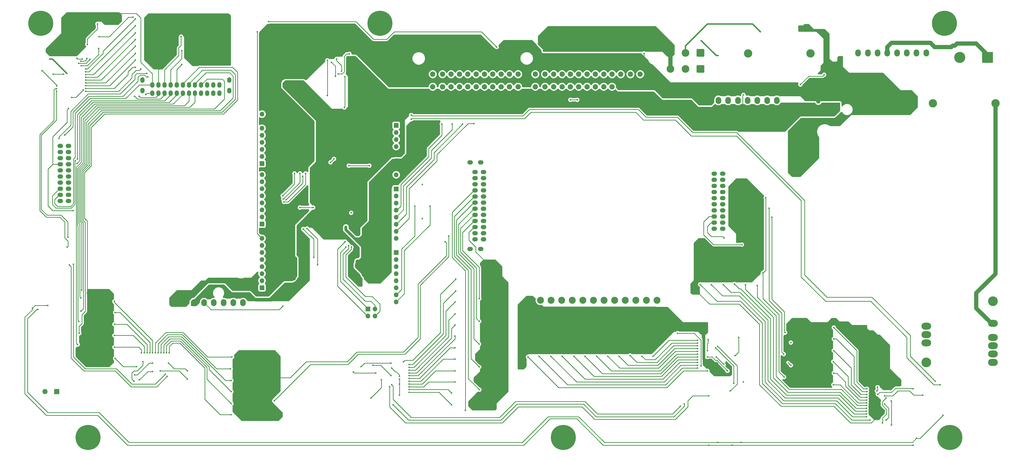
<source format=gbl>
%TF.GenerationSoftware,KiCad,Pcbnew,(5.1.9-0-10_14)*%
%TF.CreationDate,2021-04-10T00:10:23-04:00*%
%TF.ProjectId,LiBCM,4c694243-4d2e-46b6-9963-61645f706362,A*%
%TF.SameCoordinates,Original*%
%TF.FileFunction,Copper,L4,Bot*%
%TF.FilePolarity,Positive*%
%FSLAX46Y46*%
G04 Gerber Fmt 4.6, Leading zero omitted, Abs format (unit mm)*
G04 Created by KiCad (PCBNEW (5.1.9-0-10_14)) date 2021-04-10 00:10:23*
%MOMM*%
%LPD*%
G01*
G04 APERTURE LIST*
%TA.AperFunction,ComponentPad*%
%ADD10C,9.000000*%
%TD*%
%TA.AperFunction,ComponentPad*%
%ADD11O,1.700000X1.700000*%
%TD*%
%TA.AperFunction,ComponentPad*%
%ADD12R,1.700000X1.700000*%
%TD*%
%TA.AperFunction,ComponentPad*%
%ADD13C,2.750000*%
%TD*%
%TA.AperFunction,ComponentPad*%
%ADD14C,4.000000*%
%TD*%
%TA.AperFunction,ComponentPad*%
%ADD15R,4.000000X4.000000*%
%TD*%
%TA.AperFunction,ComponentPad*%
%ADD16O,3.500000X2.500000*%
%TD*%
%TA.AperFunction,ComponentPad*%
%ADD17C,3.500000*%
%TD*%
%TA.AperFunction,ComponentPad*%
%ADD18O,2.000000X1.500000*%
%TD*%
%TA.AperFunction,ComponentPad*%
%ADD19O,1.500000X2.000000*%
%TD*%
%TA.AperFunction,ComponentPad*%
%ADD20C,3.000000*%
%TD*%
%TA.AperFunction,ComponentPad*%
%ADD21O,2.000000X2.500000*%
%TD*%
%TA.AperFunction,ComponentPad*%
%ADD22C,1.900000*%
%TD*%
%TA.AperFunction,ComponentPad*%
%ADD23C,1.850000*%
%TD*%
%TA.AperFunction,ComponentPad*%
%ADD24C,2.500000*%
%TD*%
%TA.AperFunction,ViaPad*%
%ADD25C,0.600000*%
%TD*%
%TA.AperFunction,ViaPad*%
%ADD26C,1.500000*%
%TD*%
%TA.AperFunction,Conductor*%
%ADD27C,1.500000*%
%TD*%
%TA.AperFunction,Conductor*%
%ADD28C,0.250000*%
%TD*%
%TA.AperFunction,Conductor*%
%ADD29C,1.000000*%
%TD*%
%TA.AperFunction,Conductor*%
%ADD30C,0.500000*%
%TD*%
%TA.AperFunction,Conductor*%
%ADD31C,0.203000*%
%TD*%
%TA.AperFunction,Conductor*%
%ADD32C,0.100000*%
%TD*%
%TA.AperFunction,Conductor*%
%ADD33C,0.254000*%
%TD*%
G04 APERTURE END LIST*
D10*
%TO.P,H1,1*%
%TO.N,Net-(H1-Pad1)*%
X220750000Y-190000000D03*
%TD*%
%TO.P,H2,1*%
%TO.N,Net-(H2-Pad1)*%
X49750000Y-190000000D03*
%TD*%
%TO.P,H4,1*%
%TO.N,Net-(H4-Pad1)*%
X32750000Y-41000000D03*
%TD*%
%TO.P,H5,1*%
%TO.N,Net-(H5-Pad1)*%
X154750000Y-41000000D03*
%TD*%
%TO.P,H6,1*%
%TO.N,Net-(H6-Pad1)*%
X357750000Y-41000000D03*
%TD*%
%TO.P,H7,1*%
%TO.N,Net-(H7-Pad1)*%
X359750000Y-190000000D03*
%TD*%
D11*
%TO.P,J1,8*%
%TO.N,Net-(J1-Pad8)*%
X160600000Y-95480000D03*
%TO.P,J1,7*%
%TO.N,GND_ENG*%
X160600000Y-92940000D03*
%TO.P,J1,6*%
X160600000Y-90400000D03*
%TO.P,J1,5*%
%TO.N,+5V*%
X160600000Y-87860000D03*
%TO.P,J1,4*%
%TO.N,Net-(J1-Pad4)*%
X160600000Y-85320000D03*
%TO.P,J1,3*%
%TO.N,Net-(J1-Pad3)*%
X160600000Y-82780000D03*
%TO.P,J1,2*%
%TO.N,Net-(J1-Pad2)*%
X160600000Y-80240000D03*
D12*
%TO.P,J1,1*%
%TO.N,Net-(J1-Pad1)*%
X160600000Y-77700000D03*
%TD*%
D11*
%TO.P,J2,8*%
%TO.N,/VPIN_IN*%
X160600000Y-118330000D03*
%TO.P,J2,7*%
%TO.N,/TBATT_BLU_LPF*%
X160600000Y-115790000D03*
%TO.P,J2,6*%
%TO.N,/TBATT_WHT_LPF*%
X160600000Y-113250000D03*
%TO.P,J2,5*%
%TO.N,/TBATT_GRN_LPF*%
X160600000Y-110710000D03*
%TO.P,J2,4*%
%TO.N,/TBATT_YEL_LPF*%
X160600000Y-108170000D03*
%TO.P,J2,3*%
%TO.N,/BATTFANH_EN*%
X160600000Y-105630000D03*
%TO.P,J2,2*%
%TO.N,/BATTFANL_EN*%
X160600000Y-103090000D03*
D12*
%TO.P,J2,1*%
%TO.N,/BATT_CURRENT_SCALED*%
X160600000Y-100550000D03*
%TD*%
D11*
%TO.P,J3,8*%
%TO.N,/LED4*%
X160600000Y-141180000D03*
%TO.P,J3,7*%
%TO.N,/LED3*%
X160600000Y-138640000D03*
%TO.P,J3,6*%
%TO.N,/LED2*%
X160600000Y-136100000D03*
%TO.P,J3,5*%
%TO.N,/LED1*%
X160600000Y-133560000D03*
%TO.P,J3,4*%
%TO.N,/GPIO2*%
X160600000Y-131020000D03*
%TO.P,J3,3*%
%TO.N,/GPIO1*%
X160600000Y-128480000D03*
%TO.P,J3,2*%
%TO.N,/OD_EXT*%
X160600000Y-125940000D03*
D12*
%TO.P,J3,1*%
%TO.N,/TURN_OFF_5V*%
X160600000Y-123400000D03*
%TD*%
D11*
%TO.P,J4,4*%
%TO.N,/SPI_BATT_CS0*%
X153000000Y-146265000D03*
%TO.P,J4,3*%
%TO.N,/SPI_BATT_SCK*%
X153000000Y-143725000D03*
%TO.P,J4,2*%
%TO.N,/SPI_BATT_MOSI*%
X150460000Y-146265000D03*
D12*
%TO.P,J4,1*%
%TO.N,/SPI_BATT_MISO*%
X150460000Y-143725000D03*
%TD*%
D11*
%TO.P,J5,8*%
%TO.N,/AREF*%
X112342000Y-73664000D03*
%TO.P,J5,7*%
%TO.N,GND_ENG*%
X112342000Y-76204000D03*
%TO.P,J5,6*%
%TO.N,/IGNITION_SENSE*%
X112342000Y-78744000D03*
%TO.P,J5,5*%
%TO.N,/LOAD_5V_RAIL*%
X112342000Y-81284000D03*
%TO.P,J5,4*%
%TO.N,/FAN_PWM*%
X112342000Y-83824000D03*
%TO.P,J5,3*%
%TO.N,/GRID_EN*%
X112342000Y-86364000D03*
%TO.P,J5,2*%
%TO.N,/GRID_SENSE*%
X112342000Y-88904000D03*
D12*
%TO.P,J5,1*%
%TO.N,/GRID_PWM*%
X112342000Y-91444000D03*
%TD*%
D11*
%TO.P,J6,8*%
%TO.N,/MCM_VOLTAGE_CONTROL*%
X112350000Y-95450000D03*
%TO.P,J6,7*%
%TO.N,/TEMP_SENSOR_EN*%
X112350000Y-97990000D03*
%TO.P,J6,6*%
%TO.N,/SPI_EXTERNAL_CS1*%
X112350000Y-100530000D03*
%TO.P,J6,5*%
%TO.N,/VPIN_OUT_PWM*%
X112350000Y-103070000D03*
%TO.P,J6,4*%
%TO.N,/METSCI_0RX_1TX*%
X112350000Y-105610000D03*
%TO.P,J6,3*%
%TO.N,/BATTSCI_0RX_1TX*%
X112350000Y-108150000D03*
%TO.P,J6,2*%
%TO.N,Net-(J6-Pad2)*%
X112350000Y-110690000D03*
D12*
%TO.P,J6,1*%
%TO.N,Net-(J6-Pad1)*%
X112350000Y-113230000D03*
%TD*%
D11*
%TO.P,J7,8*%
%TO.N,/HLINE*%
X112350000Y-118350000D03*
%TO.P,J7,7*%
X112350000Y-120890000D03*
%TO.P,J7,6*%
%TO.N,/METSCI_TX*%
X112350000Y-123430000D03*
%TO.P,J7,5*%
%TO.N,/METSCI_RX*%
X112350000Y-125970000D03*
%TO.P,J7,4*%
%TO.N,/BATTSCI_TX*%
X112350000Y-128510000D03*
%TO.P,J7,3*%
%TO.N,/BATTSCI_RX*%
X112350000Y-131050000D03*
%TO.P,J7,2*%
%TO.N,/SDA*%
X112350000Y-133590000D03*
D12*
%TO.P,J7,1*%
%TO.N,/SCL*%
X112350000Y-136130000D03*
%TD*%
D13*
%TO.P,J10,3*%
%TO.N,GND_CHASSIS*%
X259250000Y-51600000D03*
%TO.P,J10,2*%
%TO.N,/L2*%
X264650000Y-51600000D03*
%TO.P,J10,1*%
%TO.N,/L1_GRID*%
%TA.AperFunction,ComponentPad*%
G36*
G01*
X271425000Y-50474998D02*
X271425000Y-52725002D01*
G75*
G02*
X271175002Y-52975000I-249998J0D01*
G01*
X268924998Y-52975000D01*
G75*
G02*
X268675000Y-52725002I0J249998D01*
G01*
X268675000Y-50474998D01*
G75*
G02*
X268924998Y-50225000I249998J0D01*
G01*
X271175002Y-50225000D01*
G75*
G02*
X271425000Y-50474998I0J-249998D01*
G01*
G37*
%TD.AperFunction*%
%TD*%
%TO.P,P2,3*%
%TO.N,GND_CHASSIS*%
X259250000Y-57400000D03*
%TO.P,P2,2*%
%TO.N,/L2*%
X264650000Y-57400000D03*
%TO.P,P2,1*%
%TO.N,/L1*%
%TA.AperFunction,ComponentPad*%
G36*
G01*
X271425000Y-56274998D02*
X271425000Y-58525002D01*
G75*
G02*
X271175002Y-58775000I-249998J0D01*
G01*
X268924998Y-58775000D01*
G75*
G02*
X268675000Y-58525002I0J249998D01*
G01*
X268675000Y-56274998D01*
G75*
G02*
X268924998Y-56025000I249998J0D01*
G01*
X271175002Y-56025000D01*
G75*
G02*
X271425000Y-56274998I0J-249998D01*
G01*
G37*
%TD.AperFunction*%
%TD*%
D14*
%TO.P,C30,2*%
%TO.N,HVDC_NEG*%
X363300000Y-53225000D03*
D15*
%TO.P,C30,1*%
%TO.N,HVDC_POS_FUSED*%
X373300000Y-53225000D03*
%TD*%
D16*
%TO.P,U8,4*%
%TO.N,Net-(U8-Pad4)*%
X351250000Y-149960000D03*
%TO.P,U8,6*%
%TO.N,Net-(U8-Pad6)*%
X351250000Y-155960000D03*
D17*
%TO.P,U8,7*%
%TO.N,GND_ENG*%
X351250000Y-162960000D03*
%TO.P,U8,14*%
%TO.N,Net-(U8-Pad14)*%
X375250000Y-140960000D03*
D16*
%TO.P,U8,12*%
%TO.N,HVDC_POS_FUSED*%
X375250000Y-148960000D03*
%TO.P,U8,11*%
%TO.N,Net-(U8-Pad11)*%
X375250000Y-153960000D03*
%TO.P,U8,10*%
%TO.N,HVDC_NEG*%
X375250000Y-156960000D03*
%TO.P,U8,9*%
%TO.N,Net-(U8-Pad9)*%
X375250000Y-159960000D03*
%TO.P,U8,8*%
%TO.N,Net-(U8-Pad8)*%
X375250000Y-162960000D03*
%TO.P,U8,5*%
%TO.N,+12V*%
X351250000Y-152960000D03*
%TD*%
D18*
%TO.P,P3,18*%
%TO.N,Net-(P3-Pad18)*%
X39750000Y-85100000D03*
%TO.P,P3,19*%
%TO.N,Net-(P3-Pad19)*%
X42750000Y-85100000D03*
%TO.P,P3,16*%
%TO.N,Net-(P3-Pad16)*%
X39750000Y-87300000D03*
%TO.P,P3,17*%
%TO.N,Net-(P3-Pad17)*%
X42750000Y-87300000D03*
%TO.P,P3,14*%
%TO.N,Net-(P3-Pad14)*%
X39750000Y-89500000D03*
%TO.P,P3,15*%
%TO.N,Net-(P3-Pad15)*%
X42750000Y-89500000D03*
%TO.P,P3,12*%
%TO.N,GND_ISO_B*%
X39750000Y-91700000D03*
%TO.P,P3,13*%
%TO.N,Net-(P3-Pad13)*%
X42750000Y-91700000D03*
%TO.P,P3,10*%
%TO.N,/LiBCM BMS/C10pos*%
X39750000Y-93900000D03*
%TO.P,P3,11*%
%TO.N,/LiBCM BMS/C11pos*%
X42750000Y-93900000D03*
%TO.P,P3,8*%
%TO.N,/LiBCM BMS/CELL8pos*%
X39750000Y-96100000D03*
%TO.P,P3,9*%
%TO.N,/LiBCM BMS/CELL9pos*%
X42750000Y-96100000D03*
%TO.P,P3,6*%
%TO.N,/LiBCM BMS/CELL6pos*%
X39750000Y-98300000D03*
%TO.P,P3,7*%
%TO.N,/LiBCM BMS/CELL7pos*%
X42750000Y-98300000D03*
%TO.P,P3,4*%
%TO.N,/LiBCM BMS/CELL4pos*%
X39750000Y-100500000D03*
%TO.P,P3,5*%
%TO.N,/LiBCM BMS/CELL5pos*%
X42750000Y-100500000D03*
%TO.P,P3,2*%
%TO.N,/LiBCM BMS/CELL2pos*%
X39750000Y-102700000D03*
%TO.P,P3,3*%
%TO.N,/LiBCM BMS/CELL3pos*%
X42750000Y-102700000D03*
%TO.P,P3,0*%
%TO.N,GND_ISO_A*%
X39750000Y-104900000D03*
%TO.P,P3,1*%
%TO.N,/LiBCM BMS/CELL1pos*%
X42750000Y-104900000D03*
%TD*%
%TO.P,P6,18*%
%TO.N,Net-(P6-Pad18)*%
X275000000Y-95100000D03*
%TO.P,P6,19*%
%TO.N,Net-(P6-Pad19)*%
X278000000Y-95100000D03*
%TO.P,P6,16*%
%TO.N,Net-(P6-Pad16)*%
X275000000Y-97300000D03*
%TO.P,P6,17*%
%TO.N,Net-(P6-Pad17)*%
X278000000Y-97300000D03*
%TO.P,P6,14*%
%TO.N,Net-(P6-Pad14)*%
X275000000Y-99500000D03*
%TO.P,P6,15*%
%TO.N,Net-(P6-Pad15)*%
X278000000Y-99500000D03*
%TO.P,P6,12*%
%TO.N,/LiBCM BMS/CELL48pos*%
X275000000Y-101700000D03*
%TO.P,P6,13*%
%TO.N,Net-(P6-Pad13)*%
X278000000Y-101700000D03*
%TO.P,P6,10*%
%TO.N,/LiBCM BMS/CELL46pos*%
X275000000Y-103900000D03*
%TO.P,P6,11*%
%TO.N,/LiBCM BMS/CELL47pos*%
X278000000Y-103900000D03*
%TO.P,P6,8*%
%TO.N,/LiBCM BMS/CELL44pos*%
X275000000Y-106100000D03*
%TO.P,P6,9*%
%TO.N,/LiBCM BMS/CELL45pos*%
X278000000Y-106100000D03*
%TO.P,P6,6*%
%TO.N,/LiBCM BMS/CELL42pos*%
X275000000Y-108300000D03*
%TO.P,P6,7*%
%TO.N,/LiBCM BMS/CELL43pos*%
X278000000Y-108300000D03*
%TO.P,P6,4*%
%TO.N,/LiBCM BMS/CELL40pos*%
X275000000Y-110500000D03*
%TO.P,P6,5*%
%TO.N,/LiBCM BMS/CELL41pos*%
X278000000Y-110500000D03*
%TO.P,P6,2*%
%TO.N,/LiBCM BMS/CELL38pos*%
X275000000Y-112700000D03*
%TO.P,P6,3*%
%TO.N,/LiBCM BMS/CELL39pos*%
X278000000Y-112700000D03*
%TO.P,P6,0*%
%TO.N,GND_ISO_D*%
X275000000Y-114900000D03*
%TO.P,P6,1*%
%TO.N,/LiBCM BMS/CELL37pos*%
X278000000Y-114900000D03*
%TD*%
D19*
%TO.P,P4,27*%
%TO.N,Net-(P4-Pad27)*%
X100550000Y-65150000D03*
%TO.P,P4,26*%
%TO.N,Net-(P4-Pad26)*%
X100550000Y-61350000D03*
%TO.P,P4,24*%
%TO.N,Net-(P4-Pad24)*%
X97050000Y-63150000D03*
%TO.P,P4,25*%
%TO.N,Net-(P4-Pad25)*%
X97050000Y-66150000D03*
%TO.P,P4,22*%
%TO.N,Net-(P4-Pad22)*%
X94850000Y-63150000D03*
%TO.P,P4,23*%
%TO.N,Net-(P4-Pad23)*%
X94850000Y-66150000D03*
%TO.P,P4,20*%
%TO.N,Net-(P4-Pad20)*%
X92650000Y-63150000D03*
%TO.P,P4,21*%
%TO.N,Net-(P4-Pad21)*%
X92650000Y-66150000D03*
%TO.P,P4,18*%
%TO.N,/LiBCM BMS/CELL18pos*%
X90450000Y-63150000D03*
%TO.P,P4,19*%
%TO.N,Net-(P4-Pad19)*%
X90450000Y-66150000D03*
%TO.P,P4,16*%
%TO.N,/LiBCM BMS/CELL16pos*%
X88250000Y-63150000D03*
%TO.P,P4,17*%
%TO.N,/LiBCM BMS/CELL17pos*%
X88250000Y-66150000D03*
%TO.P,P4,14*%
%TO.N,/LiBCM BMS/CELL14pos*%
X86050000Y-63150000D03*
%TO.P,P4,15*%
%TO.N,/LiBCM BMS/CELL15pos*%
X86050000Y-66150000D03*
%TO.P,P4,12*%
%TO.N,GND_ISO_B*%
X83850000Y-63150000D03*
%TO.P,P4,13*%
%TO.N,/LiBCM BMS/CELL13pos*%
X83850000Y-66150000D03*
%TO.P,P4,10*%
%TO.N,/LiBCM BMS/C10pos*%
X81650000Y-63150000D03*
%TO.P,P4,11*%
%TO.N,/LiBCM BMS/C11pos*%
X81650000Y-66150000D03*
%TO.P,P4,8*%
%TO.N,/LiBCM BMS/CELL8pos*%
X79450000Y-63150000D03*
%TO.P,P4,9*%
%TO.N,/LiBCM BMS/CELL9pos*%
X79450000Y-66150000D03*
%TO.P,P4,6*%
%TO.N,/LiBCM BMS/CELL6pos*%
X77250000Y-63150000D03*
%TO.P,P4,7*%
%TO.N,/LiBCM BMS/CELL7pos*%
X77250000Y-66150000D03*
%TO.P,P4,4*%
%TO.N,/LiBCM BMS/CELL4pos*%
X75050000Y-63150000D03*
%TO.P,P4,5*%
%TO.N,/LiBCM BMS/CELL5pos*%
X75050000Y-66150000D03*
%TO.P,P4,2*%
%TO.N,/LiBCM BMS/CELL2pos*%
X72850000Y-63150000D03*
%TO.P,P4,3*%
%TO.N,/LiBCM BMS/CELL3pos*%
X72850000Y-66150000D03*
%TO.P,P4,0*%
%TO.N,GND_ISO_A*%
X69350000Y-61340000D03*
%TO.P,P4,1*%
%TO.N,/LiBCM BMS/CELL1pos*%
X69350000Y-65150000D03*
%TD*%
D18*
%TO.P,P5,27*%
%TO.N,Net-(P5-Pad27)*%
X191000000Y-91000000D03*
%TO.P,P5,26*%
%TO.N,Net-(P5-Pad26)*%
X187200000Y-91000000D03*
%TO.P,P5,24*%
%TO.N,Net-(P5-Pad24)*%
X189000000Y-94500000D03*
%TO.P,P5,25*%
%TO.N,Net-(P5-Pad25)*%
X192000000Y-94500000D03*
%TO.P,P5,22*%
%TO.N,Net-(P5-Pad22)*%
X189000000Y-96700000D03*
%TO.P,P5,23*%
%TO.N,Net-(P5-Pad23)*%
X192000000Y-96700000D03*
%TO.P,P5,20*%
%TO.N,Net-(P5-Pad20)*%
X189000000Y-98900000D03*
%TO.P,P5,21*%
%TO.N,Net-(P5-Pad21)*%
X192000000Y-98900000D03*
%TO.P,P5,18*%
%TO.N,/LiBCM BMS/CELL36pos*%
X189000000Y-101100000D03*
%TO.P,P5,19*%
%TO.N,Net-(P5-Pad19)*%
X192000000Y-101100000D03*
%TO.P,P5,16*%
%TO.N,/LiBCM BMS/CELL34pos*%
X189000000Y-103300000D03*
%TO.P,P5,17*%
%TO.N,/LiBCM BMS/CELL35pos*%
X192000000Y-103300000D03*
%TO.P,P5,14*%
%TO.N,/LiBCM BMS/CELL32pos*%
X189000000Y-105500000D03*
%TO.P,P5,15*%
%TO.N,/LiBCM BMS/CELL33pos*%
X192000000Y-105500000D03*
%TO.P,P5,12*%
%TO.N,/LiBCM BMS/CELL30pos*%
X189000000Y-107700000D03*
%TO.P,P5,13*%
%TO.N,/LiBCM BMS/CELL31pos*%
X192000000Y-107700000D03*
%TO.P,P5,10*%
%TO.N,/LiBCM BMS/CELL28pos*%
X189000000Y-109900000D03*
%TO.P,P5,11*%
%TO.N,/LiBCM BMS/CELL29pos*%
X192000000Y-109900000D03*
%TO.P,P5,8*%
%TO.N,/LiBCM BMS/CELL26pos*%
X189000000Y-112100000D03*
%TO.P,P5,9*%
%TO.N,/LiBCM BMS/CELL27pos*%
X192000000Y-112100000D03*
%TO.P,P5,6*%
%TO.N,GND_ISO_C*%
X189000000Y-114300000D03*
%TO.P,P5,7*%
%TO.N,/LiBCM BMS/CELL25pos*%
X192000000Y-114300000D03*
%TO.P,P5,4*%
%TO.N,/LiBCM BMS/CELL22pos*%
X189000000Y-116500000D03*
%TO.P,P5,5*%
%TO.N,/LiBCM BMS/CELL23pos*%
X192000000Y-116500000D03*
%TO.P,P5,2*%
%TO.N,/LiBCM BMS/CELL20pos*%
X189000000Y-118700000D03*
%TO.P,P5,3*%
%TO.N,/LiBCM BMS/CELL21pos*%
X192000000Y-118700000D03*
%TO.P,P5,0*%
%TO.N,/LiBCM BMS/CELL18pos*%
X187190000Y-122200000D03*
%TO.P,P5,1*%
%TO.N,/LiBCM BMS/CELL19pos*%
X191000000Y-122200000D03*
%TD*%
D20*
%TO.P,F1,2*%
%TO.N,/L1*%
X309650000Y-51800000D03*
%TO.P,F1,1*%
%TO.N,/L1_FUSED*%
X287150000Y-51800000D03*
%TD*%
%TO.P,F2,2*%
%TO.N,HVDC_POS_FUSED*%
X376175000Y-69725000D03*
%TO.P,F2,1*%
%TO.N,/HVDC_POS_UNFUSED*%
X353675000Y-69725000D03*
%TD*%
D21*
%TO.P,J8,8*%
%TO.N,GND_ENG*%
X81000000Y-141500000D03*
%TO.P,J8,7*%
X84500000Y-141500000D03*
%TO.P,J8,6*%
%TO.N,+5V*%
X88000000Y-141500000D03*
%TO.P,J8,5*%
%TO.N,/OD_EXT_CONN*%
X91500000Y-141500000D03*
%TO.P,J8,4*%
%TO.N,/GPIO2_CONN*%
X95000000Y-141500000D03*
%TO.P,J8,3*%
%TO.N,/GPIO1_CONN*%
X98500000Y-141500000D03*
%TO.P,J8,2*%
%TO.N,/SCL*%
X102000000Y-141500000D03*
%TO.P,J8,1*%
%TO.N,/SDA*%
X105500000Y-141500000D03*
%TD*%
%TO.P,J9,1*%
%TO.N,+12V*%
X297500000Y-68700000D03*
%TO.P,J9,2*%
X294000000Y-68700000D03*
%TO.P,J9,3*%
X290500000Y-68700000D03*
%TO.P,J9,4*%
X287000000Y-68700000D03*
%TO.P,J9,5*%
%TO.N,/FAN-*%
X283500000Y-68700000D03*
%TO.P,J9,6*%
X280000000Y-68700000D03*
%TO.P,J9,7*%
X276500000Y-68700000D03*
%TO.P,J9,8*%
%TO.N,GND_ENG*%
X273000000Y-68700000D03*
%TD*%
%TO.P,J11,8*%
%TO.N,/HVDC_POS_UNFUSED*%
X351250000Y-51650000D03*
%TO.P,J11,7*%
%TO.N,HVDC_NEG*%
X347750000Y-51650000D03*
%TO.P,J11,6*%
%TO.N,/MCM_CONN_E-*%
X344250000Y-51650000D03*
%TO.P,J11,5*%
%TO.N,/MCM_CONN_E+*%
X340750000Y-51650000D03*
%TO.P,J11,4*%
%TO.N,HVDC_POS_FUSED*%
X337250000Y-51650000D03*
%TO.P,J11,3*%
%TO.N,HVDC_NEG*%
X333750000Y-51650000D03*
%TO.P,J11,2*%
%TO.N,/GRID_PWM-*%
X330250000Y-51650000D03*
%TO.P,J11,1*%
%TO.N,/GRID_PWM+*%
X326750000Y-51650000D03*
%TD*%
D22*
%TO.P,P1,A14*%
%TO.N,GND_ENG*%
X248350000Y-63800000D03*
%TO.P,P1,A01*%
%TO.N,/IGNITION_12V*%
X248350000Y-59300000D03*
%TO.P,P1,A15*%
%TO.N,GND_ENG*%
X244850000Y-63800000D03*
%TO.P,P1,A02*%
%TO.N,/IGNITION_12V*%
X244850000Y-59300000D03*
%TO.P,P1,A16*%
%TO.N,GND_ENG*%
X241350000Y-63800000D03*
%TO.P,P1,A03*%
%TO.N,+12V*%
X241350000Y-59300000D03*
%TO.P,P1,A17*%
%TO.N,Net-(P1-PadA17)*%
X238250000Y-63800000D03*
%TO.P,P1,A04*%
%TO.N,/BATT_CURRENT_RAW*%
X238250000Y-59300000D03*
%TO.P,P1,A18*%
%TO.N,Net-(P1-PadA18)*%
X235250000Y-63800000D03*
%TO.P,P1,A05*%
%TO.N,Net-(P1-PadA05)*%
X235250000Y-59300000D03*
%TO.P,P1,A19*%
%TO.N,Net-(P1-PadA19)*%
X232250000Y-63800000D03*
%TO.P,P1,A06*%
%TO.N,Net-(P1-PadA06)*%
X232250000Y-59300000D03*
%TO.P,P1,A20*%
%TO.N,/BATTSCI1*%
X229250000Y-63800000D03*
%TO.P,P1,A07*%
%TO.N,/BATTSCI2*%
X229250000Y-59300000D03*
%TO.P,P1,A21*%
%TO.N,/METSCI1*%
X226250000Y-63800000D03*
%TO.P,P1,A08*%
%TO.N,/METSCI2*%
X226250000Y-59300000D03*
%TO.P,P1,A22*%
%TO.N,Net-(P1-PadA22)*%
X223250000Y-63800000D03*
%TO.P,P1,A09*%
%TO.N,Net-(P1-PadA09)*%
X223250000Y-59300000D03*
%TO.P,P1,A23*%
%TO.N,Net-(P1-PadA23)*%
X220250000Y-63800000D03*
%TO.P,P1,A10*%
%TO.N,Net-(P1-PadA10)*%
X220250000Y-59300000D03*
%TO.P,P1,A24*%
%TO.N,/BATTFANH*%
X217250000Y-63800000D03*
%TO.P,P1,A11*%
%TO.N,/BATTFANL*%
X217250000Y-59300000D03*
%TO.P,P1,A25*%
%TO.N,GND_CHASSIS*%
X214150000Y-63800000D03*
%TO.P,P1,A12*%
X214150000Y-59300000D03*
%TO.P,P1,A26*%
%TO.N,Net-(P1-PadA26)*%
X210650000Y-63800000D03*
%TO.P,P1,A13*%
%TO.N,/12V_ALWAYS*%
X210650000Y-59300000D03*
%TO.P,P1,B12*%
%TO.N,/TBATT_SG*%
X204450000Y-63800000D03*
%TO.P,P1,B01*%
%TO.N,/HLINE_CONN*%
X204450000Y-59300000D03*
%TO.P,P1,B13*%
%TO.N,Net-(P1-PadB13)*%
X201350000Y-63800000D03*
%TO.P,P1,B02*%
%TO.N,/SPI_BATT_MISO*%
X201350000Y-59300000D03*
%TO.P,P1,B14*%
%TO.N,Net-(P1-PadB14)*%
X198350000Y-63800000D03*
%TO.P,P1,B03*%
%TO.N,/SPI_BATT_MOSI*%
X198350000Y-59300000D03*
%TO.P,P1,B15*%
%TO.N,Net-(P1-PadB15)*%
X195350000Y-63800000D03*
%TO.P,P1,B04*%
%TO.N,/SPI_BATT_SCK*%
X195350000Y-59300000D03*
%TO.P,P1,B16*%
%TO.N,Net-(P1-PadB16)*%
X192350000Y-63800000D03*
%TO.P,P1,B05*%
%TO.N,/SPI_EXTERNAL_CS1*%
X192350000Y-59300000D03*
%TO.P,P1,B17*%
%TO.N,Net-(P1-PadB17)*%
X189350000Y-63800000D03*
%TO.P,P1,B06*%
%TO.N,Net-(P1-PadB06)*%
X189350000Y-59300000D03*
%TO.P,P1,B18*%
%TO.N,Net-(P1-PadB18)*%
X186350000Y-63800000D03*
%TO.P,P1,B07*%
%TO.N,Net-(P1-PadB07)*%
X186350000Y-59300000D03*
%TO.P,P1,B19*%
%TO.N,/TBATT_BLU*%
X183350000Y-63800000D03*
%TO.P,P1,B08*%
%TO.N,/TBATT_WHT*%
X183350000Y-59300000D03*
%TO.P,P1,B20*%
%TO.N,/TBATT_GRN*%
X180350000Y-63800000D03*
%TO.P,P1,B09*%
%TO.N,/TBATT_YEL*%
X180350000Y-59300000D03*
%TO.P,P1,B21*%
%TO.N,Net-(P1-PadB21)*%
X177250000Y-63800000D03*
%TO.P,P1,B10*%
%TO.N,Net-(P1-PadB10)*%
X177250000Y-59300000D03*
%TO.P,P1,B22*%
%TO.N,/VPIN_OUT_LPF*%
X173750000Y-63800000D03*
%TO.P,P1,B11*%
%TO.N,/VPIN_IN_NOISY*%
X173750000Y-59300000D03*
%TD*%
%TO.P,J12,1*%
%TO.N,/LiBCM BMS/IM_ISO_EXT*%
%TA.AperFunction,ComponentPad*%
G36*
G01*
X39425000Y-172824999D02*
X39425000Y-174175001D01*
G75*
G02*
X39175001Y-174425000I-249999J0D01*
G01*
X37824999Y-174425000D01*
G75*
G02*
X37575000Y-174175001I0J249999D01*
G01*
X37575000Y-172824999D01*
G75*
G02*
X37824999Y-172575000I249999J0D01*
G01*
X39175001Y-172575000D01*
G75*
G02*
X39425000Y-172824999I0J-249999D01*
G01*
G37*
%TD.AperFunction*%
D23*
%TO.P,J12,2*%
%TO.N,/LiBCM BMS/IP_ISO_EXT*%
X34300000Y-173500000D03*
%TD*%
D24*
%TO.P,J13,1*%
%TO.N,GND_ISO_E*%
X208650000Y-140600000D03*
%TO.P,J13,2*%
%TO.N,/LiBCM BMS/CELL49pos*%
X212460000Y-140600000D03*
%TO.P,J13,3*%
%TO.N,/LiBCM BMS/CELL50pos*%
X216270000Y-140600000D03*
%TO.P,J13,4*%
%TO.N,/LiBCM BMS/CELL51pos*%
X220080000Y-140600000D03*
%TO.P,J13,5*%
%TO.N,/LiBCM BMS/CELL52pos*%
X223890000Y-140600000D03*
%TO.P,J13,6*%
%TO.N,/LiBCM BMS/CELL53pos*%
X227700000Y-140600000D03*
%TO.P,J13,7*%
%TO.N,/LiBCM BMS/CELL54pos*%
X231510000Y-140600000D03*
%TO.P,J13,8*%
%TO.N,/LiBCM BMS/CELL55pos*%
X235320000Y-140600000D03*
%TO.P,J13,9*%
%TO.N,/LiBCM BMS/CELL56pos*%
X239130000Y-140600000D03*
%TO.P,J13,10*%
%TO.N,/LiBCM BMS/CELL57pos*%
X242940000Y-140600000D03*
%TO.P,J13,11*%
%TO.N,/LiBCM BMS/CELL58pos*%
X246750000Y-140600000D03*
%TO.P,J13,12*%
%TO.N,/LiBCM BMS/CELL59pos*%
X250560000Y-140600000D03*
%TO.P,J13,13*%
%TO.N,/LiBCM BMS/CELL60pos*%
X254370000Y-140600000D03*
%TD*%
D25*
%TO.N,+5V*%
X319750000Y-70250000D03*
D26*
X319095000Y-71500000D03*
X316500000Y-71500000D03*
D25*
X121250000Y-63250000D03*
X140750000Y-117250000D03*
X125500000Y-113750000D03*
X125250000Y-124000000D03*
X121000000Y-135250000D03*
X146250000Y-117250000D03*
X147250000Y-116750000D03*
X148000000Y-112750000D03*
X133500000Y-95000000D03*
X147850000Y-133850000D03*
X142950000Y-53200000D03*
X189500000Y-67000000D03*
X185000000Y-67000000D03*
X181450000Y-67000000D03*
X178500000Y-67000000D03*
X109000000Y-139500000D03*
D26*
X123424264Y-135250000D03*
D25*
X285500000Y-66750000D03*
X306000000Y-63000000D03*
X314500000Y-59500000D03*
%TO.N,GND_ISO_B*%
X48950010Y-111600000D03*
X42750000Y-71600000D03*
X44450000Y-108400000D03*
X46000000Y-160750000D03*
X49500000Y-138000000D03*
X56500000Y-163250000D03*
X51000000Y-163250000D03*
%TO.N,GND_ISO_C*%
X192500000Y-126500000D03*
X153250000Y-166750000D03*
X145162500Y-166412500D03*
X159500000Y-178250000D03*
X264250000Y-178000000D03*
%TO.N,GND_ISO_A*%
X47350000Y-56200000D03*
X53550000Y-50000000D03*
%TO.N,GND_ENG*%
X314000000Y-56000000D03*
X315700000Y-65800000D03*
X320600000Y-56600000D03*
X323500000Y-66750000D03*
D26*
X314750000Y-68000000D03*
X312430000Y-69080000D03*
D25*
X115125000Y-53125000D03*
X115000000Y-56250000D03*
X115000000Y-61250000D03*
X123250000Y-114000000D03*
X125250000Y-110000000D03*
X123500000Y-121750000D03*
D26*
X123350000Y-130850000D03*
X123750000Y-132750000D03*
X148750000Y-127500000D03*
D25*
X142500000Y-114250000D03*
X154437500Y-126937500D03*
X151100000Y-133900000D03*
X149000000Y-115250000D03*
X130500000Y-89750000D03*
X137750000Y-51750000D03*
X141900000Y-49850000D03*
X249750026Y-51800000D03*
X114750000Y-45600000D03*
X170000000Y-111250000D03*
X170000000Y-99000000D03*
X257000000Y-67750000D03*
D26*
X302500000Y-91250000D03*
X311000000Y-76500000D03*
X309000000Y-76500000D03*
X302250000Y-94000000D03*
D25*
X223250000Y-68500000D03*
X225750000Y-68500000D03*
X144412500Y-109162500D03*
X326500000Y-67000000D03*
X330500000Y-65000000D03*
X327750000Y-64750000D03*
X324750000Y-64250000D03*
X138250000Y-89750000D03*
X137000000Y-91000000D03*
D26*
X152750000Y-114800000D03*
X154950000Y-114800000D03*
X150550000Y-120900000D03*
X152850000Y-120900000D03*
X147050000Y-128700000D03*
X146750000Y-126700000D03*
X175050000Y-80000000D03*
X175150000Y-77800000D03*
D25*
%TO.N,/L2*%
X291550000Y-44000000D03*
%TO.N,/TRIAC_GATE*%
X270350000Y-47200000D03*
X276350000Y-52600000D03*
%TO.N,/5V_ENABLE*%
X140950000Y-58200000D03*
X139150000Y-53800000D03*
%TO.N,/TBATT_YEL_LPF*%
X177000000Y-77250000D03*
%TO.N,/TBATT_GRN_LPF*%
X180750000Y-77250000D03*
%TO.N,/TBATT_WHT_LPF*%
X184500000Y-77250000D03*
%TO.N,/TBATT_BLU_LPF*%
X188500000Y-77000000D03*
%TO.N,/VPIN_IN*%
X126000000Y-107250000D03*
X130750000Y-107250000D03*
%TO.N,/VPIN_OUT_LPF*%
X120250000Y-105250000D03*
X128000010Y-95000000D03*
%TO.N,/HLINE*%
X110650000Y-44000000D03*
%TO.N,/TURN_OFF_5V*%
X135850000Y-54300000D03*
X135750000Y-67000000D03*
%TO.N,/IGNITION_12V*%
X137350000Y-55000000D03*
X138750000Y-60000000D03*
%TO.N,/VPIN_IN_NOISY*%
X120999999Y-104500001D03*
X127000000Y-96000000D03*
%TO.N,/TEMP_SENSOR_EN*%
X119750014Y-103000000D03*
X124000000Y-94999994D03*
%TO.N,/BATTSCI1*%
X128550000Y-114800000D03*
X132350000Y-127800000D03*
%TO.N,/BATTSCI2*%
X127150000Y-115000000D03*
X130950000Y-125200000D03*
%TO.N,/BATT_CURRENT_RAW*%
X142150000Y-60200000D03*
X142000000Y-71250000D03*
%TO.N,/BATT_CURRENT_SCALED*%
X143550000Y-92200000D03*
X150950000Y-92200000D03*
%TO.N,/SPI_BATT_MISO*%
X142500000Y-121500000D03*
%TO.N,/SPI_BATT_MOSI*%
X142250000Y-119500000D03*
%TO.N,/LiBCM BMS/C1_A*%
X53150000Y-41200000D03*
X49550000Y-48600000D03*
%TO.N,/LiBCM BMS/VpFILT_A*%
X43950000Y-67600000D03*
X48049998Y-64925000D03*
%TO.N,/LiBCM BMS/VREF2_A*%
X42150000Y-59000000D03*
X35950000Y-53800000D03*
%TO.N,/LiBCM BMS/VREF1_A*%
X41000000Y-59250000D03*
X37250000Y-59250000D03*
%TO.N,/LiBCM BMS/VREF2_B*%
X73000000Y-163250000D03*
X66500010Y-167500000D03*
%TO.N,/LiBCM BMS/VREF1_B*%
X73000000Y-166250000D03*
X68250000Y-169250000D03*
%TO.N,/LiBCM BMS/VREG_B*%
X85500000Y-166000000D03*
X78750000Y-163250000D03*
%TO.N,/LiBCM BMS/VREF2_C*%
X158750000Y-167750000D03*
X152250000Y-164000000D03*
%TO.N,/LiBCM BMS/VREF1_C*%
X161750000Y-168000000D03*
X159000000Y-165000000D03*
%TO.N,/LiBCM BMS/VREG_C*%
X161750000Y-174750000D03*
X161750000Y-169000000D03*
X151500000Y-175750000D03*
X155250000Y-169250000D03*
X161750000Y-170750000D03*
%TO.N,/LiBCM BMS/VREF1_D*%
X336250000Y-178000000D03*
X336750000Y-183750000D03*
%TO.N,/LiBCM BMS/VREG_D*%
X333747248Y-171865130D03*
X333500020Y-173250000D03*
X338750000Y-185500000D03*
X338650000Y-176900000D03*
%TO.N,/LiBCM BMS/C11pos*%
X45749980Y-91400000D03*
%TO.N,/LiBCM BMS/C10pos*%
X83500000Y-55750000D03*
X39350000Y-82400000D03*
X70950000Y-59000000D03*
%TO.N,/LiBCM BMS/CELL9pos*%
X45950004Y-89800000D03*
%TO.N,/LiBCM BMS/CELL8pos*%
X83500000Y-50750000D03*
X71250000Y-60250000D03*
X41350000Y-81200000D03*
%TO.N,/LiBCM BMS/CELL7pos*%
X66549992Y-67200000D03*
%TO.N,/LiBCM BMS/CELL6pos*%
X83250000Y-45750000D03*
%TO.N,/LiBCM BMS/CELL5pos*%
X68150000Y-67200000D03*
%TO.N,/LiBCM BMS/CELL4pos*%
X83250000Y-40750000D03*
X45175010Y-90400000D03*
%TO.N,/LiBCM BMS/CELL3pos*%
X53750000Y-45800000D03*
X70550000Y-66600000D03*
X65950000Y-38800000D03*
%TO.N,/LiBCM BMS/CELL2pos*%
X51750000Y-41250000D03*
%TO.N,/LiBCM BMS/S12_A*%
X48950000Y-65400000D03*
X68750008Y-57400000D03*
%TO.N,/LiBCM BMS/S11_A*%
X66750000Y-56800000D03*
X48950000Y-64400000D03*
%TO.N,/LiBCM BMS/S10_A*%
X66750000Y-54200000D03*
X48950000Y-63400000D03*
%TO.N,/LiBCM BMS/S9_A*%
X66750000Y-51800000D03*
X48950000Y-62400000D03*
%TO.N,/LiBCM BMS/S8_A*%
X66750000Y-49200000D03*
X48950000Y-61400000D03*
%TO.N,/LiBCM BMS/S7_A*%
X66750000Y-46800000D03*
X48950000Y-60400000D03*
%TO.N,/LiBCM BMS/S6_A*%
X66750000Y-44400000D03*
X48950000Y-59400000D03*
%TO.N,/LiBCM BMS/S5_A*%
X66750000Y-41800000D03*
X48950000Y-58400000D03*
%TO.N,/LiBCM BMS/S4_A*%
X66750000Y-39400000D03*
X48950000Y-57400000D03*
%TO.N,/LiBCM BMS/S3_A*%
X47150000Y-54600000D03*
X49350000Y-53600000D03*
%TO.N,/LiBCM BMS/S2_A*%
X47750000Y-53800000D03*
X45750000Y-53600000D03*
%TO.N,/LiBCM BMS/IP_6820*%
X166000000Y-74000000D03*
X354500000Y-169750000D03*
%TO.N,/LiBCM BMS/IM_6820*%
X166000000Y-75500000D03*
X356250000Y-171000000D03*
%TO.N,/LiBCM BMS/T_A*%
X46350000Y-55400000D03*
X50475000Y-53950000D03*
%TO.N,/LiBCM BMS/CELL22pos*%
X116750000Y-176750000D03*
X179500000Y-117500000D03*
%TO.N,/LiBCM BMS/CELL20pos*%
X116750000Y-168500000D03*
X178250000Y-119500000D03*
%TO.N,/LiBCM BMS/CELL18pos*%
X47474990Y-136949996D03*
%TO.N,/LiBCM BMS/CELL17pos*%
X47250000Y-139750000D03*
%TO.N,/LiBCM BMS/CELL16pos*%
X47250000Y-144500000D03*
%TO.N,/LiBCM BMS/CELL15pos*%
X46500000Y-148250000D03*
%TO.N,/LiBCM BMS/CELL14pos*%
X46549988Y-152450000D03*
%TO.N,/LiBCM BMS/CELL13pos*%
X46000000Y-156500000D03*
%TO.N,/LiBCM BMS/S12_B*%
X79000000Y-159500000D03*
X101250000Y-181750000D03*
%TO.N,/LiBCM BMS/S11_B*%
X78000000Y-159500000D03*
X101250000Y-177750000D03*
%TO.N,/LiBCM BMS/S10_B*%
X77000000Y-159500000D03*
X101250000Y-173500000D03*
%TO.N,/LiBCM BMS/S9_B*%
X76000000Y-159500000D03*
X101250000Y-169500000D03*
%TO.N,/LiBCM BMS/S8_B*%
X75000000Y-159500000D03*
X101000000Y-165250000D03*
%TO.N,/LiBCM BMS/S7_B*%
X74000000Y-159500000D03*
X101500000Y-161000000D03*
%TO.N,/LiBCM BMS/S6_B*%
X73000000Y-159500000D03*
X59250000Y-141000000D03*
%TO.N,/LiBCM BMS/S5_B*%
X72000000Y-159500000D03*
X59500000Y-145000000D03*
%TO.N,/LiBCM BMS/S4_B*%
X71000000Y-159500000D03*
X59250000Y-149250000D03*
%TO.N,/LiBCM BMS/S3_B*%
X59250000Y-153250000D03*
X70000000Y-159500000D03*
%TO.N,/LiBCM BMS/S2_B*%
X69000000Y-159500000D03*
X59250000Y-157500000D03*
%TO.N,/LiBCM BMS/S1_B*%
X59500000Y-161500000D03*
X67250000Y-164500000D03*
%TO.N,/LiBCM BMS/T_B*%
X69500000Y-162750000D03*
X66250000Y-169750000D03*
%TO.N,/LiBCM BMS/CELL34pos*%
X190500000Y-172800000D03*
%TO.N,/LiBCM BMS/CELL32pos*%
X190450000Y-164600000D03*
%TO.N,/LiBCM BMS/CELL30pos*%
X190400000Y-156400000D03*
%TO.N,/LiBCM BMS/CELL28pos*%
X190450000Y-148200000D03*
%TO.N,/LiBCM BMS/CELL26pos*%
X190500000Y-140000000D03*
%TO.N,/LiBCM BMS/CELL36pos*%
X185500000Y-180250000D03*
%TO.N,/LiBCM BMS/S12_C*%
X165250000Y-173750000D03*
X180500000Y-178250000D03*
%TO.N,/LiBCM BMS/S11_C*%
X180500000Y-174000000D03*
X165250000Y-172750000D03*
%TO.N,/LiBCM BMS/S10_C*%
X165250000Y-171750000D03*
X181750000Y-170000000D03*
%TO.N,/LiBCM BMS/S9_C*%
X181750000Y-166000000D03*
X165250000Y-170750000D03*
%TO.N,/LiBCM BMS/S8_C*%
X165250000Y-169750000D03*
X181750000Y-161750000D03*
%TO.N,/LiBCM BMS/S7_C*%
X165250000Y-168750000D03*
X181750000Y-157750000D03*
%TO.N,/LiBCM BMS/S6_C*%
X165250000Y-167750000D03*
X181750000Y-153500000D03*
%TO.N,/LiBCM BMS/S5_C*%
X165250000Y-166750000D03*
X181750000Y-149500000D03*
%TO.N,/LiBCM BMS/S4_C*%
X165250000Y-165750000D03*
X181750000Y-145500000D03*
%TO.N,/LiBCM BMS/S3_C*%
X181750000Y-141250000D03*
X165250000Y-164750000D03*
%TO.N,/LiBCM BMS/S2_C*%
X165250000Y-163750000D03*
X182000000Y-137250000D03*
%TO.N,/LiBCM BMS/S1_C*%
X182000000Y-133000000D03*
X163250000Y-162750000D03*
%TO.N,/LiBCM BMS/T_C*%
X148000000Y-164500000D03*
X158750000Y-163250010D03*
%TO.N,/LiBCM BMS/CELL46pos*%
X302550000Y-155830000D03*
X295750000Y-110750000D03*
X300500000Y-152250000D03*
%TO.N,/LiBCM BMS/CELL44pos*%
X302550000Y-164030000D03*
X294750000Y-107500000D03*
X300000000Y-160000000D03*
%TO.N,/LiBCM BMS/CELL42pos*%
X293500000Y-103750000D03*
X292499984Y-130770000D03*
X300100000Y-168250000D03*
%TO.N,/LiBCM BMS/CELL40pos*%
X284950000Y-120600000D03*
%TO.N,/LiBCM BMS/CELL38pos*%
X278550000Y-118150000D03*
%TO.N,/LiBCM BMS/S12_D*%
X318000000Y-150450000D03*
X329899992Y-172450000D03*
%TO.N,/LiBCM BMS/S11_D*%
X329900000Y-173450000D03*
X318000000Y-154550000D03*
%TO.N,/LiBCM BMS/S10_D*%
X317980000Y-158730000D03*
X329860002Y-174489998D03*
%TO.N,/LiBCM BMS/S9_D*%
X317800000Y-162700000D03*
X329850000Y-175500000D03*
%TO.N,/LiBCM BMS/S8_D*%
X329850000Y-176500000D03*
X318000000Y-166900000D03*
%TO.N,/LiBCM BMS/S7_D*%
X317850000Y-171000000D03*
X329850000Y-177500000D03*
%TO.N,/LiBCM BMS/S6_D*%
X290500000Y-135250000D03*
X329750000Y-178500000D03*
%TO.N,/LiBCM BMS/S5_D*%
X329750000Y-179500000D03*
X286250000Y-135000000D03*
%TO.N,/LiBCM BMS/S4_D*%
X282250000Y-134750000D03*
X329750000Y-180500000D03*
%TO.N,/LiBCM BMS/S3_D*%
X329750000Y-181500000D03*
X278250000Y-135000000D03*
%TO.N,/LiBCM BMS/S2_D*%
X274000000Y-135000000D03*
X329750000Y-182500000D03*
%TO.N,/LiBCM BMS/S1_D*%
X269920000Y-134920000D03*
X331000000Y-183750000D03*
%TO.N,/LiBCM BMS/IMA_A*%
X38395558Y-64520558D03*
X42250000Y-121500000D03*
%TO.N,/LiBCM BMS/IPA_B*%
X44500000Y-127650000D03*
X77500000Y-167250000D03*
%TO.N,/LiBCM BMS/IMA_B*%
X43100000Y-127950000D03*
X78250000Y-168000000D03*
%TO.N,/LiBCM BMS/IPA_A*%
X38450000Y-65350000D03*
X42550000Y-117900000D03*
%TO.N,/LiBCM BMS/IPA_C*%
X158220491Y-171690982D03*
X273000000Y-175000000D03*
%TO.N,/LiBCM BMS/IMA_D*%
X336250000Y-175000000D03*
X350000000Y-174750000D03*
%TO.N,/LiBCM BMS/IPA_D*%
X333800000Y-174450000D03*
X346500000Y-172500000D03*
%TO.N,/LiBCM BMS/IMA_C*%
X159000000Y-171000000D03*
X262750000Y-178750000D03*
%TO.N,/SPI_BATT_SCK*%
X143500000Y-121000000D03*
%TO.N,/SPI_BATT_CS0*%
X144500000Y-121500000D03*
%TO.N,GND_ISO_D*%
X336200000Y-180250000D03*
X267415000Y-138165000D03*
X332885000Y-180365000D03*
X332500000Y-171000000D03*
X341750000Y-169250000D03*
%TO.N,/LED3*%
X167250000Y-106750000D03*
%TO.N,/LED4*%
X172750000Y-106750000D03*
%TO.N,/OD_EXT_CONN*%
X119750000Y-142750000D03*
D26*
%TO.N,GND_CHASSIS*%
X216000000Y-49750000D03*
X213750000Y-49750000D03*
D25*
%TO.N,/LiBCM BMS/WDT_A*%
X38475000Y-63525000D03*
X33250000Y-58000000D03*
%TO.N,/LiBCM BMS/WDT_B*%
X75750000Y-166000000D03*
X85500000Y-169000000D03*
%TO.N,/LiBCM BMS/WDT_D*%
X336750000Y-175750000D03*
X335500000Y-184750000D03*
%TO.N,/SPI_EXTERNAL_CS1*%
X120000000Y-104250000D03*
X126000000Y-95000000D03*
%TO.N,/HLINE_CONN*%
X196750000Y-49500016D03*
X114750000Y-40400000D03*
%TO.N,/FAN_PWM_G*%
X139750000Y-59200000D03*
X143750000Y-52000000D03*
%TO.N,GND_ISO_E*%
X261750000Y-150750000D03*
X270500000Y-150750000D03*
X279200000Y-163300000D03*
X277250000Y-166500000D03*
X285500000Y-170000000D03*
X275750000Y-167500000D03*
D26*
X271000000Y-152500000D03*
X271750000Y-150750000D03*
X272250000Y-162750000D03*
X275739274Y-163542904D03*
D25*
%TO.N,/LiBCM BMS/VREF2_E*%
X272500000Y-161000000D03*
X279750000Y-166000000D03*
%TO.N,/LiBCM BMS/VREF1_E*%
X275750000Y-161000000D03*
X278441957Y-163558059D03*
%TO.N,/LiBCM BMS/VREG_E*%
X272750000Y-154750000D03*
X272500000Y-158750000D03*
X283750000Y-154000000D03*
X282500000Y-160500000D03*
%TO.N,/LiBCM BMS/S12_E*%
X269000000Y-155000000D03*
X253000000Y-160750000D03*
%TO.N,/LiBCM BMS/S11_E*%
X269000000Y-156000000D03*
X249000000Y-160750000D03*
%TO.N,/LiBCM BMS/S10_E*%
X244750000Y-160500000D03*
X269000000Y-157000000D03*
%TO.N,/LiBCM BMS/S9_E*%
X269000000Y-158000000D03*
X240750000Y-160750000D03*
%TO.N,/LiBCM BMS/S8_E*%
X269000000Y-159000000D03*
X236750000Y-160750000D03*
%TO.N,/LiBCM BMS/S7_E*%
X269000000Y-160000000D03*
X232750000Y-160750000D03*
%TO.N,/LiBCM BMS/S6_E*%
X269000000Y-161000000D03*
X228500000Y-160750000D03*
%TO.N,/LiBCM BMS/S5_E*%
X268950000Y-162050000D03*
X224500000Y-160750000D03*
%TO.N,/LiBCM BMS/S4_E*%
X269000000Y-163000000D03*
X220250000Y-160750000D03*
%TO.N,/LiBCM BMS/S3_E*%
X269000000Y-164000000D03*
X216250000Y-160750000D03*
%TO.N,/LiBCM BMS/S2_E*%
X269000000Y-165000000D03*
X212000000Y-160750000D03*
%TO.N,/LiBCM BMS/S1_E*%
X272500000Y-166000000D03*
X208000000Y-161000000D03*
%TO.N,/LiBCM BMS/T_E*%
X261750000Y-152500000D03*
X270250000Y-164250000D03*
%TO.N,/LiBCM BMS/IMA_E*%
X275500000Y-157750000D03*
X282000000Y-170500000D03*
%TO.N,/LiBCM BMS/IPA_E*%
X276250000Y-157250000D03*
X280750000Y-173250000D03*
%TO.N,/LiBCM BMS/IM_ISO_SAFETY*%
X31750000Y-143925000D03*
X284750000Y-191750000D03*
X276250000Y-191750000D03*
X357250000Y-182000000D03*
X347750000Y-190250000D03*
%TO.N,/LiBCM BMS/IP_ISO_SAFETY*%
X35250000Y-142500000D03*
X29750000Y-143500000D03*
X281500000Y-192750000D03*
X273000000Y-192750000D03*
X346500000Y-192750000D03*
%TD*%
D27*
%TO.N,+5V*%
X316500000Y-71500000D02*
X319095000Y-71500000D01*
X151750000Y-67000000D02*
X147250000Y-71500000D01*
D28*
X191950000Y-67000000D02*
X191350000Y-67000000D01*
X191350000Y-67000000D02*
X190950000Y-67000000D01*
X184500000Y-67250000D02*
X184500000Y-67000000D01*
X181050000Y-67400000D02*
X181450000Y-67000000D01*
D27*
X184500000Y-67000000D02*
X181450000Y-67000000D01*
D29*
X133500000Y-75500000D02*
X121250000Y-63250000D01*
X143250000Y-75500000D02*
X133500000Y-75500000D01*
X147250000Y-71500000D02*
X143250000Y-75500000D01*
X133500000Y-113500000D02*
X135750000Y-115750000D01*
D30*
X137250000Y-117250000D02*
X135750000Y-115750000D01*
X140750000Y-117250000D02*
X137250000Y-117250000D01*
D29*
X133500000Y-110500000D02*
X129250000Y-110500000D01*
X133500000Y-110500000D02*
X133500000Y-113500000D01*
X126000000Y-113750000D02*
X125500000Y-113750000D01*
X129250000Y-110500000D02*
X126000000Y-113750000D01*
X125500000Y-123750000D02*
X125250000Y-124000000D01*
X125500000Y-113750000D02*
X125500000Y-123750000D01*
X123424264Y-135250000D02*
X121000000Y-135250000D01*
X128000000Y-126750000D02*
X128000000Y-130674264D01*
X128000000Y-130674264D02*
X123424264Y-135250000D01*
X125250000Y-124000000D02*
X128000000Y-126750000D01*
D30*
X146750000Y-116750000D02*
X146250000Y-117250000D01*
X147250000Y-116750000D02*
X146750000Y-116750000D01*
X146750000Y-114000000D02*
X148000000Y-112750000D01*
X146750000Y-116750000D02*
X146750000Y-114000000D01*
X148000000Y-112750000D02*
X140250000Y-112750000D01*
X140250000Y-112750000D02*
X139500000Y-113500000D01*
X139500000Y-116000000D02*
X140750000Y-117250000D01*
X139500000Y-113500000D02*
X139500000Y-116000000D01*
X140750000Y-117250000D02*
X142000000Y-117250000D01*
X142000000Y-117250000D02*
X146000000Y-121250000D01*
X146000000Y-121250000D02*
X146000000Y-123250000D01*
X146000000Y-123250000D02*
X144000000Y-125250000D01*
X144000000Y-125250000D02*
X144000000Y-131250000D01*
X146600000Y-133850000D02*
X147850000Y-133850000D01*
X144000000Y-131250000D02*
X146600000Y-133850000D01*
D29*
X160600000Y-87860000D02*
X157210000Y-87860000D01*
X144850000Y-75500000D02*
X143250000Y-75500000D01*
X157210000Y-87860000D02*
X144850000Y-75500000D01*
X133500000Y-75500000D02*
X133500000Y-110500000D01*
D28*
X289500000Y-76500000D02*
X288750000Y-75750000D01*
D29*
X145350000Y-53800000D02*
X144750000Y-53800000D01*
X151750000Y-60200000D02*
X145350000Y-53800000D01*
X151750000Y-67000000D02*
X151750000Y-60200000D01*
D28*
X143550000Y-53800000D02*
X144750000Y-53800000D01*
X142950000Y-53200000D02*
X143550000Y-53800000D01*
D27*
X188250000Y-67000000D02*
X189500000Y-67000000D01*
X185000000Y-67000000D02*
X184500000Y-67000000D01*
X188250000Y-67000000D02*
X185000000Y-67000000D01*
X178500000Y-67000000D02*
X151750000Y-67000000D01*
X181450000Y-67000000D02*
X178500000Y-67000000D01*
D28*
X120750000Y-135250000D02*
X121000000Y-135250000D01*
D29*
X115750000Y-140500000D02*
X121000000Y-135250000D01*
X110000000Y-140500000D02*
X115750000Y-140500000D01*
X109000000Y-139500000D02*
X110000000Y-140500000D01*
D27*
X302500000Y-71500000D02*
X316500000Y-71500000D01*
X298250000Y-75750000D02*
X302500000Y-71500000D01*
X288750000Y-75750000D02*
X298250000Y-75750000D01*
X234500000Y-69750000D02*
X261750000Y-69750000D01*
X261750000Y-69750000D02*
X267750000Y-75750000D01*
X231750000Y-67000000D02*
X234500000Y-69750000D01*
X189500000Y-67000000D02*
X231750000Y-67000000D01*
D29*
X107750000Y-138250000D02*
X109000000Y-139500000D01*
X101250000Y-138250000D02*
X107750000Y-138250000D01*
X88000000Y-141000000D02*
X93500000Y-135500000D01*
X98500000Y-135500000D02*
X101250000Y-138250000D01*
X93500000Y-135500000D02*
X98500000Y-135500000D01*
X88000000Y-141500000D02*
X88000000Y-141000000D01*
D28*
X284750000Y-75750000D02*
X285250000Y-75250000D01*
D27*
X267750000Y-75750000D02*
X284750000Y-75750000D01*
X284750000Y-75750000D02*
X288750000Y-75750000D01*
D28*
X285250000Y-67000000D02*
X285500000Y-66750000D01*
X285250000Y-75250000D02*
X285250000Y-67000000D01*
X314000000Y-60000000D02*
X314500000Y-59500000D01*
X309000000Y-60000000D02*
X314000000Y-60000000D01*
X306000000Y-63000000D02*
X309000000Y-60000000D01*
%TO.N,GND_ISO_B*%
X48500000Y-108750000D02*
X48500000Y-108500000D01*
X37050000Y-91700000D02*
X39750000Y-91700000D01*
X48500000Y-108500000D02*
X48500000Y-111149990D01*
X48500000Y-111149990D02*
X48950010Y-111600000D01*
X35350000Y-106700000D02*
X37050000Y-108400000D01*
X37050000Y-108400000D02*
X44450000Y-108400000D01*
X35350000Y-93400000D02*
X35350000Y-106700000D01*
X37050000Y-91700000D02*
X35350000Y-93400000D01*
X42250000Y-72100000D02*
X42750000Y-71600000D01*
X42250000Y-76600000D02*
X42250000Y-72100000D01*
X37050000Y-81800000D02*
X42250000Y-76600000D01*
X37050000Y-91700000D02*
X37050000Y-81800000D01*
X49500000Y-136550000D02*
X49500000Y-138000000D01*
X49500000Y-112149990D02*
X49500000Y-136550000D01*
X48950010Y-111600000D02*
X49500000Y-112149990D01*
X89750000Y-56800000D02*
X83850000Y-62700000D01*
X103550000Y-58600000D02*
X101750000Y-56800000D01*
X83850000Y-62700000D02*
X83850000Y-63150000D01*
X101750000Y-56800000D02*
X89750000Y-56800000D01*
X98550000Y-73600000D02*
X103550000Y-68600000D01*
X50950000Y-78400000D02*
X55750000Y-73600000D01*
X103550000Y-68600000D02*
X103550000Y-58600000D01*
X55750000Y-73600000D02*
X98550000Y-73600000D01*
X50950000Y-92200000D02*
X50950000Y-78400000D01*
X48500000Y-94650000D02*
X50950000Y-92200000D01*
X48500000Y-108500000D02*
X48500000Y-94650000D01*
X49500000Y-145050000D02*
X49500000Y-138000000D01*
X48350000Y-149800000D02*
X48350000Y-146200000D01*
X47550000Y-150600000D02*
X48350000Y-149800000D01*
X46950000Y-154600000D02*
X47550000Y-154000000D01*
X47550000Y-154000000D02*
X47550000Y-150600000D01*
X46950000Y-157000000D02*
X46950000Y-154600000D01*
X46000000Y-157950000D02*
X46950000Y-157000000D01*
X48350000Y-146200000D02*
X49500000Y-145050000D01*
X46000000Y-160750000D02*
X46000000Y-157950000D01*
%TO.N,GND_ISO_C*%
X189250000Y-123250000D02*
X192500000Y-126500000D01*
X186750000Y-116150000D02*
X186750000Y-119000000D01*
X189250000Y-121500000D02*
X189250000Y-123250000D01*
X186750000Y-119000000D02*
X189250000Y-121500000D01*
X188600000Y-114300000D02*
X186750000Y-116150000D01*
X189000000Y-114300000D02*
X188600000Y-114300000D01*
X145500000Y-166750000D02*
X145162500Y-166412500D01*
X153250000Y-166750000D02*
X145500000Y-166750000D01*
X264250000Y-178750000D02*
X264250000Y-178000000D01*
X260500000Y-182500000D02*
X264250000Y-178750000D01*
X232500000Y-182500000D02*
X260500000Y-182500000D01*
X228000000Y-178000000D02*
X232500000Y-182500000D01*
X198250000Y-183750000D02*
X204000000Y-178000000D01*
X204000000Y-178000000D02*
X228000000Y-178000000D01*
X165000000Y-183750000D02*
X198250000Y-183750000D01*
X159500000Y-178250000D02*
X165000000Y-183750000D01*
%TO.N,GND_ISO_A*%
X47350000Y-56200000D02*
X49550000Y-56200000D01*
X49550000Y-56200000D02*
X53550000Y-52200000D01*
X53550000Y-52200000D02*
X53550000Y-50000000D01*
%TO.N,GND_ENG*%
X315700000Y-57700000D02*
X315700000Y-65800000D01*
X314000000Y-56000000D02*
X315700000Y-57700000D01*
X320600000Y-56600000D02*
X320600000Y-63850000D01*
X320600000Y-63850000D02*
X323500000Y-66750000D01*
D27*
X308750000Y-65000000D02*
X275000000Y-65000000D01*
X273000000Y-67000000D02*
X273000000Y-68700000D01*
X275000000Y-65000000D02*
X273000000Y-67000000D01*
X273000000Y-68700000D02*
X273000000Y-68250000D01*
X273000000Y-68250000D02*
X268550000Y-63800000D01*
X248350000Y-63800000D02*
X241350000Y-63800000D01*
X311750000Y-65000000D02*
X314750000Y-68000000D01*
X310950000Y-65000000D02*
X311750000Y-65000000D01*
X308750000Y-65000000D02*
X310950000Y-65000000D01*
X312430000Y-66480000D02*
X310950000Y-65000000D01*
X312430000Y-69080000D02*
X312430000Y-66480000D01*
X248350000Y-63800000D02*
X250450000Y-63800000D01*
X250450000Y-63800000D02*
X251750000Y-62500000D01*
X251750000Y-62500000D02*
X251750000Y-57500000D01*
X248000000Y-53750000D02*
X213750000Y-53750000D01*
X213750000Y-53750000D02*
X210250000Y-50250000D01*
X210250000Y-50250000D02*
X201250000Y-50250000D01*
X201250000Y-50250000D02*
X198000000Y-53500000D01*
X198000000Y-53500000D02*
X176500000Y-53500000D01*
X176500000Y-53500000D02*
X171750000Y-48750000D01*
X171750000Y-48750000D02*
X162500000Y-48750000D01*
D29*
X162500000Y-48750000D02*
X148250000Y-48750000D01*
X138750000Y-43500000D02*
X137500000Y-44750000D01*
X137500000Y-44750000D02*
X137500000Y-50250000D01*
X137500000Y-44750000D02*
X123500000Y-44750000D01*
X115125000Y-56125000D02*
X115000000Y-56250000D01*
X115125000Y-53125000D02*
X115125000Y-56125000D01*
X115000000Y-61250000D02*
X115000000Y-75750000D01*
X114546000Y-76204000D02*
X112342000Y-76204000D01*
X115000000Y-75750000D02*
X114546000Y-76204000D01*
X115000000Y-61250000D02*
X115000000Y-56250000D01*
X81000000Y-141500000D02*
X84500000Y-141500000D01*
X121500000Y-112750000D02*
X115000000Y-106250000D01*
D28*
X122750000Y-113500000D02*
X121500000Y-113500000D01*
D29*
X121500000Y-113500000D02*
X121500000Y-112750000D01*
D28*
X123250000Y-114000000D02*
X122750000Y-113500000D01*
X124250000Y-110000000D02*
X121500000Y-112750000D01*
X125250000Y-110000000D02*
X124250000Y-110000000D01*
X122750000Y-121000000D02*
X121500000Y-121000000D01*
X123500000Y-121750000D02*
X122750000Y-121000000D01*
D29*
X121500000Y-121000000D02*
X121500000Y-113500000D01*
X123750000Y-131250000D02*
X123350000Y-130850000D01*
X123750000Y-132750000D02*
X123750000Y-131250000D01*
X148750000Y-127500000D02*
X147000000Y-127500000D01*
X147000000Y-127500000D02*
X146500000Y-128000000D01*
X148750000Y-127500000D02*
X154000000Y-127500000D01*
X154000000Y-127500000D02*
X154437500Y-127062500D01*
X154437500Y-127062500D02*
X154437500Y-126937500D01*
X148750000Y-131550000D02*
X151100000Y-133900000D01*
X148750000Y-127500000D02*
X148750000Y-131550000D01*
X148500000Y-127250000D02*
X148750000Y-127500000D01*
X148500000Y-121250000D02*
X148500000Y-127250000D01*
X142500000Y-115250000D02*
X148500000Y-121250000D01*
X142500000Y-114250000D02*
X142500000Y-115250000D01*
X149000000Y-118250000D02*
X149000000Y-115250000D01*
X148500000Y-118750000D02*
X149000000Y-118250000D01*
X115000000Y-85250000D02*
X115000000Y-75750000D01*
X115000000Y-106250000D02*
X115000000Y-85250000D01*
D28*
X126000000Y-85250000D02*
X115000000Y-85250000D01*
X130500000Y-89750000D02*
X126000000Y-85250000D01*
D29*
X146625000Y-47125000D02*
X143000000Y-43500000D01*
X148250000Y-48750000D02*
X146625000Y-47125000D01*
X137500000Y-51500000D02*
X137750000Y-51750000D01*
X137500000Y-50250000D02*
X137500000Y-51500000D01*
X143000000Y-43500000D02*
X140450000Y-43500000D01*
X140450000Y-43500000D02*
X138750000Y-43500000D01*
X142050000Y-50000000D02*
X141900000Y-49850000D01*
X146625000Y-47125000D02*
X143750000Y-50000000D01*
X143750000Y-50000000D02*
X142050000Y-50000000D01*
D27*
X248600000Y-54350000D02*
X248000000Y-53750000D01*
X251750000Y-57500000D02*
X248600000Y-54350000D01*
D28*
X249750026Y-53199974D02*
X249750026Y-51800000D01*
X248600000Y-54350000D02*
X249750026Y-53199974D01*
X114750000Y-45600000D02*
X116000000Y-46850000D01*
D29*
X121400000Y-46850000D02*
X115125000Y-53125000D01*
D28*
X116000000Y-46850000D02*
X121400000Y-46850000D01*
D29*
X123500000Y-44750000D02*
X121400000Y-46850000D01*
D28*
X256550000Y-67300000D02*
X256550000Y-63800000D01*
X257000000Y-67750000D02*
X256550000Y-67300000D01*
D27*
X256550000Y-63800000D02*
X248350000Y-63800000D01*
X268550000Y-63800000D02*
X256550000Y-63800000D01*
X311000000Y-82750000D02*
X311000000Y-76500000D01*
X302500000Y-91250000D02*
X311000000Y-82750000D01*
X309000000Y-76500000D02*
X309000000Y-87250000D01*
X309000000Y-87250000D02*
X302250000Y-94000000D01*
D29*
X121500000Y-128500000D02*
X121500000Y-121000000D01*
X124250000Y-131250000D02*
X121500000Y-128500000D01*
X121750000Y-131250000D02*
X124250000Y-131250000D01*
X110750000Y-138750000D02*
X114250000Y-138750000D01*
X108250000Y-136250000D02*
X110750000Y-138750000D01*
X90750000Y-134500000D02*
X91875000Y-134500000D01*
X102375000Y-136250000D02*
X108250000Y-136250000D01*
X99750000Y-133625000D02*
X102375000Y-136250000D01*
X92750000Y-133625000D02*
X99750000Y-133625000D01*
X114250000Y-138750000D02*
X121750000Y-131250000D01*
X91875000Y-134500000D02*
X92750000Y-133625000D01*
X84500000Y-140750000D02*
X90750000Y-134500000D01*
X84500000Y-141500000D02*
X84500000Y-140750000D01*
D28*
X223250000Y-68500000D02*
X225750000Y-68500000D01*
X138250000Y-89750000D02*
X137000000Y-91000000D01*
D27*
X148500000Y-120050000D02*
X148500000Y-119050000D01*
D29*
X148500000Y-121250000D02*
X148500000Y-120050000D01*
X148500000Y-120050000D02*
X148500000Y-118750000D01*
D27*
X148500000Y-119050000D02*
X152750000Y-114800000D01*
D29*
X154750000Y-109500000D02*
X149000000Y-115250000D01*
X154750000Y-95500000D02*
X154750000Y-109500000D01*
X159850000Y-90400000D02*
X154750000Y-95500000D01*
X160600000Y-90400000D02*
X159850000Y-90400000D01*
D27*
X152750000Y-114800000D02*
X152750000Y-118700000D01*
X152750000Y-118700000D02*
X150550000Y-120900000D01*
X147050000Y-127000000D02*
X146750000Y-126700000D01*
X147050000Y-128700000D02*
X147050000Y-127000000D01*
X175150000Y-77800000D02*
X175150000Y-79700000D01*
X164450000Y-90400000D02*
X160600000Y-90400000D01*
X175150000Y-79700000D02*
X164450000Y-90400000D01*
D30*
%TO.N,/L2*%
X264650000Y-51600000D02*
X264650000Y-49100000D01*
X264650000Y-49100000D02*
X272550000Y-41200000D01*
X288750000Y-41200000D02*
X291550000Y-44000000D01*
X272550000Y-41200000D02*
X288750000Y-41200000D01*
%TO.N,/TRIAC_GATE*%
X275750000Y-52600000D02*
X276350000Y-52600000D01*
X270350000Y-47200000D02*
X275750000Y-52600000D01*
D28*
%TO.N,/5V_ENABLE*%
X139150000Y-54400000D02*
X139150000Y-53800000D01*
X140950000Y-56200000D02*
X139150000Y-54400000D01*
X140950000Y-58200000D02*
X140950000Y-56200000D01*
%TO.N,/TBATT_YEL_LPF*%
X177000000Y-81250000D02*
X177000000Y-77250000D01*
X172250000Y-86000000D02*
X177000000Y-81250000D01*
X172250000Y-89000000D02*
X172250000Y-86000000D01*
X162250000Y-106750000D02*
X162250000Y-99000000D01*
X160830000Y-108170000D02*
X162250000Y-106750000D01*
X162250000Y-99000000D02*
X172250000Y-89000000D01*
X160600000Y-108170000D02*
X160830000Y-108170000D01*
%TO.N,/TBATT_GRN_LPF*%
X180750000Y-79250000D02*
X180750000Y-77250000D01*
X173250000Y-86750000D02*
X180750000Y-79250000D01*
X173250000Y-89500000D02*
X173250000Y-86750000D01*
X163250000Y-99500000D02*
X173250000Y-89500000D01*
X163250000Y-108060000D02*
X163250000Y-99500000D01*
X160600000Y-110710000D02*
X163250000Y-108060000D01*
%TO.N,/TBATT_WHT_LPF*%
X174250000Y-87500000D02*
X184500000Y-77250000D01*
X174250000Y-90000000D02*
X174250000Y-87500000D01*
X164250000Y-100000000D02*
X174250000Y-90000000D01*
X164250000Y-109600000D02*
X164250000Y-100000000D01*
X160600000Y-113250000D02*
X164250000Y-109600000D01*
%TO.N,/TBATT_BLU_LPF*%
X165250000Y-100500000D02*
X175250000Y-90500000D01*
X186500000Y-77000000D02*
X188500000Y-77000000D01*
X165250000Y-111140000D02*
X165250000Y-100500000D01*
X175250000Y-88250000D02*
X186500000Y-77000000D01*
X175250000Y-90500000D02*
X175250000Y-88250000D01*
X160600000Y-115790000D02*
X165250000Y-111140000D01*
%TO.N,/VPIN_IN*%
X126000000Y-107250000D02*
X130750000Y-107250000D01*
%TO.N,/VPIN_OUT_LPF*%
X128000010Y-98999990D02*
X128000010Y-95000000D01*
X120250000Y-105250000D02*
X121750000Y-105250000D01*
X121750000Y-105250000D02*
X128000010Y-98999990D01*
%TO.N,/HLINE*%
X112350000Y-118350000D02*
X110650000Y-116650000D01*
X110650000Y-116650000D02*
X110650000Y-65900000D01*
X110650000Y-65900000D02*
X110650000Y-44000000D01*
%TO.N,/TURN_OFF_5V*%
X135850000Y-54300000D02*
X135850000Y-63000000D01*
X135850000Y-66900000D02*
X135750000Y-67000000D01*
X135850000Y-63000000D02*
X135850000Y-66900000D01*
%TO.N,/IGNITION_12V*%
X137350000Y-55000000D02*
X138750000Y-56400000D01*
X138750000Y-56400000D02*
X138750000Y-60000000D01*
%TO.N,/VPIN_IN_NOISY*%
X127000000Y-98500000D02*
X127000000Y-96000000D01*
X120999999Y-104500001D02*
X127000000Y-98500000D01*
%TO.N,/TEMP_SENSOR_EN*%
X124000000Y-98750014D02*
X124000000Y-94999994D01*
X119750014Y-103000000D02*
X124000000Y-98750014D01*
%TO.N,/BATTSCI1*%
X132350000Y-118600000D02*
X132350000Y-127800000D01*
X128550000Y-114800000D02*
X132350000Y-118600000D01*
%TO.N,/BATTSCI2*%
X129750000Y-117400000D02*
X130950000Y-118600000D01*
X129550000Y-117400000D02*
X129750000Y-117400000D01*
X130950000Y-118600000D02*
X130950000Y-125200000D01*
X127150000Y-115000000D02*
X129550000Y-117400000D01*
%TO.N,/BATT_CURRENT_RAW*%
X142150000Y-60200000D02*
X142150000Y-67400000D01*
X142150000Y-67400000D02*
X142150000Y-70850000D01*
X142150000Y-71100000D02*
X142000000Y-71250000D01*
X142150000Y-70850000D02*
X142150000Y-71100000D01*
%TO.N,/BATT_CURRENT_SCALED*%
X143550000Y-92200000D02*
X150950000Y-92200000D01*
%TO.N,/SPI_BATT_MISO*%
X140500000Y-123500000D02*
X142500000Y-121500000D01*
X140500000Y-133750000D02*
X140500000Y-123500000D01*
X150460000Y-143710000D02*
X140500000Y-133750000D01*
X150460000Y-143725000D02*
X150460000Y-143710000D01*
%TO.N,/SPI_BATT_MOSI*%
X139500000Y-135527500D02*
X139500000Y-122250000D01*
X139500000Y-122250000D02*
X142250000Y-119500000D01*
X150237500Y-146265000D02*
X139500000Y-135527500D01*
X150460000Y-146265000D02*
X150237500Y-146265000D01*
%TO.N,/LiBCM BMS/C1_A*%
X49550000Y-46600000D02*
X49550000Y-48600000D01*
X53150000Y-43000000D02*
X49550000Y-46600000D01*
X53150000Y-41200000D02*
X53150000Y-43000000D01*
%TO.N,/LiBCM BMS/VpFILT_A*%
X45374998Y-67600000D02*
X48049998Y-64925000D01*
X43950000Y-67600000D02*
X45374998Y-67600000D01*
D30*
%TO.N,/LiBCM BMS/VREF2_A*%
X36950000Y-53800000D02*
X42150000Y-59000000D01*
X35950000Y-53800000D02*
X36950000Y-53800000D01*
D28*
%TO.N,/LiBCM BMS/VREF1_A*%
X41000000Y-59250000D02*
X37250000Y-59250000D01*
%TO.N,/LiBCM BMS/VREF2_B*%
X67500000Y-167500000D02*
X66500010Y-167500000D01*
X71750000Y-163250000D02*
X67500000Y-167500000D01*
X73000000Y-163250000D02*
X71750000Y-163250000D01*
%TO.N,/LiBCM BMS/VREF1_B*%
X71500000Y-166250000D02*
X73000000Y-166250000D01*
X71250000Y-166250000D02*
X71500000Y-166250000D01*
X68250000Y-169250000D02*
X71250000Y-166250000D01*
%TO.N,/LiBCM BMS/VREG_B*%
X85500000Y-166000000D02*
X84750000Y-165250000D01*
X84750000Y-165250000D02*
X80750000Y-165250000D01*
X80750000Y-165250000D02*
X78750000Y-163250000D01*
%TO.N,/LiBCM BMS/VREF2_C*%
X158750000Y-167750000D02*
X155000000Y-164000000D01*
X155000000Y-164000000D02*
X152250000Y-164000000D01*
%TO.N,/LiBCM BMS/VREF1_C*%
X161750000Y-168000000D02*
X161750000Y-167500000D01*
X161750000Y-167500000D02*
X160500000Y-166250000D01*
X160500000Y-166250000D02*
X160250000Y-166250000D01*
X160250000Y-166250000D02*
X159000000Y-165000000D01*
%TO.N,/LiBCM BMS/VREG_C*%
X155250000Y-172000000D02*
X155250000Y-169250000D01*
X151500000Y-175750000D02*
X155250000Y-172000000D01*
X161750000Y-170750000D02*
X161750000Y-169000000D01*
X161750000Y-174750000D02*
X161750000Y-170750000D01*
%TO.N,/LiBCM BMS/VREF1_D*%
X336250000Y-178000000D02*
X337750000Y-179500000D01*
X337750000Y-182750000D02*
X336750000Y-183750000D01*
X337750000Y-179500000D02*
X337750000Y-182750000D01*
%TO.N,/LiBCM BMS/VREG_D*%
X333747248Y-171865130D02*
X333747248Y-173002772D01*
X333747248Y-173002772D02*
X333500020Y-173250000D01*
X338750000Y-185500000D02*
X338750000Y-177000000D01*
X338750000Y-177000000D02*
X338650000Y-176900000D01*
%TO.N,/LiBCM BMS/C11pos*%
X78950000Y-69400000D02*
X81650000Y-66700000D01*
X81650000Y-66700000D02*
X81650000Y-66150000D01*
X46750000Y-90400000D02*
X46750000Y-74200000D01*
X46750000Y-74200000D02*
X51550000Y-69400000D01*
X45750000Y-91400000D02*
X46750000Y-90400000D01*
X51550000Y-69400000D02*
X78950000Y-69400000D01*
X45749980Y-91400000D02*
X45750000Y-91400000D01*
D31*
%TO.N,/LiBCM BMS/C10pos*%
X81650000Y-63150000D02*
X81650000Y-62100000D01*
D28*
X81650000Y-57600000D02*
X83500000Y-55750000D01*
X81650000Y-63150000D02*
X81650000Y-57600000D01*
X66650000Y-61100000D02*
X66650000Y-59700000D01*
X61350000Y-66400000D02*
X66650000Y-61100000D01*
X49750000Y-66400000D02*
X61350000Y-66400000D01*
X67350000Y-59000000D02*
X70950000Y-59000000D01*
X43550000Y-72600000D02*
X49750000Y-66400000D01*
X43550000Y-77600000D02*
X43550000Y-72600000D01*
X66650000Y-59700000D02*
X67350000Y-59000000D01*
X39350000Y-81800000D02*
X43550000Y-77600000D01*
X39350000Y-82400000D02*
X39350000Y-81800000D01*
%TO.N,/LiBCM BMS/CELL9pos*%
X79450000Y-66700000D02*
X79450000Y-66150000D01*
X50950000Y-68800000D02*
X77350000Y-68800000D01*
X77350000Y-68800000D02*
X79450000Y-66700000D01*
X45950000Y-73800000D02*
X50950000Y-68800000D01*
X45950000Y-89799996D02*
X45950000Y-73800000D01*
X45950004Y-89800000D02*
X45950000Y-89799996D01*
%TO.N,/LiBCM BMS/CELL8pos*%
X70800000Y-60250000D02*
X71250000Y-60250000D01*
X67750000Y-61800000D02*
X67750000Y-60400000D01*
X50150000Y-67200000D02*
X62350000Y-67200000D01*
X70150000Y-59600000D02*
X70800000Y-60250000D01*
X67750000Y-60400000D02*
X68550000Y-59600000D01*
X44350000Y-78200000D02*
X44350000Y-73000000D01*
X62350000Y-67200000D02*
X67750000Y-61800000D01*
X44350000Y-73000000D02*
X50150000Y-67200000D01*
X68550000Y-59600000D02*
X70150000Y-59600000D01*
X41350000Y-81200000D02*
X44350000Y-78200000D01*
X83500000Y-53650000D02*
X83500000Y-50750000D01*
X79450000Y-57700000D02*
X83500000Y-53650000D01*
X79450000Y-63150000D02*
X79450000Y-57700000D01*
%TO.N,/LiBCM BMS/CELL7pos*%
X75750000Y-68200000D02*
X77250000Y-66700000D01*
X77250000Y-66700000D02*
X77250000Y-66150000D01*
X67549992Y-68200000D02*
X75750000Y-68200000D01*
X66549992Y-67200000D02*
X67549992Y-68200000D01*
%TO.N,/LiBCM BMS/CELL6pos*%
X82350000Y-49800000D02*
X83250000Y-48900000D01*
X82350000Y-52600000D02*
X82350000Y-49800000D01*
X77250000Y-57700000D02*
X82350000Y-52600000D01*
X83250000Y-48900000D02*
X83250000Y-45750000D01*
X77250000Y-63150000D02*
X77250000Y-57700000D01*
%TO.N,/LiBCM BMS/CELL5pos*%
X68550000Y-67600000D02*
X68150000Y-67200000D01*
X74150000Y-67600000D02*
X68550000Y-67600000D01*
X75050000Y-66700000D02*
X74150000Y-67600000D01*
X75050000Y-66150000D02*
X75050000Y-66700000D01*
%TO.N,/LiBCM BMS/CELL4pos*%
X45049999Y-106086411D02*
X45049999Y-90525011D01*
X43736410Y-107400000D02*
X45049999Y-106086411D01*
X38150000Y-107400000D02*
X43736410Y-107400000D01*
X36950000Y-103000000D02*
X36950000Y-106200000D01*
X45049999Y-90525011D02*
X45175010Y-90400000D01*
X39450000Y-100500000D02*
X36950000Y-103000000D01*
X36950000Y-106200000D02*
X38150000Y-107400000D01*
X39750000Y-100500000D02*
X39450000Y-100500000D01*
X75050000Y-57700000D02*
X75050000Y-63150000D01*
X81775000Y-42225000D02*
X81775000Y-47775000D01*
X80950000Y-51800000D02*
X75050000Y-57700000D01*
X80950000Y-48600000D02*
X80950000Y-51800000D01*
X81775000Y-47775000D02*
X80950000Y-48600000D01*
X83250000Y-40750000D02*
X81775000Y-42225000D01*
%TO.N,/LiBCM BMS/CELL3pos*%
X72850000Y-66150000D02*
X71000000Y-66150000D01*
X71000000Y-66150000D02*
X70550000Y-66600000D01*
X65150000Y-38800000D02*
X65950000Y-38800000D01*
X57350000Y-45800000D02*
X64350000Y-38800000D01*
X64350000Y-38800000D02*
X65150000Y-38800000D01*
X53750000Y-45800000D02*
X57350000Y-45800000D01*
%TO.N,/LiBCM BMS/CELL2pos*%
X54350000Y-37400000D02*
X67150000Y-37400000D01*
X51750000Y-40000000D02*
X54350000Y-37400000D01*
X51750000Y-41250000D02*
X51750000Y-40000000D01*
X63350000Y-68000000D02*
X68200000Y-63150000D01*
X45150000Y-89200000D02*
X45150000Y-73400000D01*
X44550000Y-89800000D02*
X45150000Y-89200000D01*
X44550000Y-105800000D02*
X44550000Y-89800000D01*
X43550000Y-106800000D02*
X44550000Y-105800000D01*
X50550000Y-68000000D02*
X63350000Y-68000000D01*
X45150000Y-73400000D02*
X50550000Y-68000000D01*
X38750000Y-106800000D02*
X43550000Y-106800000D01*
X68200000Y-63150000D02*
X72850000Y-63150000D01*
X37750000Y-104400000D02*
X37750000Y-105800000D01*
X37750000Y-105800000D02*
X38750000Y-106800000D01*
X39450000Y-102700000D02*
X37750000Y-104400000D01*
X39750000Y-102700000D02*
X39450000Y-102700000D01*
X68750000Y-55000000D02*
X72850000Y-59100000D01*
X68750000Y-39000000D02*
X68750000Y-55000000D01*
X72850000Y-59100000D02*
X72850000Y-63150000D01*
X67150000Y-37400000D02*
X68750000Y-39000000D01*
%TO.N,/LiBCM BMS/S12_A*%
X48950000Y-65400000D02*
X60750008Y-65400000D01*
X68250004Y-57900004D02*
X67049996Y-57900004D01*
X68250004Y-57900004D02*
X68750008Y-57400000D01*
X67049996Y-57900004D02*
X65550000Y-59400000D01*
X65550004Y-59400004D02*
X65550004Y-60600004D01*
X65550000Y-59400000D02*
X65550004Y-59400004D01*
X60750008Y-65400000D02*
X65550004Y-60600004D01*
%TO.N,/LiBCM BMS/S11_A*%
X48950000Y-64400000D02*
X59150000Y-64400000D01*
X66750000Y-56800000D02*
X65750000Y-56800000D01*
X65750000Y-56800000D02*
X64150000Y-58400000D01*
X64150000Y-58400000D02*
X64150000Y-59400000D01*
X59150000Y-64400000D02*
X64150000Y-59400000D01*
%TO.N,/LiBCM BMS/S10_A*%
X55550000Y-63400000D02*
X48950000Y-63400000D01*
X66750000Y-54200000D02*
X57550000Y-63400000D01*
X57550000Y-63400000D02*
X55550000Y-63400000D01*
%TO.N,/LiBCM BMS/S9_A*%
X56150000Y-62400000D02*
X66750000Y-51800000D01*
X48950000Y-62400000D02*
X56150000Y-62400000D01*
%TO.N,/LiBCM BMS/S8_A*%
X52550000Y-61400000D02*
X48950000Y-61400000D01*
X54550000Y-61400000D02*
X52550000Y-61400000D01*
X66750000Y-49200000D02*
X54550000Y-61400000D01*
%TO.N,/LiBCM BMS/S7_A*%
X53150000Y-60400000D02*
X66750000Y-46800000D01*
X48950000Y-60400000D02*
X53150000Y-60400000D01*
%TO.N,/LiBCM BMS/S6_A*%
X55950000Y-55200000D02*
X66750000Y-44400000D01*
X51750000Y-59400000D02*
X55950000Y-55200000D01*
X48950000Y-59400000D02*
X51750000Y-59400000D01*
%TO.N,/LiBCM BMS/S5_A*%
X50150000Y-58400000D02*
X48950000Y-58400000D01*
X66750000Y-41800000D02*
X54750000Y-53800000D01*
X50150000Y-58400000D02*
X54750000Y-53800000D01*
%TO.N,/LiBCM BMS/S4_A*%
X55150000Y-51000000D02*
X66750000Y-39400000D01*
X55150000Y-51800000D02*
X55150000Y-51000000D01*
X49550000Y-57400000D02*
X55150000Y-51800000D01*
X48950000Y-57400000D02*
X49550000Y-57400000D01*
%TO.N,/LiBCM BMS/S3_A*%
X47150000Y-54600000D02*
X48550000Y-54600000D01*
X48550000Y-54600000D02*
X49150000Y-54000000D01*
X49350000Y-53800000D02*
X49350000Y-53600000D01*
X49150000Y-54000000D02*
X49350000Y-53800000D01*
%TO.N,/LiBCM BMS/S2_A*%
X45950000Y-53800000D02*
X45750000Y-53600000D01*
X47750000Y-53800000D02*
X45950000Y-53800000D01*
%TO.N,/LiBCM BMS/IP_6820*%
X345500000Y-153250000D02*
X345500000Y-160750000D01*
X331750000Y-139500000D02*
X345500000Y-153250000D01*
X283000000Y-80250000D02*
X307500000Y-104750000D01*
X247750000Y-72000000D02*
X250500000Y-74750000D01*
X250500000Y-74750000D02*
X261750000Y-74750000D01*
X208500000Y-72000000D02*
X247750000Y-72000000D01*
X206250000Y-74250000D02*
X208500000Y-72000000D01*
X307500000Y-131500000D02*
X315500000Y-139500000D01*
X261750000Y-74750000D02*
X267250000Y-80250000D01*
X166250000Y-74250000D02*
X206250000Y-74250000D01*
X315500000Y-139500000D02*
X331750000Y-139500000D01*
X307500000Y-104750000D02*
X307500000Y-131500000D01*
X267250000Y-80250000D02*
X283000000Y-80250000D01*
X166000000Y-74000000D02*
X166250000Y-74250000D01*
X345500000Y-160750000D02*
X353750000Y-169000000D01*
X353750000Y-169000000D02*
X354500000Y-169750000D01*
%TO.N,/LiBCM BMS/IM_6820*%
X344250000Y-161250000D02*
X353500000Y-170500000D01*
X331250000Y-141000000D02*
X344250000Y-154000000D01*
X344250000Y-154000000D02*
X344250000Y-161250000D01*
X306250000Y-132250000D02*
X315000000Y-141000000D01*
X306250000Y-104750000D02*
X306250000Y-132250000D01*
X315000000Y-141000000D02*
X331250000Y-141000000D01*
X266750000Y-81500000D02*
X283000000Y-81500000D01*
X261000000Y-75750000D02*
X266750000Y-81500000D01*
X283000000Y-81500000D02*
X306250000Y-104750000D01*
X166250000Y-75250000D02*
X206750000Y-75250000D01*
X246750000Y-73000000D02*
X249500000Y-75750000D01*
X249500000Y-75750000D02*
X261000000Y-75750000D01*
X166000000Y-75500000D02*
X166250000Y-75250000D01*
X209000000Y-73000000D02*
X246750000Y-73000000D01*
X206750000Y-75250000D02*
X209000000Y-73000000D01*
X353500000Y-170500000D02*
X354000000Y-171000000D01*
X354000000Y-171000000D02*
X356250000Y-171000000D01*
%TO.N,/LiBCM BMS/T_A*%
X46350000Y-55400000D02*
X49025000Y-55400000D01*
X49025000Y-55400000D02*
X50475000Y-53950000D01*
%TO.N,/LiBCM BMS/CELL22pos*%
X169250000Y-154500000D02*
X169250000Y-135250000D01*
X129750000Y-163750000D02*
X143250000Y-163750000D01*
X147000000Y-160000000D02*
X163750000Y-160000000D01*
X169250000Y-135250000D02*
X179500000Y-125000000D01*
X143250000Y-163750000D02*
X147000000Y-160000000D01*
X179500000Y-125000000D02*
X179500000Y-121750000D01*
X163750000Y-160000000D02*
X169250000Y-154500000D01*
X116750000Y-176750000D02*
X129750000Y-163750000D01*
X179500000Y-121750000D02*
X179500000Y-117500000D01*
%TO.N,/LiBCM BMS/CELL20pos*%
X128250000Y-162750000D02*
X122500000Y-168500000D01*
X143000000Y-162750000D02*
X128250000Y-162750000D01*
X163250000Y-159250000D02*
X146500000Y-159250000D01*
X178750000Y-124500000D02*
X168500000Y-134750000D01*
X178250000Y-119500000D02*
X178750000Y-120000000D01*
X168500000Y-154000000D02*
X163250000Y-159250000D01*
X122500000Y-168500000D02*
X116750000Y-168500000D01*
X146500000Y-159250000D02*
X143000000Y-162750000D01*
X168500000Y-134750000D02*
X168500000Y-154000000D01*
X178750000Y-120000000D02*
X178750000Y-124500000D01*
%TO.N,/LiBCM BMS/CELL18pos*%
X98750000Y-68250000D02*
X95200000Y-71800000D01*
X92600000Y-61000000D02*
X98000000Y-61000000D01*
X90450000Y-63150000D02*
X92600000Y-61000000D01*
X47000000Y-112500000D02*
X47474990Y-112974990D01*
X98000000Y-61000000D02*
X98750000Y-61750000D01*
X49150000Y-76600000D02*
X49150000Y-91600000D01*
X98750000Y-61750000D02*
X98750000Y-68250000D01*
X47474990Y-112974990D02*
X47474990Y-136949996D01*
X53950000Y-71800000D02*
X49150000Y-76600000D01*
X47000000Y-93750000D02*
X47000000Y-112500000D01*
X49150000Y-91600000D02*
X47000000Y-93750000D01*
X95200000Y-71800000D02*
X53950000Y-71800000D01*
%TO.N,/LiBCM BMS/CELL17pos*%
X46500000Y-113000000D02*
X46800000Y-113300000D01*
X46500000Y-93450000D02*
X46500000Y-113000000D01*
X48550000Y-91400000D02*
X46500000Y-93450000D01*
X48550000Y-76000000D02*
X48550000Y-91400000D01*
X88250000Y-69300000D02*
X86350000Y-71200000D01*
X53350000Y-71200000D02*
X48550000Y-76000000D01*
X86350000Y-71200000D02*
X53350000Y-71200000D01*
X46800000Y-113300000D02*
X46800000Y-119800000D01*
X88250000Y-66150000D02*
X88250000Y-69300000D01*
X47250000Y-139750000D02*
X46800000Y-139300000D01*
X46800000Y-119800000D02*
X46800000Y-139300000D01*
%TO.N,/LiBCM BMS/CELL16pos*%
X48100000Y-143650000D02*
X47250000Y-144500000D01*
X48100000Y-112850000D02*
X48100000Y-143650000D01*
X47500000Y-112250000D02*
X48100000Y-112850000D01*
X49750000Y-77200000D02*
X49750000Y-91800000D01*
X97350000Y-72400000D02*
X54550000Y-72400000D01*
X47500000Y-94050000D02*
X47500000Y-112250000D01*
X54550000Y-72400000D02*
X49750000Y-77200000D01*
X88250000Y-62700000D02*
X92200000Y-58750000D01*
X92200000Y-58750000D02*
X100700000Y-58750000D01*
X101950000Y-67800000D02*
X97350000Y-72400000D01*
X101950000Y-60000000D02*
X101950000Y-67800000D01*
X100700000Y-58750000D02*
X101950000Y-60000000D01*
X49750000Y-91800000D02*
X47500000Y-94050000D01*
X88250000Y-63150000D02*
X88250000Y-62700000D01*
%TO.N,/LiBCM BMS/CELL15pos*%
X46150000Y-113650000D02*
X46150000Y-147900000D01*
X46000000Y-113500000D02*
X46150000Y-113650000D01*
X46000000Y-93230709D02*
X46000000Y-113500000D01*
X47950000Y-91280709D02*
X46000000Y-93230709D01*
X47950000Y-75400000D02*
X47950000Y-91280709D01*
X84475000Y-70600000D02*
X52750000Y-70600000D01*
X46150000Y-147900000D02*
X46500000Y-148250000D01*
X86050000Y-66150000D02*
X86050000Y-69025000D01*
X86050000Y-69025000D02*
X84475000Y-70600000D01*
X52750000Y-70600000D02*
X47950000Y-75400000D01*
%TO.N,/LiBCM BMS/CELL14pos*%
X48000000Y-111900000D02*
X48750000Y-112650000D01*
X101150000Y-57800000D02*
X102750000Y-59400000D01*
X50350000Y-92000000D02*
X48000000Y-94350000D01*
X102750000Y-68200000D02*
X97950000Y-73000000D01*
X48000000Y-94350000D02*
X48000000Y-111900000D01*
X50350000Y-77800000D02*
X50350000Y-92000000D01*
X55150000Y-73000000D02*
X50350000Y-77800000D01*
X97950000Y-73000000D02*
X55150000Y-73000000D01*
X102750000Y-59400000D02*
X102750000Y-68200000D01*
X90950000Y-57800000D02*
X101150000Y-57800000D01*
X86050000Y-62700000D02*
X90950000Y-57800000D01*
X86050000Y-63150000D02*
X86050000Y-62700000D01*
X46549988Y-152450000D02*
X46549988Y-150000012D01*
X46549988Y-150000012D02*
X47550000Y-149000000D01*
X47550000Y-145800000D02*
X48750000Y-144600000D01*
X47550000Y-149000000D02*
X47550000Y-145800000D01*
X48750000Y-112650000D02*
X48750000Y-144600000D01*
%TO.N,/LiBCM BMS/CELL13pos*%
X83850000Y-66500000D02*
X83850000Y-66150000D01*
X80350000Y-70000000D02*
X83850000Y-66500000D01*
X52150000Y-70000000D02*
X80350000Y-70000000D01*
X47350000Y-74800000D02*
X52150000Y-70000000D01*
X47350000Y-90962503D02*
X47350000Y-74800000D01*
X45500000Y-92812503D02*
X47350000Y-90962503D01*
X45500000Y-112750000D02*
X45500000Y-92812503D01*
X45500000Y-112750000D02*
X45500000Y-122400000D01*
X45500000Y-122400000D02*
X45500000Y-154750000D01*
X45500000Y-156000000D02*
X46000000Y-156500000D01*
X45500000Y-154750000D02*
X45500000Y-156000000D01*
%TO.N,/LiBCM BMS/S12_B*%
X79000000Y-159500000D02*
X79000000Y-157250000D01*
X79000000Y-157250000D02*
X80250000Y-156000000D01*
X80250000Y-156000000D02*
X82750000Y-156000000D01*
X82750000Y-156000000D02*
X91750000Y-165000000D01*
X91750000Y-165000000D02*
X91750000Y-176250000D01*
X91750000Y-176250000D02*
X97250000Y-181750000D01*
X97250000Y-181750000D02*
X101250000Y-181750000D01*
%TO.N,/LiBCM BMS/S11_B*%
X78000000Y-159500000D02*
X78000000Y-157000000D01*
X78000000Y-157000000D02*
X79750000Y-155250000D01*
X79750000Y-155250000D02*
X83000000Y-155250000D01*
X83000000Y-155250000D02*
X92500000Y-164750000D01*
X92500000Y-164750000D02*
X92500000Y-169000000D01*
X92500000Y-169000000D02*
X101250000Y-177750000D01*
%TO.N,/LiBCM BMS/S10_B*%
X77000000Y-159500000D02*
X77000000Y-156750000D01*
X77000000Y-156750000D02*
X79250000Y-154500000D01*
X79250000Y-154500000D02*
X83250000Y-154500000D01*
X83250000Y-154500000D02*
X89750000Y-161000000D01*
X89750000Y-161000000D02*
X93250000Y-164500000D01*
X93250000Y-165500000D02*
X101250000Y-173500000D01*
X93250000Y-164500000D02*
X93250000Y-165500000D01*
%TO.N,/LiBCM BMS/S9_B*%
X76000000Y-159500000D02*
X76000000Y-156500000D01*
X76000000Y-156500000D02*
X78750000Y-153750000D01*
X78750000Y-153750000D02*
X83500000Y-153750000D01*
X83500000Y-153750000D02*
X85750000Y-156000000D01*
X99250000Y-169500000D02*
X101250000Y-169500000D01*
X85750000Y-156000000D02*
X99250000Y-169500000D01*
%TO.N,/LiBCM BMS/S8_B*%
X75000000Y-159500000D02*
X75000000Y-156250000D01*
X75000000Y-156250000D02*
X77250000Y-154000000D01*
X77250000Y-154000000D02*
X78250000Y-153000000D01*
X78250000Y-153000000D02*
X83750000Y-153000000D01*
X83750000Y-153000000D02*
X87000000Y-156250000D01*
X96000000Y-165250000D02*
X101000000Y-165250000D01*
X87000000Y-156250000D02*
X96000000Y-165250000D01*
%TO.N,/LiBCM BMS/S7_B*%
X92750000Y-161000000D02*
X101500000Y-161000000D01*
X77750000Y-152250000D02*
X84000000Y-152250000D01*
X74000000Y-156000000D02*
X77750000Y-152250000D01*
X84000000Y-152250000D02*
X92750000Y-161000000D01*
X74000000Y-159500000D02*
X74000000Y-156000000D01*
%TO.N,/LiBCM BMS/S6_B*%
X59250000Y-141375000D02*
X73000000Y-155125000D01*
X73000000Y-155125000D02*
X73000000Y-159500000D01*
X59250000Y-141000000D02*
X59250000Y-141375000D01*
%TO.N,/LiBCM BMS/S5_B*%
X72000000Y-155750000D02*
X61250000Y-145000000D01*
X61250000Y-145000000D02*
X59500000Y-145000000D01*
X72000000Y-159500000D02*
X72000000Y-155750000D01*
%TO.N,/LiBCM BMS/S4_B*%
X63750000Y-149250000D02*
X59250000Y-149250000D01*
X71000000Y-156500000D02*
X63750000Y-149250000D01*
X71000000Y-159500000D02*
X71000000Y-156500000D01*
%TO.N,/LiBCM BMS/S3_B*%
X59250000Y-153250000D02*
X66000000Y-153250000D01*
X70000000Y-157250000D02*
X70000000Y-159500000D01*
X66000000Y-153250000D02*
X70000000Y-157250000D01*
%TO.N,/LiBCM BMS/S2_B*%
X69000000Y-159500000D02*
X69000000Y-158500000D01*
X68000000Y-157500000D02*
X59250000Y-157500000D01*
X69000000Y-158500000D02*
X68000000Y-157500000D01*
%TO.N,/LiBCM BMS/S1_B*%
X62500000Y-164500000D02*
X67250000Y-164500000D01*
X59500000Y-161500000D02*
X62500000Y-164500000D01*
%TO.N,/LiBCM BMS/T_B*%
X66500000Y-166000000D02*
X67500000Y-166000000D01*
X69500000Y-164000000D02*
X69500000Y-162750000D01*
X67500000Y-166000000D02*
X69500000Y-164000000D01*
X66500000Y-166000000D02*
X66250000Y-166000000D01*
X66250000Y-166000000D02*
X65500000Y-166750000D01*
X65500000Y-166750000D02*
X65500000Y-169000000D01*
X65500000Y-169000000D02*
X66250000Y-169750000D01*
%TO.N,/LiBCM BMS/CELL34pos*%
X186500000Y-168800000D02*
X190200001Y-172500001D01*
X186500000Y-129750000D02*
X186500000Y-168800000D01*
X188700000Y-103300000D02*
X181500000Y-110500000D01*
X181500000Y-124750000D02*
X186500000Y-129750000D01*
X190200001Y-172500001D02*
X190500000Y-172800000D01*
X181500000Y-110500000D02*
X181500000Y-124750000D01*
X189000000Y-103300000D02*
X188700000Y-103300000D01*
%TO.N,/LiBCM BMS/CELL32pos*%
X187500000Y-161650000D02*
X190450000Y-164600000D01*
X187500000Y-129500000D02*
X187500000Y-161650000D01*
X182250000Y-124250000D02*
X187500000Y-129500000D01*
X182250000Y-111750000D02*
X182250000Y-124250000D01*
X188500000Y-105500000D02*
X182250000Y-111750000D01*
X189000000Y-105500000D02*
X188500000Y-105500000D01*
%TO.N,/LiBCM BMS/CELL30pos*%
X183000000Y-123750000D02*
X188500000Y-129250000D01*
X188500000Y-154500000D02*
X190400000Y-156400000D01*
X183000000Y-113250000D02*
X183000000Y-123750000D01*
X188550000Y-107700000D02*
X183000000Y-113250000D01*
X188500000Y-129250000D02*
X188500000Y-154500000D01*
X189000000Y-107700000D02*
X188550000Y-107700000D01*
%TO.N,/LiBCM BMS/CELL28pos*%
X189500000Y-147250000D02*
X190450000Y-148200000D01*
X183750000Y-123250000D02*
X189500000Y-129000000D01*
X189000000Y-109900000D02*
X188600000Y-109900000D01*
X189500000Y-129000000D02*
X189500000Y-147250000D01*
X183750000Y-114750000D02*
X183750000Y-123250000D01*
X188600000Y-109900000D02*
X183750000Y-114750000D01*
%TO.N,/LiBCM BMS/CELL26pos*%
X188650000Y-112100000D02*
X189000000Y-112100000D01*
X184500000Y-116250000D02*
X188650000Y-112100000D01*
X184500000Y-122750000D02*
X184500000Y-116250000D01*
X190500000Y-128750000D02*
X184500000Y-122750000D01*
X190500000Y-140000000D02*
X190500000Y-128750000D01*
%TO.N,/LiBCM BMS/CELL36pos*%
X180750000Y-109000000D02*
X188650000Y-101100000D01*
X185500000Y-130000000D02*
X180750000Y-125250000D01*
X185500000Y-179750000D02*
X185500000Y-130000000D01*
X180750000Y-125250000D02*
X180750000Y-109000000D01*
X188650000Y-101100000D02*
X189000000Y-101100000D01*
X185500000Y-179750000D02*
X185500000Y-180250000D01*
%TO.N,/LiBCM BMS/S12_C*%
X165250000Y-173750000D02*
X176000000Y-173750000D01*
X176000000Y-173750000D02*
X180500000Y-178250000D01*
%TO.N,/LiBCM BMS/S11_C*%
X179250000Y-172750000D02*
X165250000Y-172750000D01*
X180500000Y-174000000D02*
X179250000Y-172750000D01*
%TO.N,/LiBCM BMS/S10_C*%
X172250000Y-170000000D02*
X181750000Y-170000000D01*
X170500000Y-171750000D02*
X172250000Y-170000000D01*
X165250000Y-171750000D02*
X170500000Y-171750000D01*
%TO.N,/LiBCM BMS/S9_C*%
X170000000Y-170750000D02*
X165250000Y-170750000D01*
X174750000Y-166000000D02*
X170000000Y-170750000D01*
X181750000Y-166000000D02*
X174750000Y-166000000D01*
%TO.N,/LiBCM BMS/S8_C*%
X169500000Y-169750000D02*
X177500000Y-161750000D01*
X177500000Y-161750000D02*
X181750000Y-161750000D01*
X165250000Y-169750000D02*
X169500000Y-169750000D01*
%TO.N,/LiBCM BMS/S7_C*%
X180000000Y-157750000D02*
X181750000Y-157750000D01*
X169000000Y-168750000D02*
X180000000Y-157750000D01*
X165250000Y-168750000D02*
X169000000Y-168750000D01*
%TO.N,/LiBCM BMS/S6_C*%
X181750000Y-154500000D02*
X181750000Y-153500000D01*
X168500000Y-167750000D02*
X181750000Y-154500000D01*
X165250000Y-167750000D02*
X168500000Y-167750000D01*
%TO.N,/LiBCM BMS/S5_C*%
X180500000Y-150750000D02*
X181750000Y-149500000D01*
X180500000Y-154250000D02*
X180500000Y-150750000D01*
X168000000Y-166750000D02*
X180500000Y-154250000D01*
X165250000Y-166750000D02*
X168000000Y-166750000D01*
%TO.N,/LiBCM BMS/S4_C*%
X179500000Y-147750000D02*
X181750000Y-145500000D01*
X167500000Y-165750000D02*
X179500000Y-153750000D01*
X179500000Y-153750000D02*
X179500000Y-147750000D01*
X165250000Y-165750000D02*
X167500000Y-165750000D01*
%TO.N,/LiBCM BMS/S3_C*%
X178500000Y-153250000D02*
X167000000Y-164750000D01*
X167000000Y-164750000D02*
X165250000Y-164750000D01*
X178500000Y-144500000D02*
X178500000Y-153250000D01*
X181750000Y-141250000D02*
X178500000Y-144500000D01*
%TO.N,/LiBCM BMS/S2_C*%
X177500000Y-152750000D02*
X177500000Y-141750000D01*
X166500000Y-163750000D02*
X177500000Y-152750000D01*
X177500000Y-141750000D02*
X182000000Y-137250000D01*
X165250000Y-163750000D02*
X166500000Y-163750000D01*
%TO.N,/LiBCM BMS/S1_C*%
X176500000Y-152250000D02*
X166500000Y-162250000D01*
X176500000Y-138500000D02*
X176500000Y-152250000D01*
X182000000Y-133000000D02*
X176500000Y-138500000D01*
X163750000Y-162250000D02*
X166500000Y-162250000D01*
X163250000Y-162750000D02*
X163750000Y-162250000D01*
%TO.N,/LiBCM BMS/T_C*%
X148000000Y-164500000D02*
X149249990Y-163250010D01*
X149249990Y-163250010D02*
X158750000Y-163250010D01*
%TO.N,/LiBCM BMS/CELL46pos*%
X295750000Y-140250000D02*
X295750000Y-110750000D01*
X302550000Y-155830000D02*
X302500000Y-155780000D01*
X295750000Y-140250000D02*
X300000000Y-144500000D01*
X300000000Y-144500000D02*
X300250000Y-144750000D01*
X300250000Y-152000000D02*
X300500000Y-152250000D01*
X300250000Y-144750000D02*
X300250000Y-152000000D01*
%TO.N,/LiBCM BMS/CELL44pos*%
X302530000Y-164030000D02*
X302550000Y-164030000D01*
X301500000Y-163000000D02*
X302530000Y-164030000D01*
X299250000Y-159250000D02*
X300000000Y-160000000D01*
X299250000Y-145250000D02*
X299250000Y-159250000D01*
X294750000Y-140750000D02*
X299250000Y-145250000D01*
X294750000Y-107500000D02*
X294750000Y-140750000D01*
%TO.N,/LiBCM BMS/CELL42pos*%
X293500000Y-103750000D02*
X293500000Y-129769984D01*
X293500000Y-129769984D02*
X292499984Y-130770000D01*
X298250000Y-145750000D02*
X298250000Y-166400000D01*
X292499984Y-139999984D02*
X298250000Y-145750000D01*
X292499984Y-130770000D02*
X292499984Y-139999984D01*
X298250000Y-166400000D02*
X300100000Y-168250000D01*
%TO.N,/LiBCM BMS/CELL40pos*%
X281980002Y-120600000D02*
X284950000Y-120600000D01*
X274750000Y-120600000D02*
X281980002Y-120600000D01*
X271200000Y-117050000D02*
X274750000Y-120600000D01*
X273150000Y-110500000D02*
X271200000Y-112450000D01*
X271200000Y-112450000D02*
X271200000Y-117050000D01*
X275000000Y-110500000D02*
X273150000Y-110500000D01*
%TO.N,/LiBCM BMS/CELL38pos*%
X275000000Y-112700000D02*
X273900000Y-112700000D01*
X273900000Y-112700000D02*
X272550000Y-114050000D01*
X272550000Y-114050000D02*
X272550000Y-116250000D01*
X272550000Y-116250000D02*
X274000000Y-117700000D01*
X274000000Y-117700000D02*
X278100000Y-117700000D01*
X278100000Y-117700000D02*
X278550000Y-118150000D01*
%TO.N,/LiBCM BMS/S12_D*%
X326250000Y-158700000D02*
X318000000Y-150450000D01*
X326250000Y-170000000D02*
X326250000Y-158700000D01*
X328700000Y-172450000D02*
X326250000Y-170000000D01*
X329899992Y-172450000D02*
X328700000Y-172450000D01*
%TO.N,/LiBCM BMS/S11_D*%
X325250000Y-160900000D02*
X318900000Y-154550000D01*
X325250000Y-170500000D02*
X325250000Y-160900000D01*
X328200000Y-173450000D02*
X325250000Y-170500000D01*
X318900000Y-154550000D02*
X318000000Y-154550000D01*
X329900000Y-173450000D02*
X328200000Y-173450000D01*
%TO.N,/LiBCM BMS/S10_D*%
X327739998Y-174489998D02*
X329860002Y-174489998D01*
X324250000Y-171000000D02*
X327739998Y-174489998D01*
X324250000Y-165000000D02*
X324250000Y-171000000D01*
X317980000Y-158730000D02*
X324250000Y-165000000D01*
%TO.N,/LiBCM BMS/S9_D*%
X327500000Y-175500000D02*
X329850000Y-175500000D01*
X323150000Y-171150000D02*
X327500000Y-175500000D01*
X323150000Y-168050000D02*
X323150000Y-171150000D01*
X317800000Y-162700000D02*
X323150000Y-168050000D01*
%TO.N,/LiBCM BMS/S8_D*%
X322250000Y-170050000D02*
X319100000Y-166900000D01*
X319100000Y-166900000D02*
X318000000Y-166900000D01*
X322250000Y-171500000D02*
X322250000Y-170050000D01*
X327250000Y-176500000D02*
X322250000Y-171500000D01*
X329850000Y-176500000D02*
X327250000Y-176500000D01*
%TO.N,/LiBCM BMS/S7_D*%
X326750000Y-177500000D02*
X329850000Y-177500000D01*
X320250000Y-171000000D02*
X326750000Y-177500000D01*
X317850000Y-171000000D02*
X320250000Y-171000000D01*
%TO.N,/LiBCM BMS/S6_D*%
X326500000Y-178500000D02*
X329750000Y-178500000D01*
X320750000Y-172750000D02*
X326500000Y-178500000D01*
X302000000Y-172750000D02*
X320750000Y-172750000D01*
X297250000Y-168000000D02*
X302000000Y-172750000D01*
X290500000Y-139500000D02*
X297250000Y-146250000D01*
X297250000Y-146250000D02*
X297250000Y-168000000D01*
X290500000Y-135250000D02*
X290500000Y-139500000D01*
%TO.N,/LiBCM BMS/S5_D*%
X326000000Y-179500000D02*
X329750000Y-179500000D01*
X301500000Y-173750000D02*
X320250000Y-173750000D01*
X296250000Y-168500000D02*
X301500000Y-173750000D01*
X296250000Y-146750000D02*
X296250000Y-168500000D01*
X286250000Y-136750000D02*
X296250000Y-146750000D01*
X320250000Y-173750000D02*
X326000000Y-179500000D01*
X286250000Y-135000000D02*
X286250000Y-136750000D01*
%TO.N,/LiBCM BMS/S4_D*%
X325750000Y-180500000D02*
X329750000Y-180500000D01*
X320000000Y-174750000D02*
X325750000Y-180500000D01*
X301000000Y-174750000D02*
X320000000Y-174750000D01*
X295250000Y-169000000D02*
X301000000Y-174750000D01*
X295250000Y-147250000D02*
X295250000Y-169000000D01*
X284500000Y-136500000D02*
X295250000Y-147250000D01*
X284000000Y-136500000D02*
X284500000Y-136500000D01*
X282250000Y-134750000D02*
X284000000Y-136500000D01*
%TO.N,/LiBCM BMS/S3_D*%
X325250000Y-181500000D02*
X329750000Y-181500000D01*
X319500000Y-175750000D02*
X325250000Y-181500000D01*
X300500000Y-175750000D02*
X319500000Y-175750000D01*
X294250000Y-147750000D02*
X294250000Y-169500000D01*
X281000000Y-137750000D02*
X284250000Y-137750000D01*
X294250000Y-169500000D02*
X300500000Y-175750000D01*
X284250000Y-137750000D02*
X294250000Y-147750000D01*
X278250000Y-135000000D02*
X281000000Y-137750000D01*
%TO.N,/LiBCM BMS/S2_D*%
X324750000Y-182500000D02*
X329750000Y-182500000D01*
X300000000Y-176750000D02*
X319000000Y-176750000D01*
X278000000Y-139000000D02*
X284000000Y-139000000D01*
X293250000Y-170000000D02*
X300000000Y-176750000D01*
X293250000Y-148250000D02*
X293250000Y-170000000D01*
X284000000Y-139000000D02*
X293250000Y-148250000D01*
X319000000Y-176750000D02*
X324750000Y-182500000D01*
X274000000Y-135000000D02*
X278000000Y-139000000D01*
%TO.N,/LiBCM BMS/S1_D*%
X324500000Y-183750000D02*
X329500000Y-183750000D01*
X318500000Y-177750000D02*
X324500000Y-183750000D01*
X299500000Y-177750000D02*
X318500000Y-177750000D01*
X276000000Y-141000000D02*
X284500000Y-141000000D01*
X292250000Y-170500000D02*
X299500000Y-177750000D01*
X292250000Y-148750000D02*
X292250000Y-170500000D01*
X284500000Y-141000000D02*
X292250000Y-148750000D01*
X269920000Y-134920000D02*
X276000000Y-141000000D01*
X329500000Y-183750000D02*
X331000000Y-183750000D01*
%TO.N,/LiBCM BMS/IMA_A*%
X41350000Y-118200000D02*
X42550000Y-119400000D01*
X41350000Y-112400000D02*
X41350000Y-118200000D01*
X37500000Y-75875000D02*
X32375000Y-81000000D01*
X39650000Y-110700000D02*
X41350000Y-112400000D01*
X42550000Y-121200000D02*
X42250000Y-121500000D01*
X32375000Y-108325000D02*
X34750000Y-110700000D01*
X42550000Y-119400000D02*
X42550000Y-121200000D01*
X34750000Y-110700000D02*
X39650000Y-110700000D01*
X38395558Y-64520558D02*
X37929442Y-64520558D01*
X37929442Y-64520558D02*
X37500000Y-64950000D01*
X32375000Y-81000000D02*
X32375000Y-108325000D01*
X37500000Y-64950000D02*
X37500000Y-75875000D01*
%TO.N,/LiBCM BMS/IPA_B*%
X74000000Y-170750000D02*
X77500000Y-167250000D01*
X44500000Y-127650000D02*
X44500000Y-161000000D01*
X60000000Y-165250000D02*
X65500000Y-170750000D01*
X48750000Y-165250000D02*
X60000000Y-165250000D01*
X65500000Y-170750000D02*
X74000000Y-170750000D01*
X44500000Y-161000000D02*
X48750000Y-165250000D01*
%TO.N,/LiBCM BMS/IMA_B*%
X74500000Y-171750000D02*
X78250000Y-168000000D01*
X43700000Y-161450000D02*
X48250000Y-166000000D01*
X59500000Y-166000000D02*
X65250000Y-171750000D01*
X65250000Y-171750000D02*
X74500000Y-171750000D01*
X48250000Y-166000000D02*
X59500000Y-166000000D01*
X43700000Y-128550000D02*
X43700000Y-161450000D01*
X43100000Y-127950000D02*
X43700000Y-128550000D01*
%TO.N,/LiBCM BMS/IPA_A*%
X42500000Y-112450000D02*
X42500000Y-117850000D01*
X40050000Y-110000000D02*
X42500000Y-112450000D01*
X35000000Y-110000000D02*
X40050000Y-110000000D01*
X32950000Y-107950000D02*
X35000000Y-110000000D01*
X32950000Y-81300000D02*
X32950000Y-107950000D01*
X38450000Y-75800000D02*
X32950000Y-81300000D01*
X42500000Y-117850000D02*
X42550000Y-117900000D01*
X38450000Y-65350000D02*
X38450000Y-75800000D01*
%TO.N,/LiBCM BMS/IPA_C*%
X267250000Y-175000000D02*
X273000000Y-175000000D01*
X265500000Y-176750000D02*
X267250000Y-175000000D01*
X265500000Y-179000000D02*
X265500000Y-176750000D01*
X232000000Y-183500000D02*
X261000000Y-183500000D01*
X261000000Y-183500000D02*
X265500000Y-179000000D01*
X227500000Y-179000000D02*
X232000000Y-183500000D01*
X204500000Y-179000000D02*
X227500000Y-179000000D01*
X198750000Y-184750000D02*
X204500000Y-179000000D01*
X164000000Y-184750000D02*
X198750000Y-184750000D01*
X158220491Y-178970491D02*
X164000000Y-184750000D01*
X158220491Y-171690982D02*
X158220491Y-178970491D01*
%TO.N,/LiBCM BMS/IMA_D*%
X346750000Y-174750000D02*
X350000000Y-174750000D01*
X345250000Y-173250000D02*
X346750000Y-174750000D01*
X341000000Y-173250000D02*
X345250000Y-173250000D01*
X339250000Y-175000000D02*
X341000000Y-173250000D01*
X336250000Y-175000000D02*
X339250000Y-175000000D01*
%TO.N,/LiBCM BMS/IPA_D*%
X333800000Y-174450000D02*
X333750000Y-174500000D01*
X338750000Y-173750000D02*
X340250000Y-172250000D01*
X334500000Y-173750000D02*
X338750000Y-173750000D01*
X340250000Y-172250000D02*
X345750000Y-172250000D01*
X333800000Y-174450000D02*
X334500000Y-173750000D01*
X346500000Y-172500000D02*
X346000000Y-172500000D01*
X346000000Y-172500000D02*
X345750000Y-172250000D01*
%TO.N,/LiBCM BMS/IMA_C*%
X260750000Y-180750000D02*
X262750000Y-178750000D01*
X260000000Y-181500000D02*
X260750000Y-180750000D01*
X233000000Y-181500000D02*
X260000000Y-181500000D01*
X228500000Y-177000000D02*
X233000000Y-181500000D01*
X166000000Y-182750000D02*
X197750000Y-182750000D01*
X159500000Y-176250000D02*
X166000000Y-182750000D01*
X159500000Y-171500000D02*
X159500000Y-176250000D01*
X203500000Y-177000000D02*
X228500000Y-177000000D01*
X197750000Y-182750000D02*
X203500000Y-177000000D01*
X159000000Y-171000000D02*
X159500000Y-171500000D01*
%TO.N,/SPI_BATT_SCK*%
X153000000Y-142500000D02*
X153000000Y-143725000D01*
X151500000Y-141000000D02*
X153000000Y-142500000D01*
X149500000Y-141000000D02*
X151500000Y-141000000D01*
X141500000Y-133000000D02*
X149500000Y-141000000D01*
X141500000Y-124000000D02*
X141500000Y-133000000D01*
X143500000Y-122000000D02*
X141500000Y-124000000D01*
X143500000Y-121000000D02*
X143500000Y-122000000D01*
%TO.N,/SPI_BATT_CS0*%
X154750000Y-142000000D02*
X154750000Y-144515000D01*
X152000000Y-139250000D02*
X154750000Y-142000000D01*
X149500000Y-139250000D02*
X152000000Y-139250000D01*
X142500000Y-132250000D02*
X149500000Y-139250000D01*
X142500000Y-124250000D02*
X142500000Y-132250000D01*
X144500000Y-122250000D02*
X142500000Y-124250000D01*
X154750000Y-144515000D02*
X153000000Y-146265000D01*
X144500000Y-121500000D02*
X144500000Y-122250000D01*
D27*
%TO.N,HVDC_POS_FUSED*%
X362250000Y-48250000D02*
X369250000Y-48250000D01*
X361500000Y-49000000D02*
X362250000Y-48250000D01*
X360250000Y-49500000D02*
X360750000Y-49000000D01*
X354250000Y-49500000D02*
X360250000Y-49500000D01*
X360750000Y-49000000D02*
X361500000Y-49000000D01*
X337250000Y-49500000D02*
X338750000Y-48000000D01*
X369250000Y-48250000D02*
X373300000Y-52300000D01*
X352750000Y-48000000D02*
X354250000Y-49500000D01*
X373300000Y-52300000D02*
X373300000Y-53225000D01*
X338750000Y-48000000D02*
X352750000Y-48000000D01*
X337250000Y-51650000D02*
X337250000Y-49500000D01*
X376150000Y-129300000D02*
X376150000Y-69750000D01*
X376150000Y-69750000D02*
X376175000Y-69725000D01*
X374710000Y-148960000D02*
X375250000Y-148960000D01*
X369250000Y-143500000D02*
X374710000Y-148960000D01*
X376150000Y-131100000D02*
X369250000Y-138000000D01*
X369250000Y-138000000D02*
X369250000Y-143500000D01*
X376150000Y-129300000D02*
X376150000Y-131100000D01*
D28*
%TO.N,GND_ISO_D*%
X332500000Y-183750000D02*
X332500000Y-180750000D01*
X324000000Y-184750000D02*
X331500000Y-184750000D01*
X331500000Y-184750000D02*
X332500000Y-183750000D01*
X318000000Y-178750000D02*
X324000000Y-184750000D01*
X291250000Y-171000000D02*
X299000000Y-178750000D01*
X291250000Y-149250000D02*
X291250000Y-171000000D01*
X267415000Y-138165000D02*
X269415000Y-138165000D01*
X332500000Y-180750000D02*
X332885000Y-180365000D01*
X284000000Y-142000000D02*
X291250000Y-149250000D01*
X299000000Y-178750000D02*
X318000000Y-178750000D01*
X273250000Y-142000000D02*
X284000000Y-142000000D01*
X269415000Y-138165000D02*
X273250000Y-142000000D01*
X332885000Y-180365000D02*
X332885000Y-176635000D01*
X332885000Y-176635000D02*
X332500000Y-176250000D01*
X332500000Y-176250000D02*
X332500000Y-171000000D01*
X332500000Y-171000000D02*
X338500000Y-171000000D01*
X340000000Y-171000000D02*
X338500000Y-171000000D01*
X341750000Y-169250000D02*
X340000000Y-171000000D01*
X333000000Y-180250000D02*
X332885000Y-180365000D01*
X336200000Y-180250000D02*
X333000000Y-180250000D01*
%TO.N,/LED3*%
X167250000Y-117500000D02*
X167250000Y-106750000D01*
X162550000Y-136690000D02*
X162550000Y-122200000D01*
X160600000Y-138640000D02*
X162550000Y-136690000D01*
X167250000Y-117500000D02*
X162550000Y-122200000D01*
%TO.N,/LED4*%
X163500000Y-138280000D02*
X160600000Y-141180000D01*
X163500000Y-122750000D02*
X163500000Y-138280000D01*
X172750000Y-113500000D02*
X163500000Y-122750000D01*
X172750000Y-106750000D02*
X172750000Y-113500000D01*
%TO.N,/OD_EXT_CONN*%
X94000000Y-144000000D02*
X91500000Y-141500000D01*
X118500000Y-144000000D02*
X94000000Y-144000000D01*
X119750000Y-142750000D02*
X118500000Y-144000000D01*
D29*
%TO.N,GND_CHASSIS*%
X214250000Y-59200000D02*
X214150000Y-59300000D01*
D27*
X221250000Y-49250000D02*
X256900000Y-49250000D01*
X256900000Y-49250000D02*
X259250000Y-51600000D01*
X216500000Y-49250000D02*
X216000000Y-49750000D01*
X221250000Y-49250000D02*
X216500000Y-49250000D01*
X216000000Y-49750000D02*
X213750000Y-49750000D01*
X213750000Y-49750000D02*
X214500000Y-49000000D01*
X214750000Y-49250000D02*
X216500000Y-49250000D01*
X214500000Y-49000000D02*
X214750000Y-49250000D01*
X259250000Y-57400000D02*
X259250000Y-51600000D01*
D28*
%TO.N,/LiBCM BMS/WDT_A*%
X38475000Y-63225000D02*
X38475000Y-63525000D01*
X33250000Y-58000000D02*
X38475000Y-63225000D01*
%TO.N,/LiBCM BMS/WDT_B*%
X82500000Y-166000000D02*
X85500000Y-169000000D01*
X75750000Y-166000000D02*
X82500000Y-166000000D01*
%TO.N,/LiBCM BMS/WDT_D*%
X335500000Y-178500000D02*
X335500000Y-177000000D01*
X337000000Y-180000000D02*
X335500000Y-178500000D01*
X335500000Y-177000000D02*
X336750000Y-175750000D01*
X337000000Y-181500000D02*
X337000000Y-180000000D01*
X335500000Y-183000000D02*
X337000000Y-181500000D01*
X335500000Y-184750000D02*
X335500000Y-183000000D01*
%TO.N,/SPI_EXTERNAL_CS1*%
X120000000Y-104250000D02*
X126000000Y-98250000D01*
X126000000Y-98250000D02*
X126000000Y-95000000D01*
%TO.N,/HLINE_CONN*%
X191249984Y-44000000D02*
X196750000Y-49500016D01*
X157200000Y-46750000D02*
X159950000Y-44000000D01*
X159950000Y-44000000D02*
X191249984Y-44000000D01*
X152500000Y-46750000D02*
X157200000Y-46750000D01*
X146150000Y-40400000D02*
X152500000Y-46750000D01*
X114750000Y-40400000D02*
X146150000Y-40400000D01*
%TO.N,/FAN_PWM_G*%
X141950000Y-52800000D02*
X142750000Y-52000000D01*
X141950000Y-58400000D02*
X141950000Y-52800000D01*
X141150000Y-59200000D02*
X141950000Y-58400000D01*
X142750000Y-52000000D02*
X143750000Y-52000000D01*
X139750000Y-59200000D02*
X141150000Y-59200000D01*
%TO.N,GND_ISO_E*%
X261750000Y-150750000D02*
X270500000Y-150750000D01*
X280000000Y-167500000D02*
X280750000Y-166750000D01*
X280750000Y-166750000D02*
X280750000Y-164750000D01*
X279300000Y-163300000D02*
X279200000Y-163300000D01*
X280750000Y-164750000D02*
X279300000Y-163300000D01*
X276250000Y-167500000D02*
X277250000Y-166500000D01*
X275750000Y-167500000D02*
X276250000Y-167500000D01*
X211000000Y-143000000D02*
X254000000Y-143000000D01*
X208650000Y-140650000D02*
X211000000Y-143000000D01*
X254000000Y-143000000D02*
X261750000Y-150750000D01*
X208650000Y-140600000D02*
X208650000Y-140650000D01*
D30*
X271250000Y-154250000D02*
X271250000Y-161750000D01*
X271000000Y-154000000D02*
X271250000Y-154250000D01*
D29*
X271000000Y-152500000D02*
X271000000Y-154000000D01*
X272250000Y-162750000D02*
X271250000Y-161750000D01*
X271250000Y-152750000D02*
X271000000Y-152500000D01*
X271250000Y-161750000D02*
X271250000Y-152750000D01*
X273042904Y-163542904D02*
X275739274Y-163542904D01*
X272250000Y-162750000D02*
X273042904Y-163542904D01*
D28*
X277250000Y-166500000D02*
X278250000Y-166500000D01*
X279250000Y-167500000D02*
X280000000Y-167500000D01*
X278250000Y-166500000D02*
X279250000Y-167500000D01*
%TO.N,/LiBCM BMS/VREF2_E*%
X274250000Y-161000000D02*
X272500000Y-161000000D01*
X276000000Y-162250000D02*
X275500000Y-162250000D01*
X275500000Y-162250000D02*
X274250000Y-161000000D01*
X279750000Y-166000000D02*
X276000000Y-162250000D01*
%TO.N,/LiBCM BMS/VREF1_E*%
X275750000Y-161000000D02*
X278308059Y-163558059D01*
X278308059Y-163558059D02*
X278441957Y-163558059D01*
%TO.N,/LiBCM BMS/VREG_E*%
X283750000Y-159250000D02*
X282500000Y-160500000D01*
X283750000Y-154000000D02*
X283750000Y-159250000D01*
X272500000Y-158500000D02*
X272500000Y-158750000D01*
X272500000Y-156250000D02*
X272500000Y-158500000D01*
X272750000Y-156000000D02*
X272500000Y-156250000D01*
X272750000Y-154750000D02*
X272750000Y-156000000D01*
%TO.N,/LiBCM BMS/S12_E*%
X257750000Y-156000000D02*
X253000000Y-160750000D01*
X258750000Y-155000000D02*
X257750000Y-156000000D01*
X269000000Y-155000000D02*
X258750000Y-155000000D01*
%TO.N,/LiBCM BMS/S11_E*%
X250250000Y-162000000D02*
X249000000Y-160750000D01*
X253750000Y-162000000D02*
X250250000Y-162000000D01*
X259750000Y-156000000D02*
X253750000Y-162000000D01*
X269000000Y-156000000D02*
X259750000Y-156000000D01*
%TO.N,/LiBCM BMS/S10_E*%
X247250000Y-163000000D02*
X254375000Y-163000000D01*
X260375000Y-157000000D02*
X269000000Y-157000000D01*
X254375000Y-163000000D02*
X260375000Y-157000000D01*
X244750000Y-160500000D02*
X247250000Y-163000000D01*
%TO.N,/LiBCM BMS/S9_E*%
X244000000Y-164000000D02*
X240750000Y-160750000D01*
X254750000Y-164000000D02*
X244000000Y-164000000D01*
X260750000Y-158000000D02*
X254750000Y-164000000D01*
X269000000Y-158000000D02*
X260750000Y-158000000D01*
%TO.N,/LiBCM BMS/S8_E*%
X255000000Y-165000000D02*
X261000000Y-159000000D01*
X261000000Y-159000000D02*
X269000000Y-159000000D01*
X241000000Y-165000000D02*
X255000000Y-165000000D01*
X236750000Y-160750000D02*
X241000000Y-165000000D01*
%TO.N,/LiBCM BMS/S7_E*%
X269000000Y-160000000D02*
X261500000Y-160000000D01*
X261500000Y-160000000D02*
X255500000Y-166000000D01*
X238000000Y-166000000D02*
X232750000Y-160750000D01*
X255500000Y-166000000D02*
X238000000Y-166000000D01*
%TO.N,/LiBCM BMS/S6_E*%
X234750000Y-167000000D02*
X228500000Y-160750000D01*
X255750000Y-167000000D02*
X234750000Y-167000000D01*
X261750000Y-161000000D02*
X255750000Y-167000000D01*
X269000000Y-161000000D02*
X261750000Y-161000000D01*
%TO.N,/LiBCM BMS/S5_E*%
X231750000Y-168000000D02*
X224500000Y-160750000D01*
X256000000Y-168000000D02*
X231750000Y-168000000D01*
X261950000Y-162050000D02*
X256000000Y-168000000D01*
X268950000Y-162050000D02*
X261950000Y-162050000D01*
%TO.N,/LiBCM BMS/S4_E*%
X262500000Y-163000000D02*
X269000000Y-163000000D01*
X256500000Y-169000000D02*
X262500000Y-163000000D01*
X228500000Y-169000000D02*
X256500000Y-169000000D01*
X220250000Y-160750000D02*
X228500000Y-169000000D01*
%TO.N,/LiBCM BMS/S3_E*%
X257000000Y-170000000D02*
X263000000Y-164000000D01*
X225500000Y-170000000D02*
X257000000Y-170000000D01*
X263000000Y-164000000D02*
X269000000Y-164000000D01*
X216250000Y-160750000D02*
X225500000Y-170000000D01*
%TO.N,/LiBCM BMS/S2_E*%
X263500000Y-165000000D02*
X269000000Y-165000000D01*
X257500000Y-171000000D02*
X263500000Y-165000000D01*
X222250000Y-171000000D02*
X257500000Y-171000000D01*
X212000000Y-160750000D02*
X222250000Y-171000000D01*
%TO.N,/LiBCM BMS/S1_E*%
X264000000Y-166000000D02*
X272500000Y-166000000D01*
X258000000Y-172000000D02*
X264000000Y-166000000D01*
X219000000Y-172000000D02*
X258000000Y-172000000D01*
X208000000Y-161000000D02*
X219000000Y-172000000D01*
%TO.N,/LiBCM BMS/T_E*%
X270250000Y-155000000D02*
X270250000Y-164250000D01*
X267750000Y-152500000D02*
X270250000Y-155000000D01*
X261750000Y-152500000D02*
X267750000Y-152500000D01*
%TO.N,/LiBCM BMS/IMA_E*%
X275500000Y-157750000D02*
X282000000Y-164250000D01*
X282000000Y-164250000D02*
X282000000Y-170500000D01*
%TO.N,/LiBCM BMS/IPA_E*%
X276250000Y-157250000D02*
X283250000Y-164250000D01*
X280750000Y-173250000D02*
X283250000Y-170750000D01*
X283250000Y-164250000D02*
X283250000Y-170750000D01*
%TO.N,/LiBCM BMS/IM_ISO_SAFETY*%
X235500000Y-191750000D02*
X284750000Y-191750000D01*
X226250000Y-182500000D02*
X235500000Y-191750000D01*
X206000000Y-191750000D02*
X215250000Y-182500000D01*
X64500000Y-191750000D02*
X206000000Y-191750000D01*
X35250000Y-181000000D02*
X53750000Y-181000000D01*
X28000000Y-173750000D02*
X35250000Y-181000000D01*
X215250000Y-182500000D02*
X226250000Y-182500000D01*
X28000000Y-147250000D02*
X28000000Y-173750000D01*
X31325000Y-143925000D02*
X28000000Y-147250000D01*
X53750000Y-181000000D02*
X64500000Y-191750000D01*
X31750000Y-143925000D02*
X31325000Y-143925000D01*
X341750000Y-191750000D02*
X284750000Y-191750000D01*
X346250000Y-191750000D02*
X341750000Y-191750000D01*
X347750000Y-190250000D02*
X346250000Y-191750000D01*
X348950000Y-190300000D02*
X347800000Y-190300000D01*
X347800000Y-190300000D02*
X347750000Y-190250000D01*
X357250000Y-182000000D02*
X348950000Y-190300000D01*
%TO.N,/LiBCM BMS/IP_ISO_SAFETY*%
X35250000Y-142500000D02*
X30750000Y-142500000D01*
X30750000Y-142500000D02*
X29750000Y-143500000D01*
X235000000Y-192750000D02*
X281500000Y-192750000D01*
X216000000Y-183250000D02*
X225500000Y-183250000D01*
X64000000Y-192750000D02*
X206500000Y-192750000D01*
X53250000Y-182000000D02*
X64000000Y-192750000D01*
X29750000Y-144000000D02*
X27000000Y-146750000D01*
X34750000Y-182000000D02*
X53250000Y-182000000D01*
X206500000Y-192750000D02*
X216000000Y-183250000D01*
X29750000Y-143500000D02*
X29750000Y-144000000D01*
X27000000Y-174250000D02*
X34750000Y-182000000D01*
X225500000Y-183250000D02*
X235000000Y-192750000D01*
X27000000Y-146750000D02*
X27000000Y-174250000D01*
X344500000Y-192750000D02*
X346500000Y-192750000D01*
X281500000Y-192750000D02*
X344500000Y-192750000D01*
%TD*%
D30*
%TO.N,+5V*%
X143443726Y-53009650D02*
X143646584Y-53050000D01*
X143853416Y-53050000D01*
X144056274Y-53009650D01*
X144079571Y-53000000D01*
X145896446Y-53000000D01*
X157573223Y-64676777D01*
X157611107Y-64707867D01*
X157654329Y-64730970D01*
X157701227Y-64745196D01*
X157750000Y-64750000D01*
X172340196Y-64750000D01*
X172429523Y-64883687D01*
X172666313Y-65120477D01*
X172944748Y-65306521D01*
X173254128Y-65434670D01*
X173582565Y-65500000D01*
X173917435Y-65500000D01*
X174245872Y-65434670D01*
X174555252Y-65306521D01*
X174833687Y-65120477D01*
X175070477Y-64883687D01*
X175159804Y-64750000D01*
X175840196Y-64750000D01*
X175929523Y-64883687D01*
X176166313Y-65120477D01*
X176444748Y-65306521D01*
X176754128Y-65434670D01*
X177082565Y-65500000D01*
X177417435Y-65500000D01*
X177745872Y-65434670D01*
X178055252Y-65306521D01*
X178333687Y-65120477D01*
X178570477Y-64883687D01*
X178659804Y-64750000D01*
X178940196Y-64750000D01*
X179029523Y-64883687D01*
X179266313Y-65120477D01*
X179544748Y-65306521D01*
X179854128Y-65434670D01*
X180182565Y-65500000D01*
X180517435Y-65500000D01*
X180845872Y-65434670D01*
X181155252Y-65306521D01*
X181433687Y-65120477D01*
X181670477Y-64883687D01*
X181759804Y-64750000D01*
X181940196Y-64750000D01*
X182029523Y-64883687D01*
X182266313Y-65120477D01*
X182544748Y-65306521D01*
X182854128Y-65434670D01*
X183182565Y-65500000D01*
X183517435Y-65500000D01*
X183845872Y-65434670D01*
X184155252Y-65306521D01*
X184433687Y-65120477D01*
X184670477Y-64883687D01*
X184759804Y-64750000D01*
X184940196Y-64750000D01*
X185029523Y-64883687D01*
X185266313Y-65120477D01*
X185544748Y-65306521D01*
X185854128Y-65434670D01*
X186182565Y-65500000D01*
X186517435Y-65500000D01*
X186845872Y-65434670D01*
X187155252Y-65306521D01*
X187433687Y-65120477D01*
X187670477Y-64883687D01*
X187759804Y-64750000D01*
X187940196Y-64750000D01*
X188029523Y-64883687D01*
X188266313Y-65120477D01*
X188544748Y-65306521D01*
X188854128Y-65434670D01*
X189182565Y-65500000D01*
X189517435Y-65500000D01*
X189845872Y-65434670D01*
X190155252Y-65306521D01*
X190433687Y-65120477D01*
X190670477Y-64883687D01*
X190759804Y-64750000D01*
X190940196Y-64750000D01*
X191029523Y-64883687D01*
X191266313Y-65120477D01*
X191544748Y-65306521D01*
X191854128Y-65434670D01*
X192182565Y-65500000D01*
X192517435Y-65500000D01*
X192845872Y-65434670D01*
X193155252Y-65306521D01*
X193433687Y-65120477D01*
X193670477Y-64883687D01*
X193759804Y-64750000D01*
X193940196Y-64750000D01*
X194029523Y-64883687D01*
X194266313Y-65120477D01*
X194544748Y-65306521D01*
X194854128Y-65434670D01*
X195182565Y-65500000D01*
X195517435Y-65500000D01*
X195845872Y-65434670D01*
X196155252Y-65306521D01*
X196433687Y-65120477D01*
X196670477Y-64883687D01*
X196759804Y-64750000D01*
X196940196Y-64750000D01*
X197029523Y-64883687D01*
X197266313Y-65120477D01*
X197544748Y-65306521D01*
X197854128Y-65434670D01*
X198182565Y-65500000D01*
X198517435Y-65500000D01*
X198845872Y-65434670D01*
X199155252Y-65306521D01*
X199433687Y-65120477D01*
X199670477Y-64883687D01*
X199759804Y-64750000D01*
X199940196Y-64750000D01*
X200029523Y-64883687D01*
X200266313Y-65120477D01*
X200544748Y-65306521D01*
X200854128Y-65434670D01*
X201182565Y-65500000D01*
X201517435Y-65500000D01*
X201845872Y-65434670D01*
X202155252Y-65306521D01*
X202433687Y-65120477D01*
X202670477Y-64883687D01*
X202759804Y-64750000D01*
X203040196Y-64750000D01*
X203129523Y-64883687D01*
X203366313Y-65120477D01*
X203644748Y-65306521D01*
X203954128Y-65434670D01*
X204282565Y-65500000D01*
X204617435Y-65500000D01*
X204945872Y-65434670D01*
X205255252Y-65306521D01*
X205533687Y-65120477D01*
X205770477Y-64883687D01*
X205859804Y-64750000D01*
X209240196Y-64750000D01*
X209329523Y-64883687D01*
X209566313Y-65120477D01*
X209844748Y-65306521D01*
X210154128Y-65434670D01*
X210482565Y-65500000D01*
X210817435Y-65500000D01*
X211145872Y-65434670D01*
X211455252Y-65306521D01*
X211733687Y-65120477D01*
X211970477Y-64883687D01*
X212059804Y-64750000D01*
X212740196Y-64750000D01*
X212829523Y-64883687D01*
X213066313Y-65120477D01*
X213344748Y-65306521D01*
X213654128Y-65434670D01*
X213982565Y-65500000D01*
X214317435Y-65500000D01*
X214645872Y-65434670D01*
X214955252Y-65306521D01*
X215233687Y-65120477D01*
X215470477Y-64883687D01*
X215559804Y-64750000D01*
X215840196Y-64750000D01*
X215929523Y-64883687D01*
X216166313Y-65120477D01*
X216444748Y-65306521D01*
X216754128Y-65434670D01*
X217082565Y-65500000D01*
X217417435Y-65500000D01*
X217745872Y-65434670D01*
X218055252Y-65306521D01*
X218333687Y-65120477D01*
X218570477Y-64883687D01*
X218659804Y-64750000D01*
X218840196Y-64750000D01*
X218929523Y-64883687D01*
X219166313Y-65120477D01*
X219444748Y-65306521D01*
X219754128Y-65434670D01*
X220082565Y-65500000D01*
X220417435Y-65500000D01*
X220745872Y-65434670D01*
X221055252Y-65306521D01*
X221333687Y-65120477D01*
X221570477Y-64883687D01*
X221659804Y-64750000D01*
X221840196Y-64750000D01*
X221929523Y-64883687D01*
X222166313Y-65120477D01*
X222444748Y-65306521D01*
X222754128Y-65434670D01*
X223082565Y-65500000D01*
X223417435Y-65500000D01*
X223745872Y-65434670D01*
X224055252Y-65306521D01*
X224333687Y-65120477D01*
X224570477Y-64883687D01*
X224659804Y-64750000D01*
X224840196Y-64750000D01*
X224929523Y-64883687D01*
X225166313Y-65120477D01*
X225444748Y-65306521D01*
X225754128Y-65434670D01*
X226082565Y-65500000D01*
X226417435Y-65500000D01*
X226745872Y-65434670D01*
X227055252Y-65306521D01*
X227333687Y-65120477D01*
X227570477Y-64883687D01*
X227659804Y-64750000D01*
X227840196Y-64750000D01*
X227929523Y-64883687D01*
X228166313Y-65120477D01*
X228444748Y-65306521D01*
X228754128Y-65434670D01*
X229082565Y-65500000D01*
X229417435Y-65500000D01*
X229745872Y-65434670D01*
X230055252Y-65306521D01*
X230333687Y-65120477D01*
X230570477Y-64883687D01*
X230659804Y-64750000D01*
X230840196Y-64750000D01*
X230929523Y-64883687D01*
X231166313Y-65120477D01*
X231444748Y-65306521D01*
X231754128Y-65434670D01*
X232082565Y-65500000D01*
X232417435Y-65500000D01*
X232745872Y-65434670D01*
X233055252Y-65306521D01*
X233333687Y-65120477D01*
X233570477Y-64883687D01*
X233659804Y-64750000D01*
X233840196Y-64750000D01*
X233929523Y-64883687D01*
X234166313Y-65120477D01*
X234444748Y-65306521D01*
X234754128Y-65434670D01*
X235082565Y-65500000D01*
X235417435Y-65500000D01*
X235745872Y-65434670D01*
X236055252Y-65306521D01*
X236333687Y-65120477D01*
X236570477Y-64883687D01*
X236659804Y-64750000D01*
X236840196Y-64750000D01*
X236929523Y-64883687D01*
X237166313Y-65120477D01*
X237444748Y-65306521D01*
X237754128Y-65434670D01*
X238082565Y-65500000D01*
X238417435Y-65500000D01*
X238745872Y-65434670D01*
X239055252Y-65306521D01*
X239333687Y-65120477D01*
X239425305Y-65028859D01*
X240073223Y-65676777D01*
X240111107Y-65707867D01*
X240154329Y-65730970D01*
X240201227Y-65745196D01*
X240250000Y-65750000D01*
X253146446Y-65750000D01*
X256073223Y-68676777D01*
X256111107Y-68707867D01*
X256154329Y-68730970D01*
X256201227Y-68745196D01*
X256250000Y-68750000D01*
X256670429Y-68750000D01*
X256693726Y-68759650D01*
X256896584Y-68800000D01*
X257103416Y-68800000D01*
X257306274Y-68759650D01*
X257329571Y-68750000D01*
X266646446Y-68750000D01*
X269073223Y-71176777D01*
X269111107Y-71207867D01*
X269154329Y-71230970D01*
X269201227Y-71245196D01*
X269250000Y-71250000D01*
X274250000Y-71250000D01*
X274298773Y-71245196D01*
X274345671Y-71230970D01*
X274388893Y-71207867D01*
X274426777Y-71176777D01*
X275340915Y-70262639D01*
X275523048Y-70412112D01*
X275827064Y-70574612D01*
X276156940Y-70674679D01*
X276500000Y-70708467D01*
X276843059Y-70674679D01*
X277172935Y-70574612D01*
X277476951Y-70412112D01*
X277674486Y-70250000D01*
X278825514Y-70250000D01*
X279023048Y-70412112D01*
X279327064Y-70574612D01*
X279656940Y-70674679D01*
X280000000Y-70708467D01*
X280343059Y-70674679D01*
X280672935Y-70574612D01*
X280976951Y-70412112D01*
X281174486Y-70250000D01*
X282325514Y-70250000D01*
X282523048Y-70412112D01*
X282827064Y-70574612D01*
X283156940Y-70674679D01*
X283500000Y-70708467D01*
X283843059Y-70674679D01*
X284172935Y-70574612D01*
X284476951Y-70412112D01*
X284674486Y-70250000D01*
X285825514Y-70250000D01*
X286023048Y-70412112D01*
X286327064Y-70574612D01*
X286656940Y-70674679D01*
X287000000Y-70708467D01*
X287343059Y-70674679D01*
X287672935Y-70574612D01*
X287976951Y-70412112D01*
X288174486Y-70250000D01*
X289325514Y-70250000D01*
X289523048Y-70412112D01*
X289827064Y-70574612D01*
X290156940Y-70674679D01*
X290500000Y-70708467D01*
X290843059Y-70674679D01*
X291172935Y-70574612D01*
X291476951Y-70412112D01*
X291674486Y-70250000D01*
X292825514Y-70250000D01*
X293023048Y-70412112D01*
X293327064Y-70574612D01*
X293656940Y-70674679D01*
X294000000Y-70708467D01*
X294343059Y-70674679D01*
X294672935Y-70574612D01*
X294976951Y-70412112D01*
X295174486Y-70250000D01*
X296325514Y-70250000D01*
X296523048Y-70412112D01*
X296827064Y-70574612D01*
X297156940Y-70674679D01*
X297500000Y-70708467D01*
X297843059Y-70674679D01*
X298172935Y-70574612D01*
X298476951Y-70412112D01*
X298743424Y-70193424D01*
X298962112Y-69926952D01*
X299002887Y-69850667D01*
X299103554Y-69750000D01*
X311083934Y-69750000D01*
X311100717Y-69790517D01*
X311141866Y-69852101D01*
X311176762Y-69917386D01*
X311223727Y-69974614D01*
X311264874Y-70036194D01*
X311317237Y-70088557D01*
X311364208Y-70145792D01*
X311421444Y-70192764D01*
X311473806Y-70245126D01*
X311535382Y-70286270D01*
X311592613Y-70333238D01*
X311657903Y-70368136D01*
X311719483Y-70409283D01*
X311787907Y-70437625D01*
X311853198Y-70472524D01*
X311924044Y-70494015D01*
X311992466Y-70522356D01*
X312065104Y-70536805D01*
X312135949Y-70558295D01*
X312209626Y-70565552D01*
X312282263Y-70580000D01*
X312356320Y-70580000D01*
X312430000Y-70587257D01*
X312503680Y-70580000D01*
X312577737Y-70580000D01*
X312650375Y-70565552D01*
X312724050Y-70558295D01*
X312794893Y-70536805D01*
X312867534Y-70522356D01*
X312935959Y-70494014D01*
X313006801Y-70472524D01*
X313072089Y-70437627D01*
X313140517Y-70409283D01*
X313202101Y-70368134D01*
X313267386Y-70333238D01*
X313324614Y-70286273D01*
X313386194Y-70245126D01*
X313438557Y-70192763D01*
X313495792Y-70145792D01*
X313542764Y-70088556D01*
X313595126Y-70036194D01*
X313636270Y-69974618D01*
X313683238Y-69917387D01*
X313718136Y-69852097D01*
X313759283Y-69790517D01*
X313776066Y-69750000D01*
X320000000Y-69750000D01*
X320000000Y-72396446D01*
X318146446Y-74250000D01*
X306000000Y-74250000D01*
X305951227Y-74254804D01*
X305904329Y-74269030D01*
X305861107Y-74292133D01*
X305823223Y-74323223D01*
X300396446Y-79750000D01*
X283737436Y-79750000D01*
X283649117Y-79661681D01*
X283621712Y-79628288D01*
X283488476Y-79518944D01*
X283336468Y-79437695D01*
X283171530Y-79387661D01*
X283042979Y-79375000D01*
X283000000Y-79370767D01*
X282957021Y-79375000D01*
X267612437Y-79375000D01*
X262399117Y-74161681D01*
X262371712Y-74128288D01*
X262238476Y-74018944D01*
X262086468Y-73937695D01*
X261921530Y-73887661D01*
X261792979Y-73875000D01*
X261750000Y-73870767D01*
X261707021Y-73875000D01*
X250862436Y-73875000D01*
X248399117Y-71411681D01*
X248371712Y-71378288D01*
X248238476Y-71268944D01*
X248086468Y-71187695D01*
X247921530Y-71137661D01*
X247792979Y-71125000D01*
X247750000Y-71120767D01*
X247707021Y-71125000D01*
X208542979Y-71125000D01*
X208500000Y-71120767D01*
X208457021Y-71125000D01*
X208328470Y-71137661D01*
X208163532Y-71187695D01*
X208011524Y-71268944D01*
X207878288Y-71378288D01*
X207850888Y-71411675D01*
X205887564Y-73375000D01*
X166845213Y-73375000D01*
X166815589Y-73330664D01*
X166669336Y-73184411D01*
X166497362Y-73069502D01*
X166306274Y-72990350D01*
X166103416Y-72950000D01*
X165896584Y-72950000D01*
X165693726Y-72990350D01*
X165502638Y-73069502D01*
X165330664Y-73184411D01*
X165184411Y-73330664D01*
X165069502Y-73502638D01*
X164990350Y-73693726D01*
X164950000Y-73896584D01*
X164950000Y-74103416D01*
X164965434Y-74181012D01*
X163573223Y-75573223D01*
X163542133Y-75611107D01*
X163519030Y-75654329D01*
X163504804Y-75701227D01*
X163500000Y-75750000D01*
X163500000Y-87646446D01*
X162246446Y-88900000D01*
X161159682Y-88900000D01*
X161066703Y-88861487D01*
X160757586Y-88800000D01*
X160442414Y-88800000D01*
X160133297Y-88861487D01*
X159842116Y-88982098D01*
X159815324Y-89000000D01*
X159000000Y-89000000D01*
X158951227Y-89004804D01*
X158904329Y-89019030D01*
X158861107Y-89042133D01*
X158823223Y-89073223D01*
X150073223Y-97823223D01*
X150042133Y-97861107D01*
X150019030Y-97904329D01*
X150004804Y-97951227D01*
X150000000Y-98000000D01*
X150000000Y-111896446D01*
X147573223Y-114323223D01*
X147542133Y-114361107D01*
X147519030Y-114404329D01*
X147504804Y-114451227D01*
X147500000Y-114500000D01*
X147500000Y-116896446D01*
X147146446Y-117250000D01*
X146267767Y-117250000D01*
X143750000Y-114732234D01*
X143750000Y-114000000D01*
X143745196Y-113951227D01*
X143730970Y-113904329D01*
X143707867Y-113861107D01*
X143676789Y-113823238D01*
X143660437Y-113769331D01*
X143544366Y-113552177D01*
X143388160Y-113361840D01*
X143197822Y-113205634D01*
X142980668Y-113089563D01*
X142745042Y-113018087D01*
X142500000Y-112993952D01*
X142254957Y-113018087D01*
X142019331Y-113089563D01*
X141802177Y-113205634D01*
X141611840Y-113361840D01*
X141455634Y-113552178D01*
X141339563Y-113769332D01*
X141268087Y-114004958D01*
X141250000Y-114188596D01*
X141250000Y-115188602D01*
X141243953Y-115250000D01*
X141250000Y-115311398D01*
X141250000Y-115500000D01*
X141254804Y-115548773D01*
X141269030Y-115595671D01*
X141292133Y-115638893D01*
X141323211Y-115676762D01*
X141339563Y-115730669D01*
X141455635Y-115947823D01*
X141611841Y-116138160D01*
X141659537Y-116177303D01*
X147250000Y-121767767D01*
X147250001Y-124896445D01*
X146938365Y-125208081D01*
X146897737Y-125200000D01*
X146823680Y-125200000D01*
X146750000Y-125192743D01*
X146676320Y-125200000D01*
X146602263Y-125200000D01*
X146529626Y-125214448D01*
X146455949Y-125221705D01*
X146385106Y-125243195D01*
X146312466Y-125257644D01*
X146244037Y-125285988D01*
X146173198Y-125307477D01*
X146107916Y-125342371D01*
X146039483Y-125370717D01*
X145977892Y-125411871D01*
X145912614Y-125446763D01*
X145855394Y-125493722D01*
X145793806Y-125534874D01*
X145741434Y-125587246D01*
X145684209Y-125634209D01*
X145637246Y-125691434D01*
X145584874Y-125743806D01*
X145543722Y-125805394D01*
X145496763Y-125862614D01*
X145461871Y-125927892D01*
X145420717Y-125989483D01*
X145392371Y-126057916D01*
X145357477Y-126123198D01*
X145335988Y-126194037D01*
X145307644Y-126262466D01*
X145293195Y-126335106D01*
X145271705Y-126405949D01*
X145264448Y-126479626D01*
X145250000Y-126552263D01*
X145250000Y-126626320D01*
X145242743Y-126700000D01*
X145250000Y-126773680D01*
X145250000Y-126847737D01*
X145258081Y-126888365D01*
X145073223Y-127073223D01*
X145042133Y-127111107D01*
X145019030Y-127154329D01*
X145004804Y-127201227D01*
X145000000Y-127250000D01*
X145000000Y-129000000D01*
X145004804Y-129048773D01*
X145019030Y-129095671D01*
X145042133Y-129138893D01*
X145073223Y-129176777D01*
X147499143Y-131602697D01*
X147518087Y-131795042D01*
X147589563Y-132030668D01*
X147620383Y-132088327D01*
X147705635Y-132247823D01*
X147861841Y-132438160D01*
X147909538Y-132477304D01*
X148250000Y-132817766D01*
X148250000Y-135500000D01*
X147103554Y-135500000D01*
X143500000Y-131896446D01*
X143500000Y-124603554D01*
X145176777Y-122926777D01*
X145207867Y-122888893D01*
X145230970Y-122845671D01*
X145245196Y-122798773D01*
X145250000Y-122750000D01*
X145250000Y-122703034D01*
X145312305Y-122586468D01*
X145335608Y-122509650D01*
X145362339Y-122421531D01*
X145379233Y-122250001D01*
X145375000Y-122207021D01*
X145375000Y-122080421D01*
X145430498Y-121997362D01*
X145509650Y-121806274D01*
X145550000Y-121603416D01*
X145550000Y-121396584D01*
X145509650Y-121193726D01*
X145430498Y-121002638D01*
X145315589Y-120830664D01*
X145169336Y-120684411D01*
X144997362Y-120569502D01*
X144806274Y-120490350D01*
X144603416Y-120450000D01*
X144553554Y-120450000D01*
X143233041Y-119129487D01*
X143180498Y-119002638D01*
X143065589Y-118830664D01*
X142919336Y-118684411D01*
X142747362Y-118569502D01*
X142556274Y-118490350D01*
X142353416Y-118450000D01*
X142146584Y-118450000D01*
X141943726Y-118490350D01*
X141920429Y-118500000D01*
X134603554Y-118500000D01*
X130426777Y-114323223D01*
X130388893Y-114292133D01*
X130345671Y-114269030D01*
X130298773Y-114254804D01*
X130250000Y-114250000D01*
X129445327Y-114250000D01*
X129365589Y-114130664D01*
X129219336Y-113984411D01*
X129047362Y-113869502D01*
X128856274Y-113790350D01*
X128653416Y-113750000D01*
X128446584Y-113750000D01*
X128243726Y-113790350D01*
X128052638Y-113869502D01*
X127880664Y-113984411D01*
X127736208Y-114128867D01*
X127647362Y-114069502D01*
X127456274Y-113990350D01*
X127253416Y-113950000D01*
X127046584Y-113950000D01*
X126843726Y-113990350D01*
X126652638Y-114069502D01*
X126480664Y-114184411D01*
X126334411Y-114330664D01*
X126219502Y-114502638D01*
X126140350Y-114693726D01*
X126100000Y-114896584D01*
X126100000Y-115103416D01*
X126140350Y-115306274D01*
X126219502Y-115497362D01*
X126255594Y-115551378D01*
X126269030Y-115595671D01*
X126292133Y-115638893D01*
X126323223Y-115676777D01*
X129250000Y-118603554D01*
X129250000Y-133396446D01*
X121896446Y-140750000D01*
X107353554Y-140750000D01*
X107060301Y-140456747D01*
X106962112Y-140273048D01*
X106743424Y-140006576D01*
X106476952Y-139787888D01*
X106172936Y-139625388D01*
X105843060Y-139525321D01*
X105500000Y-139491533D01*
X105156941Y-139525321D01*
X104827065Y-139625388D01*
X104593932Y-139750000D01*
X102906069Y-139750000D01*
X102672936Y-139625388D01*
X102343060Y-139525321D01*
X102000000Y-139491533D01*
X101656941Y-139525321D01*
X101327065Y-139625388D01*
X101093932Y-139750000D01*
X99406069Y-139750000D01*
X99172936Y-139625388D01*
X98843060Y-139525321D01*
X98500000Y-139491533D01*
X98433942Y-139498039D01*
X98497689Y-139434292D01*
X98743924Y-139065775D01*
X98913534Y-138656301D01*
X99000000Y-138221606D01*
X99000000Y-137778394D01*
X98913534Y-137343699D01*
X98743924Y-136934225D01*
X98497689Y-136565708D01*
X98184292Y-136252311D01*
X97815775Y-136006076D01*
X97406301Y-135836466D01*
X96971606Y-135750000D01*
X96528394Y-135750000D01*
X96093699Y-135836466D01*
X95684225Y-136006076D01*
X95315708Y-136252311D01*
X95002311Y-136565708D01*
X94756076Y-136934225D01*
X94586466Y-137343699D01*
X94500000Y-137778394D01*
X94500000Y-138221606D01*
X94586466Y-138656301D01*
X94756076Y-139065775D01*
X95002311Y-139434292D01*
X95066058Y-139498039D01*
X95000000Y-139491533D01*
X94656941Y-139525321D01*
X94327065Y-139625388D01*
X94023049Y-139787888D01*
X93764589Y-140000000D01*
X92735411Y-140000000D01*
X92476952Y-139787888D01*
X92172936Y-139625388D01*
X91843060Y-139525321D01*
X91500000Y-139491533D01*
X91156941Y-139525321D01*
X90827065Y-139625388D01*
X90523049Y-139787888D01*
X90256576Y-140006576D01*
X90037888Y-140273048D01*
X89875388Y-140577064D01*
X89775321Y-140906940D01*
X89750000Y-141164032D01*
X89750000Y-141396446D01*
X88646446Y-142500000D01*
X87103554Y-142500000D01*
X87000000Y-142396446D01*
X87000000Y-141103554D01*
X87603554Y-140500000D01*
X88000000Y-140500000D01*
X88048773Y-140495196D01*
X88095671Y-140480970D01*
X88138893Y-140457867D01*
X88176777Y-140426777D01*
X93353554Y-135250000D01*
X98646446Y-135250000D01*
X101323223Y-137926777D01*
X101361107Y-137957867D01*
X101404329Y-137980970D01*
X101451227Y-137995196D01*
X101500000Y-138000000D01*
X107896446Y-138000000D01*
X109823223Y-139926777D01*
X109861107Y-139957867D01*
X109904329Y-139980970D01*
X109951227Y-139995196D01*
X110000000Y-140000000D01*
X110688602Y-140000000D01*
X110750000Y-140006047D01*
X110811398Y-140000000D01*
X114188602Y-140000000D01*
X114250000Y-140006047D01*
X114311398Y-140000000D01*
X115000000Y-140000000D01*
X115048773Y-139995196D01*
X115095671Y-139980970D01*
X115138893Y-139957867D01*
X115176777Y-139926777D01*
X120603554Y-134500000D01*
X123500000Y-134500000D01*
X123548773Y-134495196D01*
X123595671Y-134480970D01*
X123638893Y-134457867D01*
X123676777Y-134426777D01*
X123853554Y-134250000D01*
X123897737Y-134250000D01*
X124187534Y-134192356D01*
X124460517Y-134079283D01*
X124706194Y-133915126D01*
X124915126Y-133706194D01*
X125079283Y-133460517D01*
X125192356Y-133187534D01*
X125250000Y-132897737D01*
X125250000Y-132853554D01*
X125676777Y-132426777D01*
X125707867Y-132388893D01*
X125730970Y-132345671D01*
X125745196Y-132298773D01*
X125750000Y-132250000D01*
X125750000Y-125250000D01*
X125745196Y-125201227D01*
X125730970Y-125154329D01*
X125707867Y-125111107D01*
X125676777Y-125073223D01*
X125000000Y-124396446D01*
X125000000Y-113853554D01*
X129794470Y-109059084D01*
X143362500Y-109059084D01*
X143362500Y-109265916D01*
X143402850Y-109468774D01*
X143482002Y-109659862D01*
X143596911Y-109831836D01*
X143743164Y-109978089D01*
X143915138Y-110092998D01*
X144106226Y-110172150D01*
X144309084Y-110212500D01*
X144515916Y-110212500D01*
X144718774Y-110172150D01*
X144909862Y-110092998D01*
X145081836Y-109978089D01*
X145228089Y-109831836D01*
X145342998Y-109659862D01*
X145422150Y-109468774D01*
X145462500Y-109265916D01*
X145462500Y-109059084D01*
X145422150Y-108856226D01*
X145342998Y-108665138D01*
X145228089Y-108493164D01*
X145081836Y-108346911D01*
X144909862Y-108232002D01*
X144718774Y-108152850D01*
X144515916Y-108112500D01*
X144309084Y-108112500D01*
X144106226Y-108152850D01*
X143915138Y-108232002D01*
X143743164Y-108346911D01*
X143596911Y-108493164D01*
X143482002Y-108665138D01*
X143402850Y-108856226D01*
X143362500Y-109059084D01*
X129794470Y-109059084D01*
X130568988Y-108284566D01*
X130646584Y-108300000D01*
X130853416Y-108300000D01*
X131056274Y-108259650D01*
X131247362Y-108180498D01*
X131419336Y-108065589D01*
X131565589Y-107919336D01*
X131680498Y-107747362D01*
X131759650Y-107556274D01*
X131800000Y-107353416D01*
X131800000Y-107146584D01*
X131759650Y-106943726D01*
X131680498Y-106752638D01*
X131565589Y-106580664D01*
X131419336Y-106434411D01*
X131247362Y-106319502D01*
X131056274Y-106240350D01*
X130853416Y-106200000D01*
X130646584Y-106200000D01*
X130568988Y-106215434D01*
X129750000Y-105396446D01*
X129750000Y-93103554D01*
X130756970Y-92096584D01*
X142500000Y-92096584D01*
X142500000Y-92303416D01*
X142540350Y-92506274D01*
X142619502Y-92697362D01*
X142734411Y-92869336D01*
X142880664Y-93015589D01*
X143052638Y-93130498D01*
X143243726Y-93209650D01*
X143446584Y-93250000D01*
X143653416Y-93250000D01*
X143856274Y-93209650D01*
X144047362Y-93130498D01*
X144130421Y-93075000D01*
X150369579Y-93075000D01*
X150452638Y-93130498D01*
X150643726Y-93209650D01*
X150846584Y-93250000D01*
X151053416Y-93250000D01*
X151256274Y-93209650D01*
X151447362Y-93130498D01*
X151619336Y-93015589D01*
X151765589Y-92869336D01*
X151880498Y-92697362D01*
X151959650Y-92506274D01*
X152000000Y-92303416D01*
X152000000Y-92096584D01*
X151959650Y-91893726D01*
X151880498Y-91702638D01*
X151765589Y-91530664D01*
X151619336Y-91384411D01*
X151447362Y-91269502D01*
X151256274Y-91190350D01*
X151053416Y-91150000D01*
X150846584Y-91150000D01*
X150643726Y-91190350D01*
X150452638Y-91269502D01*
X150369579Y-91325000D01*
X144130421Y-91325000D01*
X144047362Y-91269502D01*
X143856274Y-91190350D01*
X143653416Y-91150000D01*
X143446584Y-91150000D01*
X143243726Y-91190350D01*
X143052638Y-91269502D01*
X142880664Y-91384411D01*
X142734411Y-91530664D01*
X142619502Y-91702638D01*
X142540350Y-91893726D01*
X142500000Y-92096584D01*
X130756970Y-92096584D01*
X131926777Y-90926777D01*
X131951555Y-90896584D01*
X135950000Y-90896584D01*
X135950000Y-91103416D01*
X135990350Y-91306274D01*
X136069502Y-91497362D01*
X136184411Y-91669336D01*
X136330664Y-91815589D01*
X136502638Y-91930498D01*
X136693726Y-92009650D01*
X136896584Y-92050000D01*
X137103416Y-92050000D01*
X137306274Y-92009650D01*
X137497362Y-91930498D01*
X137669336Y-91815589D01*
X137815589Y-91669336D01*
X137930498Y-91497362D01*
X138009650Y-91306274D01*
X138029138Y-91208298D01*
X138458299Y-90779138D01*
X138556274Y-90759650D01*
X138747362Y-90680498D01*
X138919336Y-90565589D01*
X139065589Y-90419336D01*
X139180498Y-90247362D01*
X139259650Y-90056274D01*
X139300000Y-89853416D01*
X139300000Y-89646584D01*
X139259650Y-89443726D01*
X139180498Y-89252638D01*
X139065589Y-89080664D01*
X138919336Y-88934411D01*
X138747362Y-88819502D01*
X138556274Y-88740350D01*
X138353416Y-88700000D01*
X138146584Y-88700000D01*
X137943726Y-88740350D01*
X137752638Y-88819502D01*
X137580664Y-88934411D01*
X137434411Y-89080664D01*
X137319502Y-89252638D01*
X137240350Y-89443726D01*
X137220862Y-89541701D01*
X136791702Y-89970862D01*
X136693726Y-89990350D01*
X136502638Y-90069502D01*
X136330664Y-90184411D01*
X136184411Y-90330664D01*
X136069502Y-90502638D01*
X135990350Y-90693726D01*
X135950000Y-90896584D01*
X131951555Y-90896584D01*
X131957867Y-90888893D01*
X131980970Y-90845671D01*
X131995196Y-90798773D01*
X132000000Y-90750000D01*
X132000000Y-76850000D01*
X158996372Y-76850000D01*
X158996372Y-78550000D01*
X159010853Y-78697026D01*
X159053739Y-78838401D01*
X159123381Y-78968693D01*
X159217105Y-79082895D01*
X159331307Y-79176619D01*
X159376489Y-79200769D01*
X159357199Y-79220059D01*
X159182098Y-79482116D01*
X159061487Y-79773297D01*
X159000000Y-80082414D01*
X159000000Y-80397586D01*
X159061487Y-80706703D01*
X159182098Y-80997884D01*
X159357199Y-81259941D01*
X159580059Y-81482801D01*
X159620765Y-81510000D01*
X159580059Y-81537199D01*
X159357199Y-81760059D01*
X159182098Y-82022116D01*
X159061487Y-82313297D01*
X159000000Y-82622414D01*
X159000000Y-82937586D01*
X159061487Y-83246703D01*
X159182098Y-83537884D01*
X159357199Y-83799941D01*
X159580059Y-84022801D01*
X159620765Y-84050000D01*
X159580059Y-84077199D01*
X159357199Y-84300059D01*
X159182098Y-84562116D01*
X159061487Y-84853297D01*
X159000000Y-85162414D01*
X159000000Y-85477586D01*
X159061487Y-85786703D01*
X159182098Y-86077884D01*
X159357199Y-86339941D01*
X159580059Y-86562801D01*
X159842116Y-86737902D01*
X160133297Y-86858513D01*
X160442414Y-86920000D01*
X160757586Y-86920000D01*
X161066703Y-86858513D01*
X161357884Y-86737902D01*
X161619941Y-86562801D01*
X161842801Y-86339941D01*
X162017902Y-86077884D01*
X162138513Y-85786703D01*
X162200000Y-85477586D01*
X162200000Y-85162414D01*
X162138513Y-84853297D01*
X162017902Y-84562116D01*
X161842801Y-84300059D01*
X161619941Y-84077199D01*
X161579235Y-84050000D01*
X161619941Y-84022801D01*
X161842801Y-83799941D01*
X162017902Y-83537884D01*
X162138513Y-83246703D01*
X162200000Y-82937586D01*
X162200000Y-82622414D01*
X162138513Y-82313297D01*
X162017902Y-82022116D01*
X161842801Y-81760059D01*
X161619941Y-81537199D01*
X161579235Y-81510000D01*
X161619941Y-81482801D01*
X161842801Y-81259941D01*
X162017902Y-80997884D01*
X162138513Y-80706703D01*
X162200000Y-80397586D01*
X162200000Y-80082414D01*
X162138513Y-79773297D01*
X162017902Y-79482116D01*
X161842801Y-79220059D01*
X161823511Y-79200769D01*
X161868693Y-79176619D01*
X161982895Y-79082895D01*
X162076619Y-78968693D01*
X162146261Y-78838401D01*
X162189147Y-78697026D01*
X162203628Y-78550000D01*
X162203628Y-76850000D01*
X162189147Y-76702974D01*
X162146261Y-76561599D01*
X162076619Y-76431307D01*
X161982895Y-76317105D01*
X161868693Y-76223381D01*
X161738401Y-76153739D01*
X161597026Y-76110853D01*
X161450000Y-76096372D01*
X159750000Y-76096372D01*
X159602974Y-76110853D01*
X159461599Y-76153739D01*
X159331307Y-76223381D01*
X159217105Y-76317105D01*
X159123381Y-76431307D01*
X159053739Y-76561599D01*
X159010853Y-76702974D01*
X158996372Y-76850000D01*
X132000000Y-76850000D01*
X132000000Y-76000000D01*
X131995196Y-75951227D01*
X131980970Y-75904329D01*
X131957867Y-75861107D01*
X131926777Y-75823223D01*
X120000000Y-63896446D01*
X120000000Y-62603554D01*
X120853554Y-61750000D01*
X127146446Y-61750000D01*
X137323223Y-71926777D01*
X137361107Y-71957867D01*
X137404329Y-71980970D01*
X137451227Y-71995196D01*
X137500000Y-72000000D01*
X141265075Y-72000000D01*
X141330664Y-72065589D01*
X141502638Y-72180498D01*
X141693726Y-72259650D01*
X141896584Y-72300000D01*
X142103416Y-72300000D01*
X142306274Y-72259650D01*
X142497362Y-72180498D01*
X142669336Y-72065589D01*
X142815589Y-71919336D01*
X142930498Y-71747362D01*
X142983041Y-71620513D01*
X143426777Y-71176777D01*
X143457867Y-71138893D01*
X143480970Y-71095671D01*
X143495196Y-71048773D01*
X143500000Y-71000000D01*
X143500000Y-68396584D01*
X222200000Y-68396584D01*
X222200000Y-68603416D01*
X222240350Y-68806274D01*
X222319502Y-68997362D01*
X222434411Y-69169336D01*
X222580664Y-69315589D01*
X222752638Y-69430498D01*
X222943726Y-69509650D01*
X223146584Y-69550000D01*
X223353416Y-69550000D01*
X223556274Y-69509650D01*
X223747362Y-69430498D01*
X223830421Y-69375000D01*
X225169579Y-69375000D01*
X225252638Y-69430498D01*
X225443726Y-69509650D01*
X225646584Y-69550000D01*
X225853416Y-69550000D01*
X226056274Y-69509650D01*
X226247362Y-69430498D01*
X226419336Y-69315589D01*
X226565589Y-69169336D01*
X226680498Y-68997362D01*
X226759650Y-68806274D01*
X226800000Y-68603416D01*
X226800000Y-68396584D01*
X226759650Y-68193726D01*
X226680498Y-68002638D01*
X226565589Y-67830664D01*
X226419336Y-67684411D01*
X226247362Y-67569502D01*
X226056274Y-67490350D01*
X225853416Y-67450000D01*
X225646584Y-67450000D01*
X225443726Y-67490350D01*
X225252638Y-67569502D01*
X225169579Y-67625000D01*
X223830421Y-67625000D01*
X223747362Y-67569502D01*
X223556274Y-67490350D01*
X223353416Y-67450000D01*
X223146584Y-67450000D01*
X222943726Y-67490350D01*
X222752638Y-67569502D01*
X222580664Y-67684411D01*
X222434411Y-67830664D01*
X222319502Y-68002638D01*
X222240350Y-68193726D01*
X222200000Y-68396584D01*
X143500000Y-68396584D01*
X143500000Y-60000000D01*
X143495196Y-59951227D01*
X143480970Y-59904329D01*
X143457867Y-59861107D01*
X143426777Y-59823223D01*
X142750000Y-59146446D01*
X142750000Y-58759489D01*
X142762305Y-58736468D01*
X142812339Y-58571530D01*
X142825000Y-58442979D01*
X142825000Y-58442978D01*
X142829233Y-58400000D01*
X142825000Y-58357021D01*
X142825000Y-53278554D01*
X143103554Y-53000000D01*
X143420429Y-53000000D01*
X143443726Y-53009650D01*
%TA.AperFunction,Conductor*%
D32*
G36*
X143443726Y-53009650D02*
G01*
X143646584Y-53050000D01*
X143853416Y-53050000D01*
X144056274Y-53009650D01*
X144079571Y-53000000D01*
X145896446Y-53000000D01*
X157573223Y-64676777D01*
X157611107Y-64707867D01*
X157654329Y-64730970D01*
X157701227Y-64745196D01*
X157750000Y-64750000D01*
X172340196Y-64750000D01*
X172429523Y-64883687D01*
X172666313Y-65120477D01*
X172944748Y-65306521D01*
X173254128Y-65434670D01*
X173582565Y-65500000D01*
X173917435Y-65500000D01*
X174245872Y-65434670D01*
X174555252Y-65306521D01*
X174833687Y-65120477D01*
X175070477Y-64883687D01*
X175159804Y-64750000D01*
X175840196Y-64750000D01*
X175929523Y-64883687D01*
X176166313Y-65120477D01*
X176444748Y-65306521D01*
X176754128Y-65434670D01*
X177082565Y-65500000D01*
X177417435Y-65500000D01*
X177745872Y-65434670D01*
X178055252Y-65306521D01*
X178333687Y-65120477D01*
X178570477Y-64883687D01*
X178659804Y-64750000D01*
X178940196Y-64750000D01*
X179029523Y-64883687D01*
X179266313Y-65120477D01*
X179544748Y-65306521D01*
X179854128Y-65434670D01*
X180182565Y-65500000D01*
X180517435Y-65500000D01*
X180845872Y-65434670D01*
X181155252Y-65306521D01*
X181433687Y-65120477D01*
X181670477Y-64883687D01*
X181759804Y-64750000D01*
X181940196Y-64750000D01*
X182029523Y-64883687D01*
X182266313Y-65120477D01*
X182544748Y-65306521D01*
X182854128Y-65434670D01*
X183182565Y-65500000D01*
X183517435Y-65500000D01*
X183845872Y-65434670D01*
X184155252Y-65306521D01*
X184433687Y-65120477D01*
X184670477Y-64883687D01*
X184759804Y-64750000D01*
X184940196Y-64750000D01*
X185029523Y-64883687D01*
X185266313Y-65120477D01*
X185544748Y-65306521D01*
X185854128Y-65434670D01*
X186182565Y-65500000D01*
X186517435Y-65500000D01*
X186845872Y-65434670D01*
X187155252Y-65306521D01*
X187433687Y-65120477D01*
X187670477Y-64883687D01*
X187759804Y-64750000D01*
X187940196Y-64750000D01*
X188029523Y-64883687D01*
X188266313Y-65120477D01*
X188544748Y-65306521D01*
X188854128Y-65434670D01*
X189182565Y-65500000D01*
X189517435Y-65500000D01*
X189845872Y-65434670D01*
X190155252Y-65306521D01*
X190433687Y-65120477D01*
X190670477Y-64883687D01*
X190759804Y-64750000D01*
X190940196Y-64750000D01*
X191029523Y-64883687D01*
X191266313Y-65120477D01*
X191544748Y-65306521D01*
X191854128Y-65434670D01*
X192182565Y-65500000D01*
X192517435Y-65500000D01*
X192845872Y-65434670D01*
X193155252Y-65306521D01*
X193433687Y-65120477D01*
X193670477Y-64883687D01*
X193759804Y-64750000D01*
X193940196Y-64750000D01*
X194029523Y-64883687D01*
X194266313Y-65120477D01*
X194544748Y-65306521D01*
X194854128Y-65434670D01*
X195182565Y-65500000D01*
X195517435Y-65500000D01*
X195845872Y-65434670D01*
X196155252Y-65306521D01*
X196433687Y-65120477D01*
X196670477Y-64883687D01*
X196759804Y-64750000D01*
X196940196Y-64750000D01*
X197029523Y-64883687D01*
X197266313Y-65120477D01*
X197544748Y-65306521D01*
X197854128Y-65434670D01*
X198182565Y-65500000D01*
X198517435Y-65500000D01*
X198845872Y-65434670D01*
X199155252Y-65306521D01*
X199433687Y-65120477D01*
X199670477Y-64883687D01*
X199759804Y-64750000D01*
X199940196Y-64750000D01*
X200029523Y-64883687D01*
X200266313Y-65120477D01*
X200544748Y-65306521D01*
X200854128Y-65434670D01*
X201182565Y-65500000D01*
X201517435Y-65500000D01*
X201845872Y-65434670D01*
X202155252Y-65306521D01*
X202433687Y-65120477D01*
X202670477Y-64883687D01*
X202759804Y-64750000D01*
X203040196Y-64750000D01*
X203129523Y-64883687D01*
X203366313Y-65120477D01*
X203644748Y-65306521D01*
X203954128Y-65434670D01*
X204282565Y-65500000D01*
X204617435Y-65500000D01*
X204945872Y-65434670D01*
X205255252Y-65306521D01*
X205533687Y-65120477D01*
X205770477Y-64883687D01*
X205859804Y-64750000D01*
X209240196Y-64750000D01*
X209329523Y-64883687D01*
X209566313Y-65120477D01*
X209844748Y-65306521D01*
X210154128Y-65434670D01*
X210482565Y-65500000D01*
X210817435Y-65500000D01*
X211145872Y-65434670D01*
X211455252Y-65306521D01*
X211733687Y-65120477D01*
X211970477Y-64883687D01*
X212059804Y-64750000D01*
X212740196Y-64750000D01*
X212829523Y-64883687D01*
X213066313Y-65120477D01*
X213344748Y-65306521D01*
X213654128Y-65434670D01*
X213982565Y-65500000D01*
X214317435Y-65500000D01*
X214645872Y-65434670D01*
X214955252Y-65306521D01*
X215233687Y-65120477D01*
X215470477Y-64883687D01*
X215559804Y-64750000D01*
X215840196Y-64750000D01*
X215929523Y-64883687D01*
X216166313Y-65120477D01*
X216444748Y-65306521D01*
X216754128Y-65434670D01*
X217082565Y-65500000D01*
X217417435Y-65500000D01*
X217745872Y-65434670D01*
X218055252Y-65306521D01*
X218333687Y-65120477D01*
X218570477Y-64883687D01*
X218659804Y-64750000D01*
X218840196Y-64750000D01*
X218929523Y-64883687D01*
X219166313Y-65120477D01*
X219444748Y-65306521D01*
X219754128Y-65434670D01*
X220082565Y-65500000D01*
X220417435Y-65500000D01*
X220745872Y-65434670D01*
X221055252Y-65306521D01*
X221333687Y-65120477D01*
X221570477Y-64883687D01*
X221659804Y-64750000D01*
X221840196Y-64750000D01*
X221929523Y-64883687D01*
X222166313Y-65120477D01*
X222444748Y-65306521D01*
X222754128Y-65434670D01*
X223082565Y-65500000D01*
X223417435Y-65500000D01*
X223745872Y-65434670D01*
X224055252Y-65306521D01*
X224333687Y-65120477D01*
X224570477Y-64883687D01*
X224659804Y-64750000D01*
X224840196Y-64750000D01*
X224929523Y-64883687D01*
X225166313Y-65120477D01*
X225444748Y-65306521D01*
X225754128Y-65434670D01*
X226082565Y-65500000D01*
X226417435Y-65500000D01*
X226745872Y-65434670D01*
X227055252Y-65306521D01*
X227333687Y-65120477D01*
X227570477Y-64883687D01*
X227659804Y-64750000D01*
X227840196Y-64750000D01*
X227929523Y-64883687D01*
X228166313Y-65120477D01*
X228444748Y-65306521D01*
X228754128Y-65434670D01*
X229082565Y-65500000D01*
X229417435Y-65500000D01*
X229745872Y-65434670D01*
X230055252Y-65306521D01*
X230333687Y-65120477D01*
X230570477Y-64883687D01*
X230659804Y-64750000D01*
X230840196Y-64750000D01*
X230929523Y-64883687D01*
X231166313Y-65120477D01*
X231444748Y-65306521D01*
X231754128Y-65434670D01*
X232082565Y-65500000D01*
X232417435Y-65500000D01*
X232745872Y-65434670D01*
X233055252Y-65306521D01*
X233333687Y-65120477D01*
X233570477Y-64883687D01*
X233659804Y-64750000D01*
X233840196Y-64750000D01*
X233929523Y-64883687D01*
X234166313Y-65120477D01*
X234444748Y-65306521D01*
X234754128Y-65434670D01*
X235082565Y-65500000D01*
X235417435Y-65500000D01*
X235745872Y-65434670D01*
X236055252Y-65306521D01*
X236333687Y-65120477D01*
X236570477Y-64883687D01*
X236659804Y-64750000D01*
X236840196Y-64750000D01*
X236929523Y-64883687D01*
X237166313Y-65120477D01*
X237444748Y-65306521D01*
X237754128Y-65434670D01*
X238082565Y-65500000D01*
X238417435Y-65500000D01*
X238745872Y-65434670D01*
X239055252Y-65306521D01*
X239333687Y-65120477D01*
X239425305Y-65028859D01*
X240073223Y-65676777D01*
X240111107Y-65707867D01*
X240154329Y-65730970D01*
X240201227Y-65745196D01*
X240250000Y-65750000D01*
X253146446Y-65750000D01*
X256073223Y-68676777D01*
X256111107Y-68707867D01*
X256154329Y-68730970D01*
X256201227Y-68745196D01*
X256250000Y-68750000D01*
X256670429Y-68750000D01*
X256693726Y-68759650D01*
X256896584Y-68800000D01*
X257103416Y-68800000D01*
X257306274Y-68759650D01*
X257329571Y-68750000D01*
X266646446Y-68750000D01*
X269073223Y-71176777D01*
X269111107Y-71207867D01*
X269154329Y-71230970D01*
X269201227Y-71245196D01*
X269250000Y-71250000D01*
X274250000Y-71250000D01*
X274298773Y-71245196D01*
X274345671Y-71230970D01*
X274388893Y-71207867D01*
X274426777Y-71176777D01*
X275340915Y-70262639D01*
X275523048Y-70412112D01*
X275827064Y-70574612D01*
X276156940Y-70674679D01*
X276500000Y-70708467D01*
X276843059Y-70674679D01*
X277172935Y-70574612D01*
X277476951Y-70412112D01*
X277674486Y-70250000D01*
X278825514Y-70250000D01*
X279023048Y-70412112D01*
X279327064Y-70574612D01*
X279656940Y-70674679D01*
X280000000Y-70708467D01*
X280343059Y-70674679D01*
X280672935Y-70574612D01*
X280976951Y-70412112D01*
X281174486Y-70250000D01*
X282325514Y-70250000D01*
X282523048Y-70412112D01*
X282827064Y-70574612D01*
X283156940Y-70674679D01*
X283500000Y-70708467D01*
X283843059Y-70674679D01*
X284172935Y-70574612D01*
X284476951Y-70412112D01*
X284674486Y-70250000D01*
X285825514Y-70250000D01*
X286023048Y-70412112D01*
X286327064Y-70574612D01*
X286656940Y-70674679D01*
X287000000Y-70708467D01*
X287343059Y-70674679D01*
X287672935Y-70574612D01*
X287976951Y-70412112D01*
X288174486Y-70250000D01*
X289325514Y-70250000D01*
X289523048Y-70412112D01*
X289827064Y-70574612D01*
X290156940Y-70674679D01*
X290500000Y-70708467D01*
X290843059Y-70674679D01*
X291172935Y-70574612D01*
X291476951Y-70412112D01*
X291674486Y-70250000D01*
X292825514Y-70250000D01*
X293023048Y-70412112D01*
X293327064Y-70574612D01*
X293656940Y-70674679D01*
X294000000Y-70708467D01*
X294343059Y-70674679D01*
X294672935Y-70574612D01*
X294976951Y-70412112D01*
X295174486Y-70250000D01*
X296325514Y-70250000D01*
X296523048Y-70412112D01*
X296827064Y-70574612D01*
X297156940Y-70674679D01*
X297500000Y-70708467D01*
X297843059Y-70674679D01*
X298172935Y-70574612D01*
X298476951Y-70412112D01*
X298743424Y-70193424D01*
X298962112Y-69926952D01*
X299002887Y-69850667D01*
X299103554Y-69750000D01*
X311083934Y-69750000D01*
X311100717Y-69790517D01*
X311141866Y-69852101D01*
X311176762Y-69917386D01*
X311223727Y-69974614D01*
X311264874Y-70036194D01*
X311317237Y-70088557D01*
X311364208Y-70145792D01*
X311421444Y-70192764D01*
X311473806Y-70245126D01*
X311535382Y-70286270D01*
X311592613Y-70333238D01*
X311657903Y-70368136D01*
X311719483Y-70409283D01*
X311787907Y-70437625D01*
X311853198Y-70472524D01*
X311924044Y-70494015D01*
X311992466Y-70522356D01*
X312065104Y-70536805D01*
X312135949Y-70558295D01*
X312209626Y-70565552D01*
X312282263Y-70580000D01*
X312356320Y-70580000D01*
X312430000Y-70587257D01*
X312503680Y-70580000D01*
X312577737Y-70580000D01*
X312650375Y-70565552D01*
X312724050Y-70558295D01*
X312794893Y-70536805D01*
X312867534Y-70522356D01*
X312935959Y-70494014D01*
X313006801Y-70472524D01*
X313072089Y-70437627D01*
X313140517Y-70409283D01*
X313202101Y-70368134D01*
X313267386Y-70333238D01*
X313324614Y-70286273D01*
X313386194Y-70245126D01*
X313438557Y-70192763D01*
X313495792Y-70145792D01*
X313542764Y-70088556D01*
X313595126Y-70036194D01*
X313636270Y-69974618D01*
X313683238Y-69917387D01*
X313718136Y-69852097D01*
X313759283Y-69790517D01*
X313776066Y-69750000D01*
X320000000Y-69750000D01*
X320000000Y-72396446D01*
X318146446Y-74250000D01*
X306000000Y-74250000D01*
X305951227Y-74254804D01*
X305904329Y-74269030D01*
X305861107Y-74292133D01*
X305823223Y-74323223D01*
X300396446Y-79750000D01*
X283737436Y-79750000D01*
X283649117Y-79661681D01*
X283621712Y-79628288D01*
X283488476Y-79518944D01*
X283336468Y-79437695D01*
X283171530Y-79387661D01*
X283042979Y-79375000D01*
X283000000Y-79370767D01*
X282957021Y-79375000D01*
X267612437Y-79375000D01*
X262399117Y-74161681D01*
X262371712Y-74128288D01*
X262238476Y-74018944D01*
X262086468Y-73937695D01*
X261921530Y-73887661D01*
X261792979Y-73875000D01*
X261750000Y-73870767D01*
X261707021Y-73875000D01*
X250862436Y-73875000D01*
X248399117Y-71411681D01*
X248371712Y-71378288D01*
X248238476Y-71268944D01*
X248086468Y-71187695D01*
X247921530Y-71137661D01*
X247792979Y-71125000D01*
X247750000Y-71120767D01*
X247707021Y-71125000D01*
X208542979Y-71125000D01*
X208500000Y-71120767D01*
X208457021Y-71125000D01*
X208328470Y-71137661D01*
X208163532Y-71187695D01*
X208011524Y-71268944D01*
X207878288Y-71378288D01*
X207850888Y-71411675D01*
X205887564Y-73375000D01*
X166845213Y-73375000D01*
X166815589Y-73330664D01*
X166669336Y-73184411D01*
X166497362Y-73069502D01*
X166306274Y-72990350D01*
X166103416Y-72950000D01*
X165896584Y-72950000D01*
X165693726Y-72990350D01*
X165502638Y-73069502D01*
X165330664Y-73184411D01*
X165184411Y-73330664D01*
X165069502Y-73502638D01*
X164990350Y-73693726D01*
X164950000Y-73896584D01*
X164950000Y-74103416D01*
X164965434Y-74181012D01*
X163573223Y-75573223D01*
X163542133Y-75611107D01*
X163519030Y-75654329D01*
X163504804Y-75701227D01*
X163500000Y-75750000D01*
X163500000Y-87646446D01*
X162246446Y-88900000D01*
X161159682Y-88900000D01*
X161066703Y-88861487D01*
X160757586Y-88800000D01*
X160442414Y-88800000D01*
X160133297Y-88861487D01*
X159842116Y-88982098D01*
X159815324Y-89000000D01*
X159000000Y-89000000D01*
X158951227Y-89004804D01*
X158904329Y-89019030D01*
X158861107Y-89042133D01*
X158823223Y-89073223D01*
X150073223Y-97823223D01*
X150042133Y-97861107D01*
X150019030Y-97904329D01*
X150004804Y-97951227D01*
X150000000Y-98000000D01*
X150000000Y-111896446D01*
X147573223Y-114323223D01*
X147542133Y-114361107D01*
X147519030Y-114404329D01*
X147504804Y-114451227D01*
X147500000Y-114500000D01*
X147500000Y-116896446D01*
X147146446Y-117250000D01*
X146267767Y-117250000D01*
X143750000Y-114732234D01*
X143750000Y-114000000D01*
X143745196Y-113951227D01*
X143730970Y-113904329D01*
X143707867Y-113861107D01*
X143676789Y-113823238D01*
X143660437Y-113769331D01*
X143544366Y-113552177D01*
X143388160Y-113361840D01*
X143197822Y-113205634D01*
X142980668Y-113089563D01*
X142745042Y-113018087D01*
X142500000Y-112993952D01*
X142254957Y-113018087D01*
X142019331Y-113089563D01*
X141802177Y-113205634D01*
X141611840Y-113361840D01*
X141455634Y-113552178D01*
X141339563Y-113769332D01*
X141268087Y-114004958D01*
X141250000Y-114188596D01*
X141250000Y-115188602D01*
X141243953Y-115250000D01*
X141250000Y-115311398D01*
X141250000Y-115500000D01*
X141254804Y-115548773D01*
X141269030Y-115595671D01*
X141292133Y-115638893D01*
X141323211Y-115676762D01*
X141339563Y-115730669D01*
X141455635Y-115947823D01*
X141611841Y-116138160D01*
X141659537Y-116177303D01*
X147250000Y-121767767D01*
X147250001Y-124896445D01*
X146938365Y-125208081D01*
X146897737Y-125200000D01*
X146823680Y-125200000D01*
X146750000Y-125192743D01*
X146676320Y-125200000D01*
X146602263Y-125200000D01*
X146529626Y-125214448D01*
X146455949Y-125221705D01*
X146385106Y-125243195D01*
X146312466Y-125257644D01*
X146244037Y-125285988D01*
X146173198Y-125307477D01*
X146107916Y-125342371D01*
X146039483Y-125370717D01*
X145977892Y-125411871D01*
X145912614Y-125446763D01*
X145855394Y-125493722D01*
X145793806Y-125534874D01*
X145741434Y-125587246D01*
X145684209Y-125634209D01*
X145637246Y-125691434D01*
X145584874Y-125743806D01*
X145543722Y-125805394D01*
X145496763Y-125862614D01*
X145461871Y-125927892D01*
X145420717Y-125989483D01*
X145392371Y-126057916D01*
X145357477Y-126123198D01*
X145335988Y-126194037D01*
X145307644Y-126262466D01*
X145293195Y-126335106D01*
X145271705Y-126405949D01*
X145264448Y-126479626D01*
X145250000Y-126552263D01*
X145250000Y-126626320D01*
X145242743Y-126700000D01*
X145250000Y-126773680D01*
X145250000Y-126847737D01*
X145258081Y-126888365D01*
X145073223Y-127073223D01*
X145042133Y-127111107D01*
X145019030Y-127154329D01*
X145004804Y-127201227D01*
X145000000Y-127250000D01*
X145000000Y-129000000D01*
X145004804Y-129048773D01*
X145019030Y-129095671D01*
X145042133Y-129138893D01*
X145073223Y-129176777D01*
X147499143Y-131602697D01*
X147518087Y-131795042D01*
X147589563Y-132030668D01*
X147620383Y-132088327D01*
X147705635Y-132247823D01*
X147861841Y-132438160D01*
X147909538Y-132477304D01*
X148250000Y-132817766D01*
X148250000Y-135500000D01*
X147103554Y-135500000D01*
X143500000Y-131896446D01*
X143500000Y-124603554D01*
X145176777Y-122926777D01*
X145207867Y-122888893D01*
X145230970Y-122845671D01*
X145245196Y-122798773D01*
X145250000Y-122750000D01*
X145250000Y-122703034D01*
X145312305Y-122586468D01*
X145335608Y-122509650D01*
X145362339Y-122421531D01*
X145379233Y-122250001D01*
X145375000Y-122207021D01*
X145375000Y-122080421D01*
X145430498Y-121997362D01*
X145509650Y-121806274D01*
X145550000Y-121603416D01*
X145550000Y-121396584D01*
X145509650Y-121193726D01*
X145430498Y-121002638D01*
X145315589Y-120830664D01*
X145169336Y-120684411D01*
X144997362Y-120569502D01*
X144806274Y-120490350D01*
X144603416Y-120450000D01*
X144553554Y-120450000D01*
X143233041Y-119129487D01*
X143180498Y-119002638D01*
X143065589Y-118830664D01*
X142919336Y-118684411D01*
X142747362Y-118569502D01*
X142556274Y-118490350D01*
X142353416Y-118450000D01*
X142146584Y-118450000D01*
X141943726Y-118490350D01*
X141920429Y-118500000D01*
X134603554Y-118500000D01*
X130426777Y-114323223D01*
X130388893Y-114292133D01*
X130345671Y-114269030D01*
X130298773Y-114254804D01*
X130250000Y-114250000D01*
X129445327Y-114250000D01*
X129365589Y-114130664D01*
X129219336Y-113984411D01*
X129047362Y-113869502D01*
X128856274Y-113790350D01*
X128653416Y-113750000D01*
X128446584Y-113750000D01*
X128243726Y-113790350D01*
X128052638Y-113869502D01*
X127880664Y-113984411D01*
X127736208Y-114128867D01*
X127647362Y-114069502D01*
X127456274Y-113990350D01*
X127253416Y-113950000D01*
X127046584Y-113950000D01*
X126843726Y-113990350D01*
X126652638Y-114069502D01*
X126480664Y-114184411D01*
X126334411Y-114330664D01*
X126219502Y-114502638D01*
X126140350Y-114693726D01*
X126100000Y-114896584D01*
X126100000Y-115103416D01*
X126140350Y-115306274D01*
X126219502Y-115497362D01*
X126255594Y-115551378D01*
X126269030Y-115595671D01*
X126292133Y-115638893D01*
X126323223Y-115676777D01*
X129250000Y-118603554D01*
X129250000Y-133396446D01*
X121896446Y-140750000D01*
X107353554Y-140750000D01*
X107060301Y-140456747D01*
X106962112Y-140273048D01*
X106743424Y-140006576D01*
X106476952Y-139787888D01*
X106172936Y-139625388D01*
X105843060Y-139525321D01*
X105500000Y-139491533D01*
X105156941Y-139525321D01*
X104827065Y-139625388D01*
X104593932Y-139750000D01*
X102906069Y-139750000D01*
X102672936Y-139625388D01*
X102343060Y-139525321D01*
X102000000Y-139491533D01*
X101656941Y-139525321D01*
X101327065Y-139625388D01*
X101093932Y-139750000D01*
X99406069Y-139750000D01*
X99172936Y-139625388D01*
X98843060Y-139525321D01*
X98500000Y-139491533D01*
X98433942Y-139498039D01*
X98497689Y-139434292D01*
X98743924Y-139065775D01*
X98913534Y-138656301D01*
X99000000Y-138221606D01*
X99000000Y-137778394D01*
X98913534Y-137343699D01*
X98743924Y-136934225D01*
X98497689Y-136565708D01*
X98184292Y-136252311D01*
X97815775Y-136006076D01*
X97406301Y-135836466D01*
X96971606Y-135750000D01*
X96528394Y-135750000D01*
X96093699Y-135836466D01*
X95684225Y-136006076D01*
X95315708Y-136252311D01*
X95002311Y-136565708D01*
X94756076Y-136934225D01*
X94586466Y-137343699D01*
X94500000Y-137778394D01*
X94500000Y-138221606D01*
X94586466Y-138656301D01*
X94756076Y-139065775D01*
X95002311Y-139434292D01*
X95066058Y-139498039D01*
X95000000Y-139491533D01*
X94656941Y-139525321D01*
X94327065Y-139625388D01*
X94023049Y-139787888D01*
X93764589Y-140000000D01*
X92735411Y-140000000D01*
X92476952Y-139787888D01*
X92172936Y-139625388D01*
X91843060Y-139525321D01*
X91500000Y-139491533D01*
X91156941Y-139525321D01*
X90827065Y-139625388D01*
X90523049Y-139787888D01*
X90256576Y-140006576D01*
X90037888Y-140273048D01*
X89875388Y-140577064D01*
X89775321Y-140906940D01*
X89750000Y-141164032D01*
X89750000Y-141396446D01*
X88646446Y-142500000D01*
X87103554Y-142500000D01*
X87000000Y-142396446D01*
X87000000Y-141103554D01*
X87603554Y-140500000D01*
X88000000Y-140500000D01*
X88048773Y-140495196D01*
X88095671Y-140480970D01*
X88138893Y-140457867D01*
X88176777Y-140426777D01*
X93353554Y-135250000D01*
X98646446Y-135250000D01*
X101323223Y-137926777D01*
X101361107Y-137957867D01*
X101404329Y-137980970D01*
X101451227Y-137995196D01*
X101500000Y-138000000D01*
X107896446Y-138000000D01*
X109823223Y-139926777D01*
X109861107Y-139957867D01*
X109904329Y-139980970D01*
X109951227Y-139995196D01*
X110000000Y-140000000D01*
X110688602Y-140000000D01*
X110750000Y-140006047D01*
X110811398Y-140000000D01*
X114188602Y-140000000D01*
X114250000Y-140006047D01*
X114311398Y-140000000D01*
X115000000Y-140000000D01*
X115048773Y-139995196D01*
X115095671Y-139980970D01*
X115138893Y-139957867D01*
X115176777Y-139926777D01*
X120603554Y-134500000D01*
X123500000Y-134500000D01*
X123548773Y-134495196D01*
X123595671Y-134480970D01*
X123638893Y-134457867D01*
X123676777Y-134426777D01*
X123853554Y-134250000D01*
X123897737Y-134250000D01*
X124187534Y-134192356D01*
X124460517Y-134079283D01*
X124706194Y-133915126D01*
X124915126Y-133706194D01*
X125079283Y-133460517D01*
X125192356Y-133187534D01*
X125250000Y-132897737D01*
X125250000Y-132853554D01*
X125676777Y-132426777D01*
X125707867Y-132388893D01*
X125730970Y-132345671D01*
X125745196Y-132298773D01*
X125750000Y-132250000D01*
X125750000Y-125250000D01*
X125745196Y-125201227D01*
X125730970Y-125154329D01*
X125707867Y-125111107D01*
X125676777Y-125073223D01*
X125000000Y-124396446D01*
X125000000Y-113853554D01*
X129794470Y-109059084D01*
X143362500Y-109059084D01*
X143362500Y-109265916D01*
X143402850Y-109468774D01*
X143482002Y-109659862D01*
X143596911Y-109831836D01*
X143743164Y-109978089D01*
X143915138Y-110092998D01*
X144106226Y-110172150D01*
X144309084Y-110212500D01*
X144515916Y-110212500D01*
X144718774Y-110172150D01*
X144909862Y-110092998D01*
X145081836Y-109978089D01*
X145228089Y-109831836D01*
X145342998Y-109659862D01*
X145422150Y-109468774D01*
X145462500Y-109265916D01*
X145462500Y-109059084D01*
X145422150Y-108856226D01*
X145342998Y-108665138D01*
X145228089Y-108493164D01*
X145081836Y-108346911D01*
X144909862Y-108232002D01*
X144718774Y-108152850D01*
X144515916Y-108112500D01*
X144309084Y-108112500D01*
X144106226Y-108152850D01*
X143915138Y-108232002D01*
X143743164Y-108346911D01*
X143596911Y-108493164D01*
X143482002Y-108665138D01*
X143402850Y-108856226D01*
X143362500Y-109059084D01*
X129794470Y-109059084D01*
X130568988Y-108284566D01*
X130646584Y-108300000D01*
X130853416Y-108300000D01*
X131056274Y-108259650D01*
X131247362Y-108180498D01*
X131419336Y-108065589D01*
X131565589Y-107919336D01*
X131680498Y-107747362D01*
X131759650Y-107556274D01*
X131800000Y-107353416D01*
X131800000Y-107146584D01*
X131759650Y-106943726D01*
X131680498Y-106752638D01*
X131565589Y-106580664D01*
X131419336Y-106434411D01*
X131247362Y-106319502D01*
X131056274Y-106240350D01*
X130853416Y-106200000D01*
X130646584Y-106200000D01*
X130568988Y-106215434D01*
X129750000Y-105396446D01*
X129750000Y-93103554D01*
X130756970Y-92096584D01*
X142500000Y-92096584D01*
X142500000Y-92303416D01*
X142540350Y-92506274D01*
X142619502Y-92697362D01*
X142734411Y-92869336D01*
X142880664Y-93015589D01*
X143052638Y-93130498D01*
X143243726Y-93209650D01*
X143446584Y-93250000D01*
X143653416Y-93250000D01*
X143856274Y-93209650D01*
X144047362Y-93130498D01*
X144130421Y-93075000D01*
X150369579Y-93075000D01*
X150452638Y-93130498D01*
X150643726Y-93209650D01*
X150846584Y-93250000D01*
X151053416Y-93250000D01*
X151256274Y-93209650D01*
X151447362Y-93130498D01*
X151619336Y-93015589D01*
X151765589Y-92869336D01*
X151880498Y-92697362D01*
X151959650Y-92506274D01*
X152000000Y-92303416D01*
X152000000Y-92096584D01*
X151959650Y-91893726D01*
X151880498Y-91702638D01*
X151765589Y-91530664D01*
X151619336Y-91384411D01*
X151447362Y-91269502D01*
X151256274Y-91190350D01*
X151053416Y-91150000D01*
X150846584Y-91150000D01*
X150643726Y-91190350D01*
X150452638Y-91269502D01*
X150369579Y-91325000D01*
X144130421Y-91325000D01*
X144047362Y-91269502D01*
X143856274Y-91190350D01*
X143653416Y-91150000D01*
X143446584Y-91150000D01*
X143243726Y-91190350D01*
X143052638Y-91269502D01*
X142880664Y-91384411D01*
X142734411Y-91530664D01*
X142619502Y-91702638D01*
X142540350Y-91893726D01*
X142500000Y-92096584D01*
X130756970Y-92096584D01*
X131926777Y-90926777D01*
X131951555Y-90896584D01*
X135950000Y-90896584D01*
X135950000Y-91103416D01*
X135990350Y-91306274D01*
X136069502Y-91497362D01*
X136184411Y-91669336D01*
X136330664Y-91815589D01*
X136502638Y-91930498D01*
X136693726Y-92009650D01*
X136896584Y-92050000D01*
X137103416Y-92050000D01*
X137306274Y-92009650D01*
X137497362Y-91930498D01*
X137669336Y-91815589D01*
X137815589Y-91669336D01*
X137930498Y-91497362D01*
X138009650Y-91306274D01*
X138029138Y-91208298D01*
X138458299Y-90779138D01*
X138556274Y-90759650D01*
X138747362Y-90680498D01*
X138919336Y-90565589D01*
X139065589Y-90419336D01*
X139180498Y-90247362D01*
X139259650Y-90056274D01*
X139300000Y-89853416D01*
X139300000Y-89646584D01*
X139259650Y-89443726D01*
X139180498Y-89252638D01*
X139065589Y-89080664D01*
X138919336Y-88934411D01*
X138747362Y-88819502D01*
X138556274Y-88740350D01*
X138353416Y-88700000D01*
X138146584Y-88700000D01*
X137943726Y-88740350D01*
X137752638Y-88819502D01*
X137580664Y-88934411D01*
X137434411Y-89080664D01*
X137319502Y-89252638D01*
X137240350Y-89443726D01*
X137220862Y-89541701D01*
X136791702Y-89970862D01*
X136693726Y-89990350D01*
X136502638Y-90069502D01*
X136330664Y-90184411D01*
X136184411Y-90330664D01*
X136069502Y-90502638D01*
X135990350Y-90693726D01*
X135950000Y-90896584D01*
X131951555Y-90896584D01*
X131957867Y-90888893D01*
X131980970Y-90845671D01*
X131995196Y-90798773D01*
X132000000Y-90750000D01*
X132000000Y-76850000D01*
X158996372Y-76850000D01*
X158996372Y-78550000D01*
X159010853Y-78697026D01*
X159053739Y-78838401D01*
X159123381Y-78968693D01*
X159217105Y-79082895D01*
X159331307Y-79176619D01*
X159376489Y-79200769D01*
X159357199Y-79220059D01*
X159182098Y-79482116D01*
X159061487Y-79773297D01*
X159000000Y-80082414D01*
X159000000Y-80397586D01*
X159061487Y-80706703D01*
X159182098Y-80997884D01*
X159357199Y-81259941D01*
X159580059Y-81482801D01*
X159620765Y-81510000D01*
X159580059Y-81537199D01*
X159357199Y-81760059D01*
X159182098Y-82022116D01*
X159061487Y-82313297D01*
X159000000Y-82622414D01*
X159000000Y-82937586D01*
X159061487Y-83246703D01*
X159182098Y-83537884D01*
X159357199Y-83799941D01*
X159580059Y-84022801D01*
X159620765Y-84050000D01*
X159580059Y-84077199D01*
X159357199Y-84300059D01*
X159182098Y-84562116D01*
X159061487Y-84853297D01*
X159000000Y-85162414D01*
X159000000Y-85477586D01*
X159061487Y-85786703D01*
X159182098Y-86077884D01*
X159357199Y-86339941D01*
X159580059Y-86562801D01*
X159842116Y-86737902D01*
X160133297Y-86858513D01*
X160442414Y-86920000D01*
X160757586Y-86920000D01*
X161066703Y-86858513D01*
X161357884Y-86737902D01*
X161619941Y-86562801D01*
X161842801Y-86339941D01*
X162017902Y-86077884D01*
X162138513Y-85786703D01*
X162200000Y-85477586D01*
X162200000Y-85162414D01*
X162138513Y-84853297D01*
X162017902Y-84562116D01*
X161842801Y-84300059D01*
X161619941Y-84077199D01*
X161579235Y-84050000D01*
X161619941Y-84022801D01*
X161842801Y-83799941D01*
X162017902Y-83537884D01*
X162138513Y-83246703D01*
X162200000Y-82937586D01*
X162200000Y-82622414D01*
X162138513Y-82313297D01*
X162017902Y-82022116D01*
X161842801Y-81760059D01*
X161619941Y-81537199D01*
X161579235Y-81510000D01*
X161619941Y-81482801D01*
X161842801Y-81259941D01*
X162017902Y-80997884D01*
X162138513Y-80706703D01*
X162200000Y-80397586D01*
X162200000Y-80082414D01*
X162138513Y-79773297D01*
X162017902Y-79482116D01*
X161842801Y-79220059D01*
X161823511Y-79200769D01*
X161868693Y-79176619D01*
X161982895Y-79082895D01*
X162076619Y-78968693D01*
X162146261Y-78838401D01*
X162189147Y-78697026D01*
X162203628Y-78550000D01*
X162203628Y-76850000D01*
X162189147Y-76702974D01*
X162146261Y-76561599D01*
X162076619Y-76431307D01*
X161982895Y-76317105D01*
X161868693Y-76223381D01*
X161738401Y-76153739D01*
X161597026Y-76110853D01*
X161450000Y-76096372D01*
X159750000Y-76096372D01*
X159602974Y-76110853D01*
X159461599Y-76153739D01*
X159331307Y-76223381D01*
X159217105Y-76317105D01*
X159123381Y-76431307D01*
X159053739Y-76561599D01*
X159010853Y-76702974D01*
X158996372Y-76850000D01*
X132000000Y-76850000D01*
X132000000Y-76000000D01*
X131995196Y-75951227D01*
X131980970Y-75904329D01*
X131957867Y-75861107D01*
X131926777Y-75823223D01*
X120000000Y-63896446D01*
X120000000Y-62603554D01*
X120853554Y-61750000D01*
X127146446Y-61750000D01*
X137323223Y-71926777D01*
X137361107Y-71957867D01*
X137404329Y-71980970D01*
X137451227Y-71995196D01*
X137500000Y-72000000D01*
X141265075Y-72000000D01*
X141330664Y-72065589D01*
X141502638Y-72180498D01*
X141693726Y-72259650D01*
X141896584Y-72300000D01*
X142103416Y-72300000D01*
X142306274Y-72259650D01*
X142497362Y-72180498D01*
X142669336Y-72065589D01*
X142815589Y-71919336D01*
X142930498Y-71747362D01*
X142983041Y-71620513D01*
X143426777Y-71176777D01*
X143457867Y-71138893D01*
X143480970Y-71095671D01*
X143495196Y-71048773D01*
X143500000Y-71000000D01*
X143500000Y-68396584D01*
X222200000Y-68396584D01*
X222200000Y-68603416D01*
X222240350Y-68806274D01*
X222319502Y-68997362D01*
X222434411Y-69169336D01*
X222580664Y-69315589D01*
X222752638Y-69430498D01*
X222943726Y-69509650D01*
X223146584Y-69550000D01*
X223353416Y-69550000D01*
X223556274Y-69509650D01*
X223747362Y-69430498D01*
X223830421Y-69375000D01*
X225169579Y-69375000D01*
X225252638Y-69430498D01*
X225443726Y-69509650D01*
X225646584Y-69550000D01*
X225853416Y-69550000D01*
X226056274Y-69509650D01*
X226247362Y-69430498D01*
X226419336Y-69315589D01*
X226565589Y-69169336D01*
X226680498Y-68997362D01*
X226759650Y-68806274D01*
X226800000Y-68603416D01*
X226800000Y-68396584D01*
X226759650Y-68193726D01*
X226680498Y-68002638D01*
X226565589Y-67830664D01*
X226419336Y-67684411D01*
X226247362Y-67569502D01*
X226056274Y-67490350D01*
X225853416Y-67450000D01*
X225646584Y-67450000D01*
X225443726Y-67490350D01*
X225252638Y-67569502D01*
X225169579Y-67625000D01*
X223830421Y-67625000D01*
X223747362Y-67569502D01*
X223556274Y-67490350D01*
X223353416Y-67450000D01*
X223146584Y-67450000D01*
X222943726Y-67490350D01*
X222752638Y-67569502D01*
X222580664Y-67684411D01*
X222434411Y-67830664D01*
X222319502Y-68002638D01*
X222240350Y-68193726D01*
X222200000Y-68396584D01*
X143500000Y-68396584D01*
X143500000Y-60000000D01*
X143495196Y-59951227D01*
X143480970Y-59904329D01*
X143457867Y-59861107D01*
X143426777Y-59823223D01*
X142750000Y-59146446D01*
X142750000Y-58759489D01*
X142762305Y-58736468D01*
X142812339Y-58571530D01*
X142825000Y-58442979D01*
X142825000Y-58442978D01*
X142829233Y-58400000D01*
X142825000Y-58357021D01*
X142825000Y-53278554D01*
X143103554Y-53000000D01*
X143420429Y-53000000D01*
X143443726Y-53009650D01*
G37*
%TD.AperFunction*%
%TD*%
D30*
%TO.N,GND_ENG*%
X176300000Y-76465075D02*
X176184411Y-76580664D01*
X176069502Y-76752638D01*
X175990350Y-76943726D01*
X175950000Y-77146584D01*
X175950000Y-77353416D01*
X175990350Y-77556274D01*
X176069502Y-77747362D01*
X176125001Y-77830422D01*
X176125000Y-80887564D01*
X171661676Y-85350888D01*
X171628289Y-85378288D01*
X171518945Y-85511524D01*
X171475516Y-85592774D01*
X171437695Y-85663533D01*
X171387661Y-85828471D01*
X171370767Y-86000000D01*
X171375001Y-86042989D01*
X171375000Y-88637563D01*
X161661676Y-98350888D01*
X161628289Y-98378288D01*
X161518945Y-98511524D01*
X161475516Y-98592774D01*
X161437695Y-98663533D01*
X161396233Y-98800213D01*
X161250074Y-98946372D01*
X159750000Y-98946372D01*
X159602974Y-98960853D01*
X159461599Y-99003739D01*
X159331307Y-99073381D01*
X159217105Y-99167105D01*
X159123381Y-99281307D01*
X159053739Y-99411599D01*
X159010853Y-99552974D01*
X158996372Y-99700000D01*
X158996372Y-99800074D01*
X158773223Y-100023223D01*
X158742133Y-100061107D01*
X158719030Y-100104329D01*
X158704804Y-100151227D01*
X158700000Y-100200000D01*
X158700000Y-130496446D01*
X154846446Y-134350000D01*
X150653554Y-134350000D01*
X149250000Y-132946446D01*
X149250000Y-132250000D01*
X149235589Y-132103682D01*
X149192910Y-131962987D01*
X149123602Y-131833322D01*
X149030330Y-131719670D01*
X146000000Y-128689340D01*
X146000000Y-127560660D01*
X148280330Y-125280330D01*
X148373602Y-125166678D01*
X148442910Y-125037013D01*
X148485589Y-124896318D01*
X148500000Y-124750000D01*
X148500000Y-121750000D01*
X148485589Y-121603682D01*
X148442910Y-121462987D01*
X148373602Y-121333322D01*
X148280330Y-121219670D01*
X142250000Y-115189340D01*
X142250000Y-114560660D01*
X142560660Y-114250000D01*
X142689340Y-114250000D01*
X142750000Y-114310660D01*
X142750000Y-115000000D01*
X142764411Y-115146318D01*
X142807090Y-115287013D01*
X142876398Y-115416678D01*
X142969670Y-115530330D01*
X145469670Y-118030330D01*
X145583322Y-118123602D01*
X145712987Y-118192910D01*
X145853682Y-118235589D01*
X145895607Y-118239718D01*
X145943726Y-118259650D01*
X146146584Y-118300000D01*
X146353416Y-118300000D01*
X146556274Y-118259650D01*
X146579571Y-118250000D01*
X147250000Y-118250000D01*
X147396318Y-118235589D01*
X147537013Y-118192910D01*
X147666678Y-118123602D01*
X147780330Y-118030330D01*
X148280330Y-117530330D01*
X148373602Y-117416678D01*
X148442910Y-117287013D01*
X148485589Y-117146318D01*
X148500000Y-117000000D01*
X148500000Y-114810660D01*
X150780330Y-112530330D01*
X150873602Y-112416678D01*
X150942910Y-112287013D01*
X150985589Y-112146318D01*
X151000000Y-112000000D01*
X151000000Y-98310660D01*
X153988246Y-95322414D01*
X159000000Y-95322414D01*
X159000000Y-95637586D01*
X159061487Y-95946703D01*
X159182098Y-96237884D01*
X159357199Y-96499941D01*
X159580059Y-96722801D01*
X159842116Y-96897902D01*
X160133297Y-97018513D01*
X160442414Y-97080000D01*
X160757586Y-97080000D01*
X161066703Y-97018513D01*
X161357884Y-96897902D01*
X161619941Y-96722801D01*
X161842801Y-96499941D01*
X162017902Y-96237884D01*
X162138513Y-95946703D01*
X162200000Y-95637586D01*
X162200000Y-95322414D01*
X162138513Y-95013297D01*
X162017902Y-94722116D01*
X161842801Y-94460059D01*
X161619941Y-94237199D01*
X161357884Y-94062098D01*
X161066703Y-93941487D01*
X160757586Y-93880000D01*
X160442414Y-93880000D01*
X160133297Y-93941487D01*
X159842116Y-94062098D01*
X159580059Y-94237199D01*
X159357199Y-94460059D01*
X159182098Y-94722116D01*
X159061487Y-95013297D01*
X159000000Y-95322414D01*
X153988246Y-95322414D01*
X159310660Y-90000000D01*
X162250000Y-90000000D01*
X162396318Y-89985589D01*
X162537013Y-89942910D01*
X162666678Y-89873602D01*
X162780330Y-89780330D01*
X164280330Y-88280330D01*
X164373602Y-88166678D01*
X164442910Y-88037013D01*
X164485589Y-87896318D01*
X164500000Y-87750000D01*
X164500000Y-78003554D01*
X165953554Y-76550000D01*
X166103416Y-76550000D01*
X166306274Y-76509650D01*
X166497362Y-76430498D01*
X166669336Y-76315589D01*
X166815589Y-76169336D01*
X166845213Y-76125000D01*
X176300000Y-76125000D01*
X176300000Y-76465075D01*
%TA.AperFunction,Conductor*%
D32*
G36*
X176300000Y-76465075D02*
G01*
X176184411Y-76580664D01*
X176069502Y-76752638D01*
X175990350Y-76943726D01*
X175950000Y-77146584D01*
X175950000Y-77353416D01*
X175990350Y-77556274D01*
X176069502Y-77747362D01*
X176125001Y-77830422D01*
X176125000Y-80887564D01*
X171661676Y-85350888D01*
X171628289Y-85378288D01*
X171518945Y-85511524D01*
X171475516Y-85592774D01*
X171437695Y-85663533D01*
X171387661Y-85828471D01*
X171370767Y-86000000D01*
X171375001Y-86042989D01*
X171375000Y-88637563D01*
X161661676Y-98350888D01*
X161628289Y-98378288D01*
X161518945Y-98511524D01*
X161475516Y-98592774D01*
X161437695Y-98663533D01*
X161396233Y-98800213D01*
X161250074Y-98946372D01*
X159750000Y-98946372D01*
X159602974Y-98960853D01*
X159461599Y-99003739D01*
X159331307Y-99073381D01*
X159217105Y-99167105D01*
X159123381Y-99281307D01*
X159053739Y-99411599D01*
X159010853Y-99552974D01*
X158996372Y-99700000D01*
X158996372Y-99800074D01*
X158773223Y-100023223D01*
X158742133Y-100061107D01*
X158719030Y-100104329D01*
X158704804Y-100151227D01*
X158700000Y-100200000D01*
X158700000Y-130496446D01*
X154846446Y-134350000D01*
X150653554Y-134350000D01*
X149250000Y-132946446D01*
X149250000Y-132250000D01*
X149235589Y-132103682D01*
X149192910Y-131962987D01*
X149123602Y-131833322D01*
X149030330Y-131719670D01*
X146000000Y-128689340D01*
X146000000Y-127560660D01*
X148280330Y-125280330D01*
X148373602Y-125166678D01*
X148442910Y-125037013D01*
X148485589Y-124896318D01*
X148500000Y-124750000D01*
X148500000Y-121750000D01*
X148485589Y-121603682D01*
X148442910Y-121462987D01*
X148373602Y-121333322D01*
X148280330Y-121219670D01*
X142250000Y-115189340D01*
X142250000Y-114560660D01*
X142560660Y-114250000D01*
X142689340Y-114250000D01*
X142750000Y-114310660D01*
X142750000Y-115000000D01*
X142764411Y-115146318D01*
X142807090Y-115287013D01*
X142876398Y-115416678D01*
X142969670Y-115530330D01*
X145469670Y-118030330D01*
X145583322Y-118123602D01*
X145712987Y-118192910D01*
X145853682Y-118235589D01*
X145895607Y-118239718D01*
X145943726Y-118259650D01*
X146146584Y-118300000D01*
X146353416Y-118300000D01*
X146556274Y-118259650D01*
X146579571Y-118250000D01*
X147250000Y-118250000D01*
X147396318Y-118235589D01*
X147537013Y-118192910D01*
X147666678Y-118123602D01*
X147780330Y-118030330D01*
X148280330Y-117530330D01*
X148373602Y-117416678D01*
X148442910Y-117287013D01*
X148485589Y-117146318D01*
X148500000Y-117000000D01*
X148500000Y-114810660D01*
X150780330Y-112530330D01*
X150873602Y-112416678D01*
X150942910Y-112287013D01*
X150985589Y-112146318D01*
X151000000Y-112000000D01*
X151000000Y-98310660D01*
X153988246Y-95322414D01*
X159000000Y-95322414D01*
X159000000Y-95637586D01*
X159061487Y-95946703D01*
X159182098Y-96237884D01*
X159357199Y-96499941D01*
X159580059Y-96722801D01*
X159842116Y-96897902D01*
X160133297Y-97018513D01*
X160442414Y-97080000D01*
X160757586Y-97080000D01*
X161066703Y-97018513D01*
X161357884Y-96897902D01*
X161619941Y-96722801D01*
X161842801Y-96499941D01*
X162017902Y-96237884D01*
X162138513Y-95946703D01*
X162200000Y-95637586D01*
X162200000Y-95322414D01*
X162138513Y-95013297D01*
X162017902Y-94722116D01*
X161842801Y-94460059D01*
X161619941Y-94237199D01*
X161357884Y-94062098D01*
X161066703Y-93941487D01*
X160757586Y-93880000D01*
X160442414Y-93880000D01*
X160133297Y-93941487D01*
X159842116Y-94062098D01*
X159580059Y-94237199D01*
X159357199Y-94460059D01*
X159182098Y-94722116D01*
X159061487Y-95013297D01*
X159000000Y-95322414D01*
X153988246Y-95322414D01*
X159310660Y-90000000D01*
X162250000Y-90000000D01*
X162396318Y-89985589D01*
X162537013Y-89942910D01*
X162666678Y-89873602D01*
X162780330Y-89780330D01*
X164280330Y-88280330D01*
X164373602Y-88166678D01*
X164442910Y-88037013D01*
X164485589Y-87896318D01*
X164500000Y-87750000D01*
X164500000Y-78003554D01*
X165953554Y-76550000D01*
X166103416Y-76550000D01*
X166306274Y-76509650D01*
X166497362Y-76430498D01*
X166669336Y-76315589D01*
X166815589Y-76169336D01*
X166845213Y-76125000D01*
X176300000Y-76125000D01*
X176300000Y-76465075D01*
G37*
%TD.AperFunction*%
%TD*%
D30*
%TO.N,GND_ENG*%
X151823223Y-47426777D02*
X151861107Y-47457867D01*
X151904329Y-47480970D01*
X151951227Y-47495196D01*
X152000000Y-47500000D01*
X152046966Y-47500000D01*
X152163532Y-47562305D01*
X152328469Y-47612339D01*
X152499999Y-47629233D01*
X152542978Y-47625000D01*
X157157021Y-47625000D01*
X157200000Y-47629233D01*
X157242979Y-47625000D01*
X157371530Y-47612339D01*
X157536468Y-47562305D01*
X157688476Y-47481056D01*
X157821712Y-47371712D01*
X157849117Y-47338319D01*
X159937436Y-45250000D01*
X190896446Y-45250000D01*
X195573223Y-49926777D01*
X195611107Y-49957867D01*
X195654329Y-49980970D01*
X195701227Y-49995196D01*
X195750000Y-50000000D01*
X195821254Y-50000000D01*
X195934411Y-50169352D01*
X196080664Y-50315605D01*
X196252638Y-50430514D01*
X196443726Y-50509666D01*
X196646584Y-50550016D01*
X196853416Y-50550016D01*
X197056274Y-50509666D01*
X197247362Y-50430514D01*
X197419336Y-50315605D01*
X197565589Y-50169352D01*
X197680498Y-49997378D01*
X197759650Y-49806290D01*
X197800000Y-49603432D01*
X197800000Y-49396600D01*
X197759650Y-49193742D01*
X197680498Y-49002654D01*
X197648616Y-48954938D01*
X199353554Y-47250000D01*
X209396446Y-47250000D01*
X210805851Y-48659405D01*
X210814411Y-48746318D01*
X210857090Y-48887013D01*
X210926398Y-49016678D01*
X211019670Y-49130330D01*
X212563408Y-50674068D01*
X212584874Y-50706194D01*
X212600000Y-50721320D01*
X212600000Y-51200000D01*
X212614411Y-51346318D01*
X212657090Y-51487013D01*
X212726398Y-51616678D01*
X212819670Y-51730330D01*
X212933322Y-51823602D01*
X213062987Y-51892910D01*
X213203682Y-51935589D01*
X213350000Y-51950000D01*
X248596446Y-51950000D01*
X251010502Y-54364056D01*
X251184529Y-54784194D01*
X251458124Y-55193657D01*
X251806343Y-55541876D01*
X252215806Y-55815471D01*
X252635944Y-55989498D01*
X259073223Y-62426777D01*
X259111107Y-62457867D01*
X259154329Y-62480970D01*
X259201227Y-62495196D01*
X259250000Y-62500000D01*
X305071265Y-62500000D01*
X305069502Y-62502638D01*
X304990350Y-62693726D01*
X304950000Y-62896584D01*
X304950000Y-63103416D01*
X304990350Y-63306274D01*
X305069502Y-63497362D01*
X305184411Y-63669336D01*
X305330664Y-63815589D01*
X305502638Y-63930498D01*
X305693726Y-64009650D01*
X305896584Y-64050000D01*
X306103416Y-64050000D01*
X306306274Y-64009650D01*
X306497362Y-63930498D01*
X306669336Y-63815589D01*
X306815589Y-63669336D01*
X306930498Y-63497362D01*
X307009650Y-63306274D01*
X307029138Y-63208298D01*
X309362437Y-60875000D01*
X313957021Y-60875000D01*
X314000000Y-60879233D01*
X314042979Y-60875000D01*
X314171530Y-60862339D01*
X314336468Y-60812305D01*
X314488476Y-60731056D01*
X314621712Y-60621712D01*
X314649117Y-60588319D01*
X314708298Y-60529138D01*
X314806274Y-60509650D01*
X314997362Y-60430498D01*
X315169336Y-60315589D01*
X315315589Y-60169336D01*
X315430498Y-59997362D01*
X315509650Y-59806274D01*
X315550000Y-59603416D01*
X315550000Y-59396584D01*
X315509650Y-59193726D01*
X315430498Y-59002638D01*
X315315589Y-58830664D01*
X315169336Y-58684411D01*
X314997362Y-58569502D01*
X314806274Y-58490350D01*
X314603416Y-58450000D01*
X314396584Y-58450000D01*
X314193726Y-58490350D01*
X314002638Y-58569502D01*
X313830664Y-58684411D01*
X313684411Y-58830664D01*
X313569502Y-59002638D01*
X313518818Y-59125000D01*
X312478554Y-59125000D01*
X313426777Y-58176777D01*
X313457867Y-58138893D01*
X313480970Y-58095671D01*
X313495196Y-58048773D01*
X313500000Y-58000000D01*
X313500000Y-56353554D01*
X314426777Y-55426777D01*
X314457867Y-55388893D01*
X314480970Y-55345671D01*
X314495196Y-55298773D01*
X314500000Y-55250000D01*
X314500000Y-46500000D01*
X314495196Y-46451227D01*
X314480970Y-46404329D01*
X314457867Y-46361107D01*
X314426777Y-46323223D01*
X311926777Y-43823223D01*
X311888893Y-43792133D01*
X311845671Y-43769030D01*
X311798773Y-43754804D01*
X311750000Y-43750000D01*
X305500000Y-43750000D01*
X305500000Y-42000000D01*
X307000000Y-42000000D01*
X307048773Y-41995196D01*
X307095671Y-41980970D01*
X307138893Y-41957867D01*
X307176777Y-41926777D01*
X307603554Y-41500000D01*
X308896446Y-41500000D01*
X310573223Y-43176777D01*
X310611107Y-43207867D01*
X310654329Y-43230970D01*
X310701227Y-43245196D01*
X310750000Y-43250000D01*
X314646446Y-43250000D01*
X316250000Y-44853554D01*
X316250000Y-53750000D01*
X316254804Y-53798773D01*
X316269030Y-53845671D01*
X316292133Y-53888893D01*
X316323223Y-53926777D01*
X317323223Y-54926777D01*
X317361107Y-54957867D01*
X317404329Y-54980970D01*
X317451227Y-54995196D01*
X317500000Y-55000000D01*
X319000000Y-55000000D01*
X319048773Y-54995196D01*
X319095671Y-54980970D01*
X319138893Y-54957867D01*
X319176777Y-54926777D01*
X319426777Y-54676777D01*
X319457867Y-54638893D01*
X319480970Y-54595671D01*
X319495196Y-54548773D01*
X319500000Y-54500000D01*
X319500000Y-53353554D01*
X319853554Y-53000000D01*
X321000000Y-53000000D01*
X321000000Y-56500000D01*
X321004804Y-56548773D01*
X321019030Y-56595671D01*
X321042133Y-56638893D01*
X321073223Y-56676777D01*
X323323223Y-58926777D01*
X323361107Y-58957867D01*
X323404329Y-58980970D01*
X323451227Y-58995196D01*
X323500000Y-59000000D01*
X335646446Y-59000000D01*
X341823223Y-65176777D01*
X341861107Y-65207867D01*
X341904329Y-65230970D01*
X341951227Y-65245196D01*
X342000000Y-65250000D01*
X345896446Y-65250000D01*
X348000000Y-67353554D01*
X348000000Y-71146446D01*
X345396446Y-73750000D01*
X324250000Y-73750000D01*
X324201227Y-73754804D01*
X324154329Y-73769030D01*
X324144450Y-73774310D01*
X324184292Y-73747689D01*
X324497689Y-73434292D01*
X324743924Y-73065775D01*
X324913534Y-72656301D01*
X325000000Y-72221606D01*
X325000000Y-71778394D01*
X324913534Y-71343699D01*
X324743924Y-70934225D01*
X324497689Y-70565708D01*
X324184292Y-70252311D01*
X323815775Y-70006076D01*
X323406301Y-69836466D01*
X322971606Y-69750000D01*
X322528394Y-69750000D01*
X322093699Y-69836466D01*
X321684225Y-70006076D01*
X321315708Y-70252311D01*
X321002311Y-70565708D01*
X321000000Y-70569167D01*
X321000000Y-69500000D01*
X320985589Y-69353682D01*
X320942910Y-69212987D01*
X320873602Y-69083322D01*
X320780330Y-68969670D01*
X320666678Y-68876398D01*
X320537013Y-68807090D01*
X320396318Y-68764411D01*
X320250000Y-68750000D01*
X307853554Y-68750000D01*
X306176777Y-67073223D01*
X306138893Y-67042133D01*
X306095671Y-67019030D01*
X306048773Y-67004804D01*
X306000000Y-67000000D01*
X298491711Y-67000000D01*
X298476952Y-66987888D01*
X298172936Y-66825388D01*
X297843060Y-66725321D01*
X297500000Y-66691533D01*
X297156941Y-66725321D01*
X296827065Y-66825388D01*
X296523049Y-66987888D01*
X296508290Y-67000000D01*
X294991711Y-67000000D01*
X294976952Y-66987888D01*
X294672936Y-66825388D01*
X294343060Y-66725321D01*
X294000000Y-66691533D01*
X293656941Y-66725321D01*
X293327065Y-66825388D01*
X293023049Y-66987888D01*
X293008290Y-67000000D01*
X291491711Y-67000000D01*
X291476952Y-66987888D01*
X291172936Y-66825388D01*
X290843060Y-66725321D01*
X290500000Y-66691533D01*
X290156941Y-66725321D01*
X289827065Y-66825388D01*
X289523049Y-66987888D01*
X289508290Y-67000000D01*
X287991711Y-67000000D01*
X287976952Y-66987888D01*
X287672936Y-66825388D01*
X287343060Y-66725321D01*
X287000000Y-66691533D01*
X286656941Y-66725321D01*
X286550000Y-66757761D01*
X286550000Y-66646584D01*
X286509650Y-66443726D01*
X286430498Y-66252638D01*
X286315589Y-66080664D01*
X286169336Y-65934411D01*
X285997362Y-65819502D01*
X285806274Y-65740350D01*
X285603416Y-65700000D01*
X285396584Y-65700000D01*
X285193726Y-65740350D01*
X285002638Y-65819502D01*
X284830664Y-65934411D01*
X284684411Y-66080664D01*
X284569502Y-66252638D01*
X284490350Y-66443726D01*
X284451924Y-66636913D01*
X284437695Y-66663533D01*
X284387661Y-66828471D01*
X284377211Y-66934575D01*
X284172936Y-66825388D01*
X283843060Y-66725321D01*
X283500000Y-66691533D01*
X283156941Y-66725321D01*
X282827065Y-66825388D01*
X282523049Y-66987888D01*
X282508290Y-67000000D01*
X280991711Y-67000000D01*
X280976952Y-66987888D01*
X280672936Y-66825388D01*
X280343060Y-66725321D01*
X280000000Y-66691533D01*
X279656941Y-66725321D01*
X279327065Y-66825388D01*
X279023049Y-66987888D01*
X279008290Y-67000000D01*
X277491711Y-67000000D01*
X277476952Y-66987888D01*
X277172936Y-66825388D01*
X276843060Y-66725321D01*
X276500000Y-66691533D01*
X276156941Y-66725321D01*
X275827065Y-66825388D01*
X275523049Y-66987888D01*
X275256576Y-67206576D01*
X275037888Y-67473048D01*
X274875388Y-67777064D01*
X274775321Y-68106940D01*
X274750000Y-68364032D01*
X274750000Y-69396446D01*
X273896446Y-70250000D01*
X269560660Y-70250000D01*
X267280330Y-67969670D01*
X267166678Y-67876398D01*
X267037013Y-67807090D01*
X266896318Y-67764411D01*
X266750000Y-67750000D01*
X256560660Y-67750000D01*
X253780330Y-64969670D01*
X253666678Y-64876398D01*
X253537013Y-64807090D01*
X253396318Y-64764411D01*
X253250000Y-64750000D01*
X240560660Y-64750000D01*
X239921479Y-64110819D01*
X239950000Y-63967435D01*
X239950000Y-63632565D01*
X239884670Y-63304128D01*
X239756521Y-62994748D01*
X239570477Y-62716313D01*
X239333687Y-62479523D01*
X239055252Y-62293479D01*
X238745872Y-62165330D01*
X238417435Y-62100000D01*
X238082565Y-62100000D01*
X237754128Y-62165330D01*
X237444748Y-62293479D01*
X237166313Y-62479523D01*
X236929523Y-62716313D01*
X236750000Y-62984989D01*
X236570477Y-62716313D01*
X236333687Y-62479523D01*
X236055252Y-62293479D01*
X235745872Y-62165330D01*
X235417435Y-62100000D01*
X235082565Y-62100000D01*
X234754128Y-62165330D01*
X234444748Y-62293479D01*
X234166313Y-62479523D01*
X233929523Y-62716313D01*
X233750000Y-62984989D01*
X233570477Y-62716313D01*
X233333687Y-62479523D01*
X233055252Y-62293479D01*
X232745872Y-62165330D01*
X232417435Y-62100000D01*
X232082565Y-62100000D01*
X231754128Y-62165330D01*
X231444748Y-62293479D01*
X231166313Y-62479523D01*
X230929523Y-62716313D01*
X230750000Y-62984989D01*
X230570477Y-62716313D01*
X230333687Y-62479523D01*
X230055252Y-62293479D01*
X229745872Y-62165330D01*
X229417435Y-62100000D01*
X229082565Y-62100000D01*
X228754128Y-62165330D01*
X228444748Y-62293479D01*
X228166313Y-62479523D01*
X227929523Y-62716313D01*
X227750000Y-62984989D01*
X227570477Y-62716313D01*
X227333687Y-62479523D01*
X227055252Y-62293479D01*
X226745872Y-62165330D01*
X226417435Y-62100000D01*
X226082565Y-62100000D01*
X225754128Y-62165330D01*
X225444748Y-62293479D01*
X225166313Y-62479523D01*
X224929523Y-62716313D01*
X224750000Y-62984989D01*
X224570477Y-62716313D01*
X224333687Y-62479523D01*
X224055252Y-62293479D01*
X223745872Y-62165330D01*
X223417435Y-62100000D01*
X223082565Y-62100000D01*
X222754128Y-62165330D01*
X222444748Y-62293479D01*
X222166313Y-62479523D01*
X221929523Y-62716313D01*
X221750000Y-62984989D01*
X221570477Y-62716313D01*
X221333687Y-62479523D01*
X221055252Y-62293479D01*
X220745872Y-62165330D01*
X220417435Y-62100000D01*
X220082565Y-62100000D01*
X219754128Y-62165330D01*
X219444748Y-62293479D01*
X219166313Y-62479523D01*
X218929523Y-62716313D01*
X218750000Y-62984989D01*
X218570477Y-62716313D01*
X218333687Y-62479523D01*
X218055252Y-62293479D01*
X217745872Y-62165330D01*
X217417435Y-62100000D01*
X217082565Y-62100000D01*
X216754128Y-62165330D01*
X216444748Y-62293479D01*
X216166313Y-62479523D01*
X215929523Y-62716313D01*
X215743479Y-62994748D01*
X215700000Y-63099716D01*
X215656521Y-62994748D01*
X215470477Y-62716313D01*
X215233687Y-62479523D01*
X214955252Y-62293479D01*
X214645872Y-62165330D01*
X214317435Y-62100000D01*
X213982565Y-62100000D01*
X213654128Y-62165330D01*
X213344748Y-62293479D01*
X213066313Y-62479523D01*
X212829523Y-62716313D01*
X212643479Y-62994748D01*
X212515330Y-63304128D01*
X212450000Y-63632565D01*
X212450000Y-63750000D01*
X212350000Y-63750000D01*
X212350000Y-63632565D01*
X212284670Y-63304128D01*
X212156521Y-62994748D01*
X211970477Y-62716313D01*
X211733687Y-62479523D01*
X211455252Y-62293479D01*
X211145872Y-62165330D01*
X210817435Y-62100000D01*
X210482565Y-62100000D01*
X210154128Y-62165330D01*
X209844748Y-62293479D01*
X209566313Y-62479523D01*
X209329523Y-62716313D01*
X209143479Y-62994748D01*
X209015330Y-63304128D01*
X208950000Y-63632565D01*
X208950000Y-63750000D01*
X206150000Y-63750000D01*
X206150000Y-63632565D01*
X206084670Y-63304128D01*
X205956521Y-62994748D01*
X205770477Y-62716313D01*
X205533687Y-62479523D01*
X205255252Y-62293479D01*
X204945872Y-62165330D01*
X204617435Y-62100000D01*
X204282565Y-62100000D01*
X203954128Y-62165330D01*
X203644748Y-62293479D01*
X203366313Y-62479523D01*
X203129523Y-62716313D01*
X202943479Y-62994748D01*
X202900000Y-63099716D01*
X202856521Y-62994748D01*
X202670477Y-62716313D01*
X202433687Y-62479523D01*
X202155252Y-62293479D01*
X201845872Y-62165330D01*
X201517435Y-62100000D01*
X201182565Y-62100000D01*
X200854128Y-62165330D01*
X200544748Y-62293479D01*
X200266313Y-62479523D01*
X200029523Y-62716313D01*
X199850000Y-62984989D01*
X199670477Y-62716313D01*
X199433687Y-62479523D01*
X199155252Y-62293479D01*
X198845872Y-62165330D01*
X198517435Y-62100000D01*
X198182565Y-62100000D01*
X197854128Y-62165330D01*
X197544748Y-62293479D01*
X197266313Y-62479523D01*
X197029523Y-62716313D01*
X196850000Y-62984989D01*
X196670477Y-62716313D01*
X196433687Y-62479523D01*
X196155252Y-62293479D01*
X195845872Y-62165330D01*
X195517435Y-62100000D01*
X195182565Y-62100000D01*
X194854128Y-62165330D01*
X194544748Y-62293479D01*
X194266313Y-62479523D01*
X194029523Y-62716313D01*
X193850000Y-62984989D01*
X193670477Y-62716313D01*
X193433687Y-62479523D01*
X193155252Y-62293479D01*
X192845872Y-62165330D01*
X192517435Y-62100000D01*
X192182565Y-62100000D01*
X191854128Y-62165330D01*
X191544748Y-62293479D01*
X191266313Y-62479523D01*
X191029523Y-62716313D01*
X190850000Y-62984989D01*
X190670477Y-62716313D01*
X190433687Y-62479523D01*
X190155252Y-62293479D01*
X189845872Y-62165330D01*
X189517435Y-62100000D01*
X189182565Y-62100000D01*
X188854128Y-62165330D01*
X188544748Y-62293479D01*
X188266313Y-62479523D01*
X188029523Y-62716313D01*
X187850000Y-62984989D01*
X187670477Y-62716313D01*
X187433687Y-62479523D01*
X187155252Y-62293479D01*
X186845872Y-62165330D01*
X186517435Y-62100000D01*
X186182565Y-62100000D01*
X185854128Y-62165330D01*
X185544748Y-62293479D01*
X185266313Y-62479523D01*
X185029523Y-62716313D01*
X184850000Y-62984989D01*
X184670477Y-62716313D01*
X184433687Y-62479523D01*
X184155252Y-62293479D01*
X183845872Y-62165330D01*
X183517435Y-62100000D01*
X183182565Y-62100000D01*
X182854128Y-62165330D01*
X182544748Y-62293479D01*
X182266313Y-62479523D01*
X182029523Y-62716313D01*
X181850000Y-62984989D01*
X181670477Y-62716313D01*
X181433687Y-62479523D01*
X181155252Y-62293479D01*
X180845872Y-62165330D01*
X180517435Y-62100000D01*
X180182565Y-62100000D01*
X179854128Y-62165330D01*
X179544748Y-62293479D01*
X179266313Y-62479523D01*
X179029523Y-62716313D01*
X178843479Y-62994748D01*
X178800000Y-63099716D01*
X178756521Y-62994748D01*
X178570477Y-62716313D01*
X178333687Y-62479523D01*
X178055252Y-62293479D01*
X177745872Y-62165330D01*
X177417435Y-62100000D01*
X177082565Y-62100000D01*
X176754128Y-62165330D01*
X176444748Y-62293479D01*
X176166313Y-62479523D01*
X175929523Y-62716313D01*
X175743479Y-62994748D01*
X175615330Y-63304128D01*
X175550000Y-63632565D01*
X175550000Y-63750000D01*
X175450000Y-63750000D01*
X175450000Y-63632565D01*
X175384670Y-63304128D01*
X175256521Y-62994748D01*
X175070477Y-62716313D01*
X174833687Y-62479523D01*
X174555252Y-62293479D01*
X174245872Y-62165330D01*
X173917435Y-62100000D01*
X173582565Y-62100000D01*
X173254128Y-62165330D01*
X172944748Y-62293479D01*
X172666313Y-62479523D01*
X172429523Y-62716313D01*
X172243479Y-62994748D01*
X172115330Y-63304128D01*
X172050000Y-63632565D01*
X172050000Y-63750000D01*
X158060660Y-63750000D01*
X153443225Y-59132565D01*
X172050000Y-59132565D01*
X172050000Y-59467435D01*
X172115330Y-59795872D01*
X172243479Y-60105252D01*
X172429523Y-60383687D01*
X172666313Y-60620477D01*
X172944748Y-60806521D01*
X173254128Y-60934670D01*
X173582565Y-61000000D01*
X173917435Y-61000000D01*
X174245872Y-60934670D01*
X174555252Y-60806521D01*
X174833687Y-60620477D01*
X175070477Y-60383687D01*
X175256521Y-60105252D01*
X175384670Y-59795872D01*
X175450000Y-59467435D01*
X175450000Y-59132565D01*
X175550000Y-59132565D01*
X175550000Y-59467435D01*
X175615330Y-59795872D01*
X175743479Y-60105252D01*
X175929523Y-60383687D01*
X176166313Y-60620477D01*
X176444748Y-60806521D01*
X176754128Y-60934670D01*
X177082565Y-61000000D01*
X177417435Y-61000000D01*
X177745872Y-60934670D01*
X178055252Y-60806521D01*
X178333687Y-60620477D01*
X178570477Y-60383687D01*
X178756521Y-60105252D01*
X178800000Y-60000284D01*
X178843479Y-60105252D01*
X179029523Y-60383687D01*
X179266313Y-60620477D01*
X179544748Y-60806521D01*
X179854128Y-60934670D01*
X180182565Y-61000000D01*
X180517435Y-61000000D01*
X180845872Y-60934670D01*
X181155252Y-60806521D01*
X181433687Y-60620477D01*
X181670477Y-60383687D01*
X181850000Y-60115011D01*
X182029523Y-60383687D01*
X182266313Y-60620477D01*
X182544748Y-60806521D01*
X182854128Y-60934670D01*
X183182565Y-61000000D01*
X183517435Y-61000000D01*
X183845872Y-60934670D01*
X184155252Y-60806521D01*
X184433687Y-60620477D01*
X184670477Y-60383687D01*
X184850000Y-60115011D01*
X185029523Y-60383687D01*
X185266313Y-60620477D01*
X185544748Y-60806521D01*
X185854128Y-60934670D01*
X186182565Y-61000000D01*
X186517435Y-61000000D01*
X186845872Y-60934670D01*
X187155252Y-60806521D01*
X187433687Y-60620477D01*
X187670477Y-60383687D01*
X187850000Y-60115011D01*
X188029523Y-60383687D01*
X188266313Y-60620477D01*
X188544748Y-60806521D01*
X188854128Y-60934670D01*
X189182565Y-61000000D01*
X189517435Y-61000000D01*
X189845872Y-60934670D01*
X190155252Y-60806521D01*
X190433687Y-60620477D01*
X190670477Y-60383687D01*
X190850000Y-60115011D01*
X191029523Y-60383687D01*
X191266313Y-60620477D01*
X191544748Y-60806521D01*
X191854128Y-60934670D01*
X192182565Y-61000000D01*
X192517435Y-61000000D01*
X192845872Y-60934670D01*
X193155252Y-60806521D01*
X193433687Y-60620477D01*
X193670477Y-60383687D01*
X193850000Y-60115011D01*
X194029523Y-60383687D01*
X194266313Y-60620477D01*
X194544748Y-60806521D01*
X194854128Y-60934670D01*
X195182565Y-61000000D01*
X195517435Y-61000000D01*
X195845872Y-60934670D01*
X196155252Y-60806521D01*
X196433687Y-60620477D01*
X196670477Y-60383687D01*
X196850000Y-60115011D01*
X197029523Y-60383687D01*
X197266313Y-60620477D01*
X197544748Y-60806521D01*
X197854128Y-60934670D01*
X198182565Y-61000000D01*
X198517435Y-61000000D01*
X198845872Y-60934670D01*
X199155252Y-60806521D01*
X199433687Y-60620477D01*
X199670477Y-60383687D01*
X199850000Y-60115011D01*
X200029523Y-60383687D01*
X200266313Y-60620477D01*
X200544748Y-60806521D01*
X200854128Y-60934670D01*
X201182565Y-61000000D01*
X201517435Y-61000000D01*
X201845872Y-60934670D01*
X202155252Y-60806521D01*
X202433687Y-60620477D01*
X202670477Y-60383687D01*
X202856521Y-60105252D01*
X202900000Y-60000284D01*
X202943479Y-60105252D01*
X203129523Y-60383687D01*
X203366313Y-60620477D01*
X203644748Y-60806521D01*
X203954128Y-60934670D01*
X204282565Y-61000000D01*
X204617435Y-61000000D01*
X204945872Y-60934670D01*
X205255252Y-60806521D01*
X205533687Y-60620477D01*
X205770477Y-60383687D01*
X205956521Y-60105252D01*
X206084670Y-59795872D01*
X206150000Y-59467435D01*
X206150000Y-59132565D01*
X208950000Y-59132565D01*
X208950000Y-59467435D01*
X209015330Y-59795872D01*
X209143479Y-60105252D01*
X209329523Y-60383687D01*
X209566313Y-60620477D01*
X209844748Y-60806521D01*
X210154128Y-60934670D01*
X210482565Y-61000000D01*
X210817435Y-61000000D01*
X211145872Y-60934670D01*
X211455252Y-60806521D01*
X211733687Y-60620477D01*
X211970477Y-60383687D01*
X212156521Y-60105252D01*
X212284670Y-59795872D01*
X212350000Y-59467435D01*
X212350000Y-59132565D01*
X212450000Y-59132565D01*
X212450000Y-59467435D01*
X212515330Y-59795872D01*
X212643479Y-60105252D01*
X212829523Y-60383687D01*
X213066313Y-60620477D01*
X213344748Y-60806521D01*
X213654128Y-60934670D01*
X213982565Y-61000000D01*
X214317435Y-61000000D01*
X214645872Y-60934670D01*
X214955252Y-60806521D01*
X215233687Y-60620477D01*
X215470477Y-60383687D01*
X215656521Y-60105252D01*
X215700000Y-60000284D01*
X215743479Y-60105252D01*
X215929523Y-60383687D01*
X216166313Y-60620477D01*
X216444748Y-60806521D01*
X216754128Y-60934670D01*
X217082565Y-61000000D01*
X217417435Y-61000000D01*
X217745872Y-60934670D01*
X218055252Y-60806521D01*
X218333687Y-60620477D01*
X218570477Y-60383687D01*
X218750000Y-60115011D01*
X218929523Y-60383687D01*
X219166313Y-60620477D01*
X219444748Y-60806521D01*
X219754128Y-60934670D01*
X220082565Y-61000000D01*
X220417435Y-61000000D01*
X220745872Y-60934670D01*
X221055252Y-60806521D01*
X221333687Y-60620477D01*
X221570477Y-60383687D01*
X221750000Y-60115011D01*
X221929523Y-60383687D01*
X222166313Y-60620477D01*
X222444748Y-60806521D01*
X222754128Y-60934670D01*
X223082565Y-61000000D01*
X223417435Y-61000000D01*
X223745872Y-60934670D01*
X224055252Y-60806521D01*
X224333687Y-60620477D01*
X224570477Y-60383687D01*
X224750000Y-60115011D01*
X224929523Y-60383687D01*
X225166313Y-60620477D01*
X225444748Y-60806521D01*
X225754128Y-60934670D01*
X226082565Y-61000000D01*
X226417435Y-61000000D01*
X226745872Y-60934670D01*
X227055252Y-60806521D01*
X227333687Y-60620477D01*
X227570477Y-60383687D01*
X227750000Y-60115011D01*
X227929523Y-60383687D01*
X228166313Y-60620477D01*
X228444748Y-60806521D01*
X228754128Y-60934670D01*
X229082565Y-61000000D01*
X229417435Y-61000000D01*
X229745872Y-60934670D01*
X230055252Y-60806521D01*
X230333687Y-60620477D01*
X230570477Y-60383687D01*
X230750000Y-60115011D01*
X230929523Y-60383687D01*
X231166313Y-60620477D01*
X231444748Y-60806521D01*
X231754128Y-60934670D01*
X232082565Y-61000000D01*
X232417435Y-61000000D01*
X232745872Y-60934670D01*
X233055252Y-60806521D01*
X233333687Y-60620477D01*
X233570477Y-60383687D01*
X233750000Y-60115011D01*
X233929523Y-60383687D01*
X234166313Y-60620477D01*
X234444748Y-60806521D01*
X234754128Y-60934670D01*
X235082565Y-61000000D01*
X235417435Y-61000000D01*
X235745872Y-60934670D01*
X236055252Y-60806521D01*
X236333687Y-60620477D01*
X236570477Y-60383687D01*
X236750000Y-60115011D01*
X236929523Y-60383687D01*
X237166313Y-60620477D01*
X237444748Y-60806521D01*
X237754128Y-60934670D01*
X238082565Y-61000000D01*
X238417435Y-61000000D01*
X238745872Y-60934670D01*
X239055252Y-60806521D01*
X239333687Y-60620477D01*
X239570477Y-60383687D01*
X239756521Y-60105252D01*
X239800000Y-60000284D01*
X239843479Y-60105252D01*
X240029523Y-60383687D01*
X240266313Y-60620477D01*
X240544748Y-60806521D01*
X240854128Y-60934670D01*
X241182565Y-61000000D01*
X241517435Y-61000000D01*
X241845872Y-60934670D01*
X242155252Y-60806521D01*
X242433687Y-60620477D01*
X242670477Y-60383687D01*
X242856521Y-60105252D01*
X242984670Y-59795872D01*
X243050000Y-59467435D01*
X243050000Y-59132565D01*
X243150000Y-59132565D01*
X243150000Y-59467435D01*
X243215330Y-59795872D01*
X243343479Y-60105252D01*
X243529523Y-60383687D01*
X243766313Y-60620477D01*
X244044748Y-60806521D01*
X244354128Y-60934670D01*
X244682565Y-61000000D01*
X245017435Y-61000000D01*
X245345872Y-60934670D01*
X245655252Y-60806521D01*
X245933687Y-60620477D01*
X246170477Y-60383687D01*
X246356521Y-60105252D01*
X246484670Y-59795872D01*
X246550000Y-59467435D01*
X246550000Y-59132565D01*
X246650000Y-59132565D01*
X246650000Y-59467435D01*
X246715330Y-59795872D01*
X246843479Y-60105252D01*
X247029523Y-60383687D01*
X247266313Y-60620477D01*
X247544748Y-60806521D01*
X247854128Y-60934670D01*
X248182565Y-61000000D01*
X248517435Y-61000000D01*
X248845872Y-60934670D01*
X249155252Y-60806521D01*
X249433687Y-60620477D01*
X249670477Y-60383687D01*
X249856521Y-60105252D01*
X249984670Y-59795872D01*
X250050000Y-59467435D01*
X250050000Y-59132565D01*
X249984670Y-58804128D01*
X249856521Y-58494748D01*
X249670477Y-58216313D01*
X249433687Y-57979523D01*
X249155252Y-57793479D01*
X248845872Y-57665330D01*
X248517435Y-57600000D01*
X248182565Y-57600000D01*
X247854128Y-57665330D01*
X247544748Y-57793479D01*
X247266313Y-57979523D01*
X247029523Y-58216313D01*
X246843479Y-58494748D01*
X246715330Y-58804128D01*
X246650000Y-59132565D01*
X246550000Y-59132565D01*
X246484670Y-58804128D01*
X246356521Y-58494748D01*
X246170477Y-58216313D01*
X245933687Y-57979523D01*
X245655252Y-57793479D01*
X245345872Y-57665330D01*
X245017435Y-57600000D01*
X244682565Y-57600000D01*
X244354128Y-57665330D01*
X244044748Y-57793479D01*
X243766313Y-57979523D01*
X243529523Y-58216313D01*
X243343479Y-58494748D01*
X243215330Y-58804128D01*
X243150000Y-59132565D01*
X243050000Y-59132565D01*
X242984670Y-58804128D01*
X242856521Y-58494748D01*
X242670477Y-58216313D01*
X242433687Y-57979523D01*
X242155252Y-57793479D01*
X241845872Y-57665330D01*
X241517435Y-57600000D01*
X241182565Y-57600000D01*
X240854128Y-57665330D01*
X240544748Y-57793479D01*
X240266313Y-57979523D01*
X240029523Y-58216313D01*
X239843479Y-58494748D01*
X239800000Y-58599716D01*
X239756521Y-58494748D01*
X239570477Y-58216313D01*
X239333687Y-57979523D01*
X239055252Y-57793479D01*
X238745872Y-57665330D01*
X238417435Y-57600000D01*
X238082565Y-57600000D01*
X237754128Y-57665330D01*
X237444748Y-57793479D01*
X237166313Y-57979523D01*
X236929523Y-58216313D01*
X236750000Y-58484989D01*
X236570477Y-58216313D01*
X236333687Y-57979523D01*
X236055252Y-57793479D01*
X235745872Y-57665330D01*
X235417435Y-57600000D01*
X235082565Y-57600000D01*
X234754128Y-57665330D01*
X234444748Y-57793479D01*
X234166313Y-57979523D01*
X233929523Y-58216313D01*
X233750000Y-58484989D01*
X233570477Y-58216313D01*
X233333687Y-57979523D01*
X233055252Y-57793479D01*
X232745872Y-57665330D01*
X232417435Y-57600000D01*
X232082565Y-57600000D01*
X231754128Y-57665330D01*
X231444748Y-57793479D01*
X231166313Y-57979523D01*
X230929523Y-58216313D01*
X230750000Y-58484989D01*
X230570477Y-58216313D01*
X230333687Y-57979523D01*
X230055252Y-57793479D01*
X229745872Y-57665330D01*
X229417435Y-57600000D01*
X229082565Y-57600000D01*
X228754128Y-57665330D01*
X228444748Y-57793479D01*
X228166313Y-57979523D01*
X227929523Y-58216313D01*
X227750000Y-58484989D01*
X227570477Y-58216313D01*
X227333687Y-57979523D01*
X227055252Y-57793479D01*
X226745872Y-57665330D01*
X226417435Y-57600000D01*
X226082565Y-57600000D01*
X225754128Y-57665330D01*
X225444748Y-57793479D01*
X225166313Y-57979523D01*
X224929523Y-58216313D01*
X224750000Y-58484989D01*
X224570477Y-58216313D01*
X224333687Y-57979523D01*
X224055252Y-57793479D01*
X223745872Y-57665330D01*
X223417435Y-57600000D01*
X223082565Y-57600000D01*
X222754128Y-57665330D01*
X222444748Y-57793479D01*
X222166313Y-57979523D01*
X221929523Y-58216313D01*
X221750000Y-58484989D01*
X221570477Y-58216313D01*
X221333687Y-57979523D01*
X221055252Y-57793479D01*
X220745872Y-57665330D01*
X220417435Y-57600000D01*
X220082565Y-57600000D01*
X219754128Y-57665330D01*
X219444748Y-57793479D01*
X219166313Y-57979523D01*
X218929523Y-58216313D01*
X218750000Y-58484989D01*
X218570477Y-58216313D01*
X218333687Y-57979523D01*
X218055252Y-57793479D01*
X217745872Y-57665330D01*
X217417435Y-57600000D01*
X217082565Y-57600000D01*
X216754128Y-57665330D01*
X216444748Y-57793479D01*
X216166313Y-57979523D01*
X215929523Y-58216313D01*
X215743479Y-58494748D01*
X215700000Y-58599716D01*
X215656521Y-58494748D01*
X215470477Y-58216313D01*
X215233687Y-57979523D01*
X214955252Y-57793479D01*
X214645872Y-57665330D01*
X214317435Y-57600000D01*
X213982565Y-57600000D01*
X213654128Y-57665330D01*
X213344748Y-57793479D01*
X213066313Y-57979523D01*
X212829523Y-58216313D01*
X212643479Y-58494748D01*
X212515330Y-58804128D01*
X212450000Y-59132565D01*
X212350000Y-59132565D01*
X212284670Y-58804128D01*
X212156521Y-58494748D01*
X211970477Y-58216313D01*
X211733687Y-57979523D01*
X211455252Y-57793479D01*
X211145872Y-57665330D01*
X210817435Y-57600000D01*
X210482565Y-57600000D01*
X210154128Y-57665330D01*
X209844748Y-57793479D01*
X209566313Y-57979523D01*
X209329523Y-58216313D01*
X209143479Y-58494748D01*
X209015330Y-58804128D01*
X208950000Y-59132565D01*
X206150000Y-59132565D01*
X206084670Y-58804128D01*
X205956521Y-58494748D01*
X205770477Y-58216313D01*
X205533687Y-57979523D01*
X205255252Y-57793479D01*
X204945872Y-57665330D01*
X204617435Y-57600000D01*
X204282565Y-57600000D01*
X203954128Y-57665330D01*
X203644748Y-57793479D01*
X203366313Y-57979523D01*
X203129523Y-58216313D01*
X202943479Y-58494748D01*
X202900000Y-58599716D01*
X202856521Y-58494748D01*
X202670477Y-58216313D01*
X202433687Y-57979523D01*
X202155252Y-57793479D01*
X201845872Y-57665330D01*
X201517435Y-57600000D01*
X201182565Y-57600000D01*
X200854128Y-57665330D01*
X200544748Y-57793479D01*
X200266313Y-57979523D01*
X200029523Y-58216313D01*
X199850000Y-58484989D01*
X199670477Y-58216313D01*
X199433687Y-57979523D01*
X199155252Y-57793479D01*
X198845872Y-57665330D01*
X198517435Y-57600000D01*
X198182565Y-57600000D01*
X197854128Y-57665330D01*
X197544748Y-57793479D01*
X197266313Y-57979523D01*
X197029523Y-58216313D01*
X196850000Y-58484989D01*
X196670477Y-58216313D01*
X196433687Y-57979523D01*
X196155252Y-57793479D01*
X195845872Y-57665330D01*
X195517435Y-57600000D01*
X195182565Y-57600000D01*
X194854128Y-57665330D01*
X194544748Y-57793479D01*
X194266313Y-57979523D01*
X194029523Y-58216313D01*
X193850000Y-58484989D01*
X193670477Y-58216313D01*
X193433687Y-57979523D01*
X193155252Y-57793479D01*
X192845872Y-57665330D01*
X192517435Y-57600000D01*
X192182565Y-57600000D01*
X191854128Y-57665330D01*
X191544748Y-57793479D01*
X191266313Y-57979523D01*
X191029523Y-58216313D01*
X190850000Y-58484989D01*
X190670477Y-58216313D01*
X190433687Y-57979523D01*
X190155252Y-57793479D01*
X189845872Y-57665330D01*
X189517435Y-57600000D01*
X189182565Y-57600000D01*
X188854128Y-57665330D01*
X188544748Y-57793479D01*
X188266313Y-57979523D01*
X188029523Y-58216313D01*
X187850000Y-58484989D01*
X187670477Y-58216313D01*
X187433687Y-57979523D01*
X187155252Y-57793479D01*
X186845872Y-57665330D01*
X186517435Y-57600000D01*
X186182565Y-57600000D01*
X185854128Y-57665330D01*
X185544748Y-57793479D01*
X185266313Y-57979523D01*
X185029523Y-58216313D01*
X184850000Y-58484989D01*
X184670477Y-58216313D01*
X184433687Y-57979523D01*
X184155252Y-57793479D01*
X183845872Y-57665330D01*
X183517435Y-57600000D01*
X183182565Y-57600000D01*
X182854128Y-57665330D01*
X182544748Y-57793479D01*
X182266313Y-57979523D01*
X182029523Y-58216313D01*
X181850000Y-58484989D01*
X181670477Y-58216313D01*
X181433687Y-57979523D01*
X181155252Y-57793479D01*
X180845872Y-57665330D01*
X180517435Y-57600000D01*
X180182565Y-57600000D01*
X179854128Y-57665330D01*
X179544748Y-57793479D01*
X179266313Y-57979523D01*
X179029523Y-58216313D01*
X178843479Y-58494748D01*
X178800000Y-58599716D01*
X178756521Y-58494748D01*
X178570477Y-58216313D01*
X178333687Y-57979523D01*
X178055252Y-57793479D01*
X177745872Y-57665330D01*
X177417435Y-57600000D01*
X177082565Y-57600000D01*
X176754128Y-57665330D01*
X176444748Y-57793479D01*
X176166313Y-57979523D01*
X175929523Y-58216313D01*
X175743479Y-58494748D01*
X175615330Y-58804128D01*
X175550000Y-59132565D01*
X175450000Y-59132565D01*
X175384670Y-58804128D01*
X175256521Y-58494748D01*
X175070477Y-58216313D01*
X174833687Y-57979523D01*
X174555252Y-57793479D01*
X174245872Y-57665330D01*
X173917435Y-57600000D01*
X173582565Y-57600000D01*
X173254128Y-57665330D01*
X172944748Y-57793479D01*
X172666313Y-57979523D01*
X172429523Y-58216313D01*
X172243479Y-58494748D01*
X172115330Y-58804128D01*
X172050000Y-59132565D01*
X153443225Y-59132565D01*
X147664432Y-53353772D01*
X166200000Y-53353772D01*
X166200000Y-53846228D01*
X166296074Y-54329223D01*
X166484529Y-54784194D01*
X166758124Y-55193657D01*
X167106343Y-55541876D01*
X167515806Y-55815471D01*
X167970777Y-56003926D01*
X168453772Y-56100000D01*
X168946228Y-56100000D01*
X169429223Y-56003926D01*
X169884194Y-55815471D01*
X170293657Y-55541876D01*
X170641876Y-55193657D01*
X170915471Y-54784194D01*
X171103926Y-54329223D01*
X171200000Y-53846228D01*
X171200000Y-53353772D01*
X205050000Y-53353772D01*
X205050000Y-53846228D01*
X205146074Y-54329223D01*
X205334529Y-54784194D01*
X205608124Y-55193657D01*
X205956343Y-55541876D01*
X206365806Y-55815471D01*
X206820777Y-56003926D01*
X207303772Y-56100000D01*
X207796228Y-56100000D01*
X208279223Y-56003926D01*
X208734194Y-55815471D01*
X209143657Y-55541876D01*
X209491876Y-55193657D01*
X209765471Y-54784194D01*
X209953926Y-54329223D01*
X210050000Y-53846228D01*
X210050000Y-53353772D01*
X209953926Y-52870777D01*
X209765471Y-52415806D01*
X209491876Y-52006343D01*
X209143657Y-51658124D01*
X208734194Y-51384529D01*
X208279223Y-51196074D01*
X207796228Y-51100000D01*
X207303772Y-51100000D01*
X206820777Y-51196074D01*
X206365806Y-51384529D01*
X205956343Y-51658124D01*
X205608124Y-52006343D01*
X205334529Y-52415806D01*
X205146074Y-52870777D01*
X205050000Y-53353772D01*
X171200000Y-53353772D01*
X171103926Y-52870777D01*
X170915471Y-52415806D01*
X170641876Y-52006343D01*
X170293657Y-51658124D01*
X169884194Y-51384529D01*
X169429223Y-51196074D01*
X168946228Y-51100000D01*
X168453772Y-51100000D01*
X167970777Y-51196074D01*
X167515806Y-51384529D01*
X167106343Y-51658124D01*
X166758124Y-52006343D01*
X166484529Y-52415806D01*
X166296074Y-52870777D01*
X166200000Y-53353772D01*
X147664432Y-53353772D01*
X146530330Y-52219670D01*
X146416678Y-52126398D01*
X146287013Y-52057090D01*
X146146318Y-52014411D01*
X146000000Y-52000000D01*
X144800000Y-52000000D01*
X144800000Y-51896584D01*
X144759650Y-51693726D01*
X144680498Y-51502638D01*
X144565589Y-51330664D01*
X144419336Y-51184411D01*
X144247362Y-51069502D01*
X144056274Y-50990350D01*
X143853416Y-50950000D01*
X143646584Y-50950000D01*
X143443726Y-50990350D01*
X143252638Y-51069502D01*
X143169579Y-51125000D01*
X142792979Y-51125000D01*
X142750000Y-51120767D01*
X142707021Y-51125000D01*
X142578470Y-51137661D01*
X142413532Y-51187695D01*
X142261524Y-51268944D01*
X142128288Y-51378288D01*
X142100888Y-51411675D01*
X141361676Y-52150888D01*
X141328289Y-52178288D01*
X141218945Y-52311524D01*
X141179987Y-52384411D01*
X141137695Y-52463533D01*
X141087661Y-52628471D01*
X141075692Y-52750000D01*
X139046584Y-52750000D01*
X138843726Y-52790350D01*
X138652638Y-52869502D01*
X138480664Y-52984411D01*
X138334411Y-53130664D01*
X138219502Y-53302638D01*
X138140350Y-53493726D01*
X138129157Y-53550000D01*
X136584925Y-53550000D01*
X136519336Y-53484411D01*
X136347362Y-53369502D01*
X136156274Y-53290350D01*
X135953416Y-53250000D01*
X135746584Y-53250000D01*
X135543726Y-53290350D01*
X135352638Y-53369502D01*
X135180664Y-53484411D01*
X135034411Y-53630664D01*
X134919502Y-53802638D01*
X134840350Y-53993726D01*
X134800000Y-54196584D01*
X134800000Y-54403416D01*
X134832025Y-54564421D01*
X128246446Y-61150000D01*
X127960660Y-61150000D01*
X127780330Y-60969670D01*
X127666678Y-60876398D01*
X127537013Y-60807090D01*
X127396318Y-60764411D01*
X127250000Y-60750000D01*
X120750000Y-60750000D01*
X120603682Y-60764411D01*
X120462987Y-60807090D01*
X120333322Y-60876398D01*
X120219670Y-60969670D01*
X120039340Y-61150000D01*
X119850000Y-61150000D01*
X119801227Y-61154804D01*
X119754329Y-61169030D01*
X119711107Y-61192133D01*
X119673223Y-61223223D01*
X119323223Y-61573223D01*
X119292133Y-61611107D01*
X119269030Y-61654329D01*
X119254804Y-61701227D01*
X119250000Y-61750000D01*
X119250000Y-61939340D01*
X119219670Y-61969670D01*
X119126398Y-62083322D01*
X119057090Y-62212987D01*
X119014411Y-62353682D01*
X119000000Y-62500000D01*
X119000000Y-64000000D01*
X119014411Y-64146318D01*
X119057090Y-64287013D01*
X119126398Y-64416678D01*
X119219670Y-64530330D01*
X131000000Y-76310660D01*
X131000000Y-90439340D01*
X128969670Y-92469670D01*
X128876398Y-92583322D01*
X128807090Y-92712987D01*
X128764411Y-92853682D01*
X128750000Y-93000000D01*
X128750000Y-94265065D01*
X128669346Y-94184411D01*
X128497372Y-94069502D01*
X128306284Y-93990350D01*
X128103426Y-93950000D01*
X127896594Y-93950000D01*
X127693736Y-93990350D01*
X127502648Y-94069502D01*
X127330674Y-94184411D01*
X127184421Y-94330664D01*
X127069512Y-94502638D01*
X127000005Y-94670441D01*
X126930498Y-94502638D01*
X126815589Y-94330664D01*
X126669336Y-94184411D01*
X126497362Y-94069502D01*
X126306274Y-93990350D01*
X126103416Y-93950000D01*
X125896584Y-93950000D01*
X125693726Y-93990350D01*
X125502638Y-94069502D01*
X125330664Y-94184411D01*
X125184411Y-94330664D01*
X125069502Y-94502638D01*
X125000001Y-94670426D01*
X124930498Y-94502632D01*
X124815589Y-94330658D01*
X124669336Y-94184405D01*
X124497362Y-94069496D01*
X124306274Y-93990344D01*
X124103416Y-93949994D01*
X123896584Y-93949994D01*
X123693726Y-93990344D01*
X123502638Y-94069496D01*
X123330664Y-94184405D01*
X123184411Y-94330658D01*
X123069502Y-94502632D01*
X122990350Y-94693720D01*
X122950000Y-94896578D01*
X122950000Y-95103410D01*
X122990350Y-95306268D01*
X123069502Y-95497356D01*
X123125001Y-95580416D01*
X123125000Y-98387577D01*
X119541716Y-101970862D01*
X119443740Y-101990350D01*
X119252652Y-102069502D01*
X119080678Y-102184411D01*
X118934425Y-102330664D01*
X118819516Y-102502638D01*
X118740364Y-102693726D01*
X118700014Y-102896584D01*
X118700014Y-103103416D01*
X118740364Y-103306274D01*
X118819516Y-103497362D01*
X118934425Y-103669336D01*
X119054337Y-103789248D01*
X118990350Y-103943726D01*
X118950000Y-104146584D01*
X118950000Y-104353416D01*
X118990350Y-104556274D01*
X119069502Y-104747362D01*
X119184411Y-104919336D01*
X119235116Y-104970041D01*
X119200000Y-105146584D01*
X119200000Y-105353416D01*
X119240350Y-105556274D01*
X119319502Y-105747362D01*
X119434411Y-105919336D01*
X119580664Y-106065589D01*
X119752638Y-106180498D01*
X119943726Y-106259650D01*
X120146584Y-106300000D01*
X120353416Y-106300000D01*
X120556274Y-106259650D01*
X120747362Y-106180498D01*
X120830421Y-106125000D01*
X121707021Y-106125000D01*
X121750000Y-106129233D01*
X121792979Y-106125000D01*
X121921530Y-106112339D01*
X122086468Y-106062305D01*
X122238476Y-105981056D01*
X122371712Y-105871712D01*
X122399117Y-105838319D01*
X128588336Y-99649101D01*
X128621722Y-99621702D01*
X128731066Y-99488466D01*
X128750000Y-99453043D01*
X128750000Y-105500000D01*
X128764411Y-105646318D01*
X128807090Y-105787013D01*
X128876398Y-105916678D01*
X128969670Y-106030330D01*
X129000000Y-106060660D01*
X129000000Y-106375000D01*
X126580421Y-106375000D01*
X126497362Y-106319502D01*
X126306274Y-106240350D01*
X126103416Y-106200000D01*
X125896584Y-106200000D01*
X125693726Y-106240350D01*
X125502638Y-106319502D01*
X125330664Y-106434411D01*
X125184411Y-106580664D01*
X125069502Y-106752638D01*
X124990350Y-106943726D01*
X124950000Y-107146584D01*
X124950000Y-107353416D01*
X124990350Y-107556274D01*
X125069502Y-107747362D01*
X125184411Y-107919336D01*
X125330664Y-108065589D01*
X125502638Y-108180498D01*
X125693726Y-108259650D01*
X125896584Y-108300000D01*
X126103416Y-108300000D01*
X126306274Y-108259650D01*
X126497362Y-108180498D01*
X126580421Y-108125000D01*
X129000000Y-108125000D01*
X129000000Y-108439340D01*
X124219670Y-113219670D01*
X124126398Y-113333322D01*
X124057090Y-113462987D01*
X124014411Y-113603682D01*
X124000000Y-113750000D01*
X124000000Y-123938602D01*
X123993953Y-124000000D01*
X124000000Y-124061398D01*
X124000000Y-124500000D01*
X124014411Y-124646318D01*
X124057090Y-124787013D01*
X124126398Y-124916678D01*
X124219670Y-125030330D01*
X124750000Y-1
... [126712 chars truncated]
</source>
